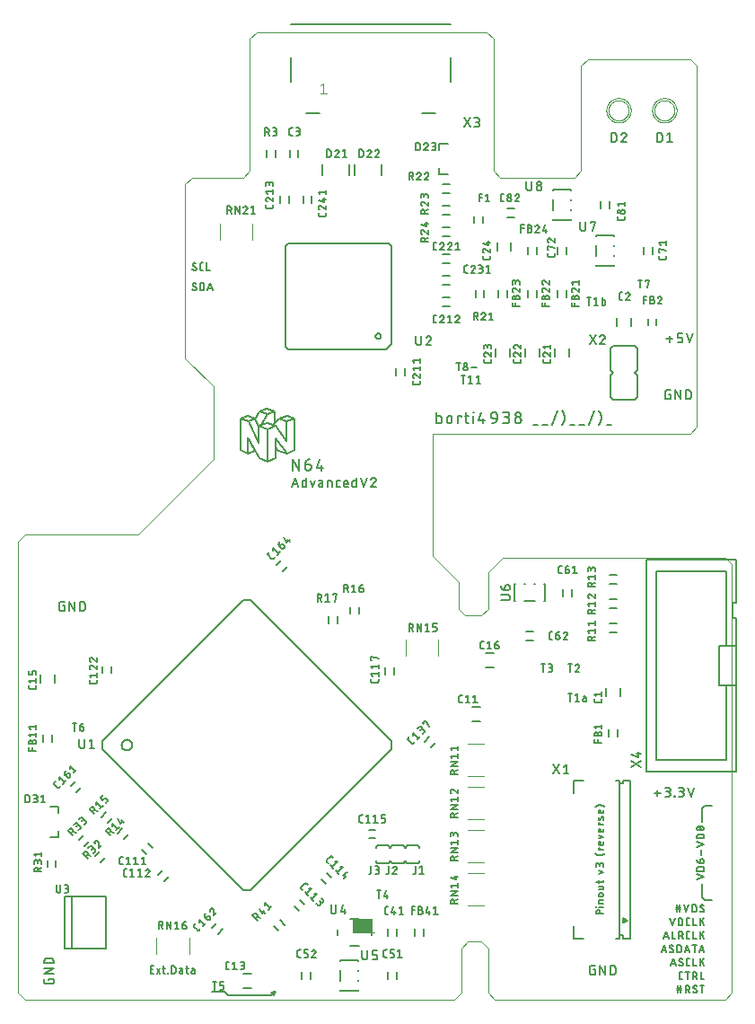
<source format=gto>
G75*
%MOIN*%
%OFA0B0*%
%FSLAX25Y25*%
%IPPOS*%
%LPD*%
%AMOC8*
5,1,8,0,0,1.08239X$1,22.5*
%
%ADD10C,0.00000*%
%ADD11R,0.07250X0.05250*%
%ADD12C,0.00600*%
%ADD13C,0.00500*%
%ADD14C,0.00800*%
%ADD15C,0.00787*%
%ADD16C,0.00394*%
%ADD17C,0.00400*%
%ADD18C,0.00300*%
D10*
X0005833Y0030833D02*
X0003333Y0033333D01*
X0003333Y0200833D01*
X0005833Y0203333D01*
X0047833Y0203333D01*
X0075833Y0231333D01*
X0075833Y0258333D01*
X0065333Y0268833D01*
X0065333Y0333333D01*
X0067833Y0335833D01*
X0086833Y0335833D01*
X0089333Y0338333D01*
X0089333Y0387333D01*
X0091833Y0389833D01*
X0177333Y0389833D01*
X0179833Y0387333D01*
X0179833Y0338333D01*
X0182333Y0335833D01*
X0209833Y0335833D01*
X0212333Y0338333D01*
X0212333Y0377333D01*
X0214833Y0379833D01*
X0252833Y0379833D01*
X0255333Y0377333D01*
X0255333Y0243333D01*
X0252833Y0240833D01*
X0157333Y0240833D01*
X0157333Y0195333D01*
X0166833Y0185833D01*
X0166833Y0175833D01*
X0169333Y0173333D01*
X0175333Y0173333D01*
X0177833Y0175833D01*
X0177833Y0189333D01*
X0183333Y0194833D01*
X0265833Y0194833D01*
X0268333Y0192333D01*
X0268333Y0033333D01*
X0265833Y0030833D01*
X0180333Y0030833D01*
X0177833Y0033333D01*
X0177833Y0049833D01*
X0175333Y0052333D01*
X0170333Y0052333D01*
X0167833Y0049833D01*
X0167833Y0033333D01*
X0165333Y0030833D01*
X0005833Y0030833D01*
X0134633Y0055833D02*
X0135617Y0055833D01*
X0221805Y0360833D02*
X0221807Y0360967D01*
X0221813Y0361101D01*
X0221823Y0361235D01*
X0221837Y0361369D01*
X0221855Y0361502D01*
X0221876Y0361634D01*
X0221902Y0361766D01*
X0221932Y0361897D01*
X0221965Y0362027D01*
X0222002Y0362155D01*
X0222044Y0362283D01*
X0222088Y0362410D01*
X0222137Y0362535D01*
X0222189Y0362658D01*
X0222245Y0362780D01*
X0222305Y0362901D01*
X0222368Y0363019D01*
X0222434Y0363136D01*
X0222504Y0363250D01*
X0222577Y0363363D01*
X0222654Y0363473D01*
X0222734Y0363581D01*
X0222817Y0363686D01*
X0222903Y0363789D01*
X0222992Y0363889D01*
X0223084Y0363987D01*
X0223179Y0364082D01*
X0223277Y0364174D01*
X0223377Y0364263D01*
X0223480Y0364349D01*
X0223585Y0364432D01*
X0223693Y0364512D01*
X0223803Y0364589D01*
X0223916Y0364662D01*
X0224030Y0364732D01*
X0224147Y0364798D01*
X0224265Y0364861D01*
X0224386Y0364921D01*
X0224508Y0364977D01*
X0224631Y0365029D01*
X0224756Y0365078D01*
X0224883Y0365122D01*
X0225011Y0365164D01*
X0225139Y0365201D01*
X0225269Y0365234D01*
X0225400Y0365264D01*
X0225532Y0365290D01*
X0225664Y0365311D01*
X0225797Y0365329D01*
X0225931Y0365343D01*
X0226065Y0365353D01*
X0226199Y0365359D01*
X0226333Y0365361D01*
X0226467Y0365359D01*
X0226601Y0365353D01*
X0226735Y0365343D01*
X0226869Y0365329D01*
X0227002Y0365311D01*
X0227134Y0365290D01*
X0227266Y0365264D01*
X0227397Y0365234D01*
X0227527Y0365201D01*
X0227655Y0365164D01*
X0227783Y0365122D01*
X0227910Y0365078D01*
X0228035Y0365029D01*
X0228158Y0364977D01*
X0228280Y0364921D01*
X0228401Y0364861D01*
X0228519Y0364798D01*
X0228636Y0364732D01*
X0228750Y0364662D01*
X0228863Y0364589D01*
X0228973Y0364512D01*
X0229081Y0364432D01*
X0229186Y0364349D01*
X0229289Y0364263D01*
X0229389Y0364174D01*
X0229487Y0364082D01*
X0229582Y0363987D01*
X0229674Y0363889D01*
X0229763Y0363789D01*
X0229849Y0363686D01*
X0229932Y0363581D01*
X0230012Y0363473D01*
X0230089Y0363363D01*
X0230162Y0363250D01*
X0230232Y0363136D01*
X0230298Y0363019D01*
X0230361Y0362901D01*
X0230421Y0362780D01*
X0230477Y0362658D01*
X0230529Y0362535D01*
X0230578Y0362410D01*
X0230622Y0362283D01*
X0230664Y0362155D01*
X0230701Y0362027D01*
X0230734Y0361897D01*
X0230764Y0361766D01*
X0230790Y0361634D01*
X0230811Y0361502D01*
X0230829Y0361369D01*
X0230843Y0361235D01*
X0230853Y0361101D01*
X0230859Y0360967D01*
X0230861Y0360833D01*
X0230859Y0360699D01*
X0230853Y0360565D01*
X0230843Y0360431D01*
X0230829Y0360297D01*
X0230811Y0360164D01*
X0230790Y0360032D01*
X0230764Y0359900D01*
X0230734Y0359769D01*
X0230701Y0359639D01*
X0230664Y0359511D01*
X0230622Y0359383D01*
X0230578Y0359256D01*
X0230529Y0359131D01*
X0230477Y0359008D01*
X0230421Y0358886D01*
X0230361Y0358765D01*
X0230298Y0358647D01*
X0230232Y0358530D01*
X0230162Y0358416D01*
X0230089Y0358303D01*
X0230012Y0358193D01*
X0229932Y0358085D01*
X0229849Y0357980D01*
X0229763Y0357877D01*
X0229674Y0357777D01*
X0229582Y0357679D01*
X0229487Y0357584D01*
X0229389Y0357492D01*
X0229289Y0357403D01*
X0229186Y0357317D01*
X0229081Y0357234D01*
X0228973Y0357154D01*
X0228863Y0357077D01*
X0228750Y0357004D01*
X0228636Y0356934D01*
X0228519Y0356868D01*
X0228401Y0356805D01*
X0228280Y0356745D01*
X0228158Y0356689D01*
X0228035Y0356637D01*
X0227910Y0356588D01*
X0227783Y0356544D01*
X0227655Y0356502D01*
X0227527Y0356465D01*
X0227397Y0356432D01*
X0227266Y0356402D01*
X0227134Y0356376D01*
X0227002Y0356355D01*
X0226869Y0356337D01*
X0226735Y0356323D01*
X0226601Y0356313D01*
X0226467Y0356307D01*
X0226333Y0356305D01*
X0226199Y0356307D01*
X0226065Y0356313D01*
X0225931Y0356323D01*
X0225797Y0356337D01*
X0225664Y0356355D01*
X0225532Y0356376D01*
X0225400Y0356402D01*
X0225269Y0356432D01*
X0225139Y0356465D01*
X0225011Y0356502D01*
X0224883Y0356544D01*
X0224756Y0356588D01*
X0224631Y0356637D01*
X0224508Y0356689D01*
X0224386Y0356745D01*
X0224265Y0356805D01*
X0224147Y0356868D01*
X0224030Y0356934D01*
X0223916Y0357004D01*
X0223803Y0357077D01*
X0223693Y0357154D01*
X0223585Y0357234D01*
X0223480Y0357317D01*
X0223377Y0357403D01*
X0223277Y0357492D01*
X0223179Y0357584D01*
X0223084Y0357679D01*
X0222992Y0357777D01*
X0222903Y0357877D01*
X0222817Y0357980D01*
X0222734Y0358085D01*
X0222654Y0358193D01*
X0222577Y0358303D01*
X0222504Y0358416D01*
X0222434Y0358530D01*
X0222368Y0358647D01*
X0222305Y0358765D01*
X0222245Y0358886D01*
X0222189Y0359008D01*
X0222137Y0359131D01*
X0222088Y0359256D01*
X0222044Y0359383D01*
X0222002Y0359511D01*
X0221965Y0359639D01*
X0221932Y0359769D01*
X0221902Y0359900D01*
X0221876Y0360032D01*
X0221855Y0360164D01*
X0221837Y0360297D01*
X0221823Y0360431D01*
X0221813Y0360565D01*
X0221807Y0360699D01*
X0221805Y0360833D01*
X0238805Y0360833D02*
X0238807Y0360967D01*
X0238813Y0361101D01*
X0238823Y0361235D01*
X0238837Y0361369D01*
X0238855Y0361502D01*
X0238876Y0361634D01*
X0238902Y0361766D01*
X0238932Y0361897D01*
X0238965Y0362027D01*
X0239002Y0362155D01*
X0239044Y0362283D01*
X0239088Y0362410D01*
X0239137Y0362535D01*
X0239189Y0362658D01*
X0239245Y0362780D01*
X0239305Y0362901D01*
X0239368Y0363019D01*
X0239434Y0363136D01*
X0239504Y0363250D01*
X0239577Y0363363D01*
X0239654Y0363473D01*
X0239734Y0363581D01*
X0239817Y0363686D01*
X0239903Y0363789D01*
X0239992Y0363889D01*
X0240084Y0363987D01*
X0240179Y0364082D01*
X0240277Y0364174D01*
X0240377Y0364263D01*
X0240480Y0364349D01*
X0240585Y0364432D01*
X0240693Y0364512D01*
X0240803Y0364589D01*
X0240916Y0364662D01*
X0241030Y0364732D01*
X0241147Y0364798D01*
X0241265Y0364861D01*
X0241386Y0364921D01*
X0241508Y0364977D01*
X0241631Y0365029D01*
X0241756Y0365078D01*
X0241883Y0365122D01*
X0242011Y0365164D01*
X0242139Y0365201D01*
X0242269Y0365234D01*
X0242400Y0365264D01*
X0242532Y0365290D01*
X0242664Y0365311D01*
X0242797Y0365329D01*
X0242931Y0365343D01*
X0243065Y0365353D01*
X0243199Y0365359D01*
X0243333Y0365361D01*
X0243467Y0365359D01*
X0243601Y0365353D01*
X0243735Y0365343D01*
X0243869Y0365329D01*
X0244002Y0365311D01*
X0244134Y0365290D01*
X0244266Y0365264D01*
X0244397Y0365234D01*
X0244527Y0365201D01*
X0244655Y0365164D01*
X0244783Y0365122D01*
X0244910Y0365078D01*
X0245035Y0365029D01*
X0245158Y0364977D01*
X0245280Y0364921D01*
X0245401Y0364861D01*
X0245519Y0364798D01*
X0245636Y0364732D01*
X0245750Y0364662D01*
X0245863Y0364589D01*
X0245973Y0364512D01*
X0246081Y0364432D01*
X0246186Y0364349D01*
X0246289Y0364263D01*
X0246389Y0364174D01*
X0246487Y0364082D01*
X0246582Y0363987D01*
X0246674Y0363889D01*
X0246763Y0363789D01*
X0246849Y0363686D01*
X0246932Y0363581D01*
X0247012Y0363473D01*
X0247089Y0363363D01*
X0247162Y0363250D01*
X0247232Y0363136D01*
X0247298Y0363019D01*
X0247361Y0362901D01*
X0247421Y0362780D01*
X0247477Y0362658D01*
X0247529Y0362535D01*
X0247578Y0362410D01*
X0247622Y0362283D01*
X0247664Y0362155D01*
X0247701Y0362027D01*
X0247734Y0361897D01*
X0247764Y0361766D01*
X0247790Y0361634D01*
X0247811Y0361502D01*
X0247829Y0361369D01*
X0247843Y0361235D01*
X0247853Y0361101D01*
X0247859Y0360967D01*
X0247861Y0360833D01*
X0247859Y0360699D01*
X0247853Y0360565D01*
X0247843Y0360431D01*
X0247829Y0360297D01*
X0247811Y0360164D01*
X0247790Y0360032D01*
X0247764Y0359900D01*
X0247734Y0359769D01*
X0247701Y0359639D01*
X0247664Y0359511D01*
X0247622Y0359383D01*
X0247578Y0359256D01*
X0247529Y0359131D01*
X0247477Y0359008D01*
X0247421Y0358886D01*
X0247361Y0358765D01*
X0247298Y0358647D01*
X0247232Y0358530D01*
X0247162Y0358416D01*
X0247089Y0358303D01*
X0247012Y0358193D01*
X0246932Y0358085D01*
X0246849Y0357980D01*
X0246763Y0357877D01*
X0246674Y0357777D01*
X0246582Y0357679D01*
X0246487Y0357584D01*
X0246389Y0357492D01*
X0246289Y0357403D01*
X0246186Y0357317D01*
X0246081Y0357234D01*
X0245973Y0357154D01*
X0245863Y0357077D01*
X0245750Y0357004D01*
X0245636Y0356934D01*
X0245519Y0356868D01*
X0245401Y0356805D01*
X0245280Y0356745D01*
X0245158Y0356689D01*
X0245035Y0356637D01*
X0244910Y0356588D01*
X0244783Y0356544D01*
X0244655Y0356502D01*
X0244527Y0356465D01*
X0244397Y0356432D01*
X0244266Y0356402D01*
X0244134Y0356376D01*
X0244002Y0356355D01*
X0243869Y0356337D01*
X0243735Y0356323D01*
X0243601Y0356313D01*
X0243467Y0356307D01*
X0243333Y0356305D01*
X0243199Y0356307D01*
X0243065Y0356313D01*
X0242931Y0356323D01*
X0242797Y0356337D01*
X0242664Y0356355D01*
X0242532Y0356376D01*
X0242400Y0356402D01*
X0242269Y0356432D01*
X0242139Y0356465D01*
X0242011Y0356502D01*
X0241883Y0356544D01*
X0241756Y0356588D01*
X0241631Y0356637D01*
X0241508Y0356689D01*
X0241386Y0356745D01*
X0241265Y0356805D01*
X0241147Y0356868D01*
X0241030Y0356934D01*
X0240916Y0357004D01*
X0240803Y0357077D01*
X0240693Y0357154D01*
X0240585Y0357234D01*
X0240480Y0357317D01*
X0240377Y0357403D01*
X0240277Y0357492D01*
X0240179Y0357584D01*
X0240084Y0357679D01*
X0239992Y0357777D01*
X0239903Y0357877D01*
X0239817Y0357980D01*
X0239734Y0358085D01*
X0239654Y0358193D01*
X0239577Y0358303D01*
X0239504Y0358416D01*
X0239434Y0358530D01*
X0239368Y0358647D01*
X0239305Y0358765D01*
X0239245Y0358886D01*
X0239189Y0359008D01*
X0239137Y0359131D01*
X0239088Y0359256D01*
X0239044Y0359383D01*
X0239002Y0359511D01*
X0238965Y0359639D01*
X0238932Y0359769D01*
X0238902Y0359900D01*
X0238876Y0360032D01*
X0238855Y0360164D01*
X0238837Y0360297D01*
X0238823Y0360431D01*
X0238813Y0360565D01*
X0238807Y0360699D01*
X0238805Y0360833D01*
D11*
X0131208Y0058208D03*
D12*
X0124589Y0062826D02*
X0124589Y0064337D01*
X0125156Y0063582D02*
X0123267Y0063582D01*
X0124022Y0066226D01*
X0121436Y0066226D02*
X0121436Y0063771D01*
X0121435Y0063771D02*
X0121433Y0063711D01*
X0121427Y0063650D01*
X0121418Y0063591D01*
X0121404Y0063532D01*
X0121387Y0063474D01*
X0121366Y0063417D01*
X0121342Y0063361D01*
X0121314Y0063308D01*
X0121282Y0063256D01*
X0121248Y0063206D01*
X0121210Y0063159D01*
X0121169Y0063114D01*
X0121126Y0063072D01*
X0121080Y0063033D01*
X0121031Y0062997D01*
X0120980Y0062964D01*
X0120928Y0062934D01*
X0120873Y0062908D01*
X0120817Y0062885D01*
X0120760Y0062866D01*
X0120701Y0062851D01*
X0120642Y0062839D01*
X0120582Y0062831D01*
X0120521Y0062827D01*
X0120461Y0062827D01*
X0120400Y0062831D01*
X0120340Y0062839D01*
X0120281Y0062851D01*
X0120222Y0062866D01*
X0120165Y0062885D01*
X0120109Y0062908D01*
X0120054Y0062934D01*
X0120002Y0062964D01*
X0119951Y0062997D01*
X0119902Y0063033D01*
X0119856Y0063072D01*
X0119813Y0063114D01*
X0119772Y0063159D01*
X0119734Y0063206D01*
X0119700Y0063256D01*
X0119668Y0063308D01*
X0119640Y0063361D01*
X0119616Y0063417D01*
X0119595Y0063474D01*
X0119578Y0063532D01*
X0119564Y0063591D01*
X0119555Y0063650D01*
X0119549Y0063711D01*
X0119547Y0063771D01*
X0119547Y0066226D01*
X0117612Y0073845D02*
X0115845Y0075612D01*
X0118054Y0077822D02*
X0119822Y0076054D01*
X0109822Y0066054D02*
X0108054Y0067822D01*
X0105845Y0065612D02*
X0107612Y0063845D01*
X0102322Y0058554D02*
X0100554Y0060322D01*
X0098345Y0058112D02*
X0100112Y0056345D01*
X0108771Y0041083D02*
X0108771Y0038583D01*
X0111896Y0038583D02*
X0111896Y0041083D01*
X0123143Y0041890D02*
X0123143Y0037777D01*
X0123143Y0034607D02*
X0123143Y0034233D01*
X0129524Y0034233D01*
X0129524Y0034607D01*
X0129524Y0037777D02*
X0129524Y0038150D01*
X0129524Y0041517D02*
X0129524Y0041890D01*
X0129524Y0045060D02*
X0129524Y0045433D01*
X0123143Y0045433D01*
X0123143Y0045060D01*
X0131133Y0046578D02*
X0131133Y0049033D01*
X0133022Y0049033D02*
X0133022Y0046578D01*
X0133020Y0046518D01*
X0133014Y0046457D01*
X0133005Y0046398D01*
X0132991Y0046339D01*
X0132974Y0046281D01*
X0132953Y0046224D01*
X0132929Y0046168D01*
X0132901Y0046115D01*
X0132869Y0046063D01*
X0132835Y0046013D01*
X0132797Y0045966D01*
X0132756Y0045921D01*
X0132713Y0045879D01*
X0132667Y0045840D01*
X0132618Y0045804D01*
X0132567Y0045771D01*
X0132515Y0045741D01*
X0132460Y0045715D01*
X0132404Y0045692D01*
X0132347Y0045673D01*
X0132288Y0045658D01*
X0132229Y0045646D01*
X0132169Y0045638D01*
X0132108Y0045634D01*
X0132048Y0045634D01*
X0131987Y0045638D01*
X0131927Y0045646D01*
X0131868Y0045658D01*
X0131809Y0045673D01*
X0131752Y0045692D01*
X0131696Y0045715D01*
X0131641Y0045741D01*
X0131589Y0045771D01*
X0131538Y0045804D01*
X0131489Y0045840D01*
X0131443Y0045879D01*
X0131400Y0045921D01*
X0131359Y0045966D01*
X0131321Y0046013D01*
X0131287Y0046063D01*
X0131255Y0046115D01*
X0131227Y0046168D01*
X0131203Y0046224D01*
X0131182Y0046281D01*
X0131165Y0046339D01*
X0131151Y0046398D01*
X0131142Y0046457D01*
X0131136Y0046518D01*
X0131134Y0046578D01*
X0134853Y0047522D02*
X0134853Y0049033D01*
X0136742Y0049033D01*
X0135987Y0047522D02*
X0134853Y0047522D01*
X0135987Y0047523D02*
X0136041Y0047521D01*
X0136095Y0047515D01*
X0136148Y0047506D01*
X0136200Y0047492D01*
X0136251Y0047475D01*
X0136301Y0047455D01*
X0136349Y0047431D01*
X0136396Y0047403D01*
X0136440Y0047372D01*
X0136482Y0047338D01*
X0136522Y0047302D01*
X0136558Y0047262D01*
X0136592Y0047220D01*
X0136623Y0047176D01*
X0136651Y0047129D01*
X0136675Y0047081D01*
X0136695Y0047031D01*
X0136712Y0046980D01*
X0136726Y0046928D01*
X0136735Y0046875D01*
X0136741Y0046821D01*
X0136743Y0046767D01*
X0136742Y0046767D02*
X0136742Y0046389D01*
X0136743Y0046389D02*
X0136741Y0046335D01*
X0136735Y0046281D01*
X0136726Y0046228D01*
X0136712Y0046176D01*
X0136695Y0046125D01*
X0136675Y0046075D01*
X0136651Y0046027D01*
X0136623Y0045980D01*
X0136592Y0045936D01*
X0136558Y0045894D01*
X0136522Y0045854D01*
X0136482Y0045818D01*
X0136440Y0045784D01*
X0136396Y0045753D01*
X0136349Y0045725D01*
X0136301Y0045701D01*
X0136251Y0045681D01*
X0136200Y0045664D01*
X0136148Y0045650D01*
X0136095Y0045641D01*
X0136041Y0045635D01*
X0135987Y0045633D01*
X0134853Y0045633D01*
X0140771Y0041083D02*
X0140771Y0038583D01*
X0143896Y0038583D02*
X0143896Y0041083D01*
X0143896Y0054583D02*
X0143896Y0057083D01*
X0140771Y0057083D02*
X0140771Y0054583D01*
X0150771Y0054583D02*
X0150771Y0057083D01*
X0153896Y0057083D02*
X0153896Y0054583D01*
X0151433Y0081433D02*
X0148233Y0081433D01*
X0148173Y0081435D01*
X0148112Y0081440D01*
X0148053Y0081449D01*
X0147994Y0081462D01*
X0147935Y0081478D01*
X0147878Y0081498D01*
X0147823Y0081521D01*
X0147768Y0081548D01*
X0147716Y0081577D01*
X0147665Y0081610D01*
X0147616Y0081646D01*
X0147570Y0081684D01*
X0147526Y0081726D01*
X0147484Y0081770D01*
X0147446Y0081816D01*
X0147410Y0081865D01*
X0147377Y0081916D01*
X0147348Y0081968D01*
X0147321Y0082023D01*
X0147298Y0082078D01*
X0147278Y0082135D01*
X0147262Y0082194D01*
X0147249Y0082253D01*
X0147240Y0082312D01*
X0147235Y0082373D01*
X0147233Y0082433D01*
X0146933Y0082433D02*
X0146931Y0082373D01*
X0146926Y0082312D01*
X0146917Y0082253D01*
X0146904Y0082194D01*
X0146888Y0082135D01*
X0146868Y0082078D01*
X0146845Y0082023D01*
X0146818Y0081968D01*
X0146789Y0081916D01*
X0146756Y0081865D01*
X0146720Y0081816D01*
X0146682Y0081770D01*
X0146640Y0081726D01*
X0146596Y0081684D01*
X0146550Y0081646D01*
X0146501Y0081610D01*
X0146450Y0081577D01*
X0146398Y0081548D01*
X0146343Y0081521D01*
X0146288Y0081498D01*
X0146231Y0081478D01*
X0146172Y0081462D01*
X0146113Y0081449D01*
X0146054Y0081440D01*
X0145993Y0081435D01*
X0145933Y0081433D01*
X0142733Y0081433D01*
X0142673Y0081435D01*
X0142612Y0081440D01*
X0142553Y0081449D01*
X0142494Y0081462D01*
X0142435Y0081478D01*
X0142378Y0081498D01*
X0142323Y0081521D01*
X0142268Y0081548D01*
X0142216Y0081577D01*
X0142165Y0081610D01*
X0142116Y0081646D01*
X0142070Y0081684D01*
X0142026Y0081726D01*
X0141984Y0081770D01*
X0141946Y0081816D01*
X0141910Y0081865D01*
X0141877Y0081916D01*
X0141848Y0081968D01*
X0141821Y0082023D01*
X0141798Y0082078D01*
X0141778Y0082135D01*
X0141762Y0082194D01*
X0141749Y0082253D01*
X0141740Y0082312D01*
X0141735Y0082373D01*
X0141733Y0082433D01*
X0141433Y0082433D02*
X0141431Y0082373D01*
X0141426Y0082312D01*
X0141417Y0082253D01*
X0141404Y0082194D01*
X0141388Y0082135D01*
X0141368Y0082078D01*
X0141345Y0082023D01*
X0141318Y0081968D01*
X0141289Y0081916D01*
X0141256Y0081865D01*
X0141220Y0081816D01*
X0141182Y0081770D01*
X0141140Y0081726D01*
X0141096Y0081684D01*
X0141050Y0081646D01*
X0141001Y0081610D01*
X0140950Y0081577D01*
X0140898Y0081548D01*
X0140843Y0081521D01*
X0140788Y0081498D01*
X0140731Y0081478D01*
X0140672Y0081462D01*
X0140613Y0081449D01*
X0140554Y0081440D01*
X0140493Y0081435D01*
X0140433Y0081433D01*
X0137233Y0081433D01*
X0137173Y0081435D01*
X0137112Y0081440D01*
X0137053Y0081449D01*
X0136994Y0081462D01*
X0136935Y0081478D01*
X0136878Y0081498D01*
X0136823Y0081521D01*
X0136768Y0081548D01*
X0136716Y0081577D01*
X0136665Y0081610D01*
X0136616Y0081646D01*
X0136570Y0081684D01*
X0136526Y0081726D01*
X0136484Y0081770D01*
X0136446Y0081816D01*
X0136410Y0081865D01*
X0136377Y0081916D01*
X0136348Y0081968D01*
X0136321Y0082023D01*
X0136298Y0082078D01*
X0136278Y0082135D01*
X0136262Y0082194D01*
X0136249Y0082253D01*
X0136240Y0082312D01*
X0136235Y0082373D01*
X0136233Y0082433D01*
X0136233Y0087233D02*
X0136235Y0087293D01*
X0136240Y0087354D01*
X0136249Y0087413D01*
X0136262Y0087472D01*
X0136278Y0087531D01*
X0136298Y0087588D01*
X0136321Y0087643D01*
X0136348Y0087698D01*
X0136377Y0087750D01*
X0136410Y0087801D01*
X0136446Y0087850D01*
X0136484Y0087896D01*
X0136526Y0087940D01*
X0136570Y0087982D01*
X0136616Y0088020D01*
X0136665Y0088056D01*
X0136716Y0088089D01*
X0136768Y0088118D01*
X0136823Y0088145D01*
X0136878Y0088168D01*
X0136935Y0088188D01*
X0136994Y0088204D01*
X0137053Y0088217D01*
X0137112Y0088226D01*
X0137173Y0088231D01*
X0137233Y0088233D01*
X0140433Y0088233D01*
X0140493Y0088231D01*
X0140554Y0088226D01*
X0140613Y0088217D01*
X0140672Y0088204D01*
X0140731Y0088188D01*
X0140788Y0088168D01*
X0140843Y0088145D01*
X0140898Y0088118D01*
X0140950Y0088089D01*
X0141001Y0088056D01*
X0141050Y0088020D01*
X0141096Y0087982D01*
X0141140Y0087940D01*
X0141182Y0087896D01*
X0141220Y0087850D01*
X0141256Y0087801D01*
X0141289Y0087750D01*
X0141318Y0087698D01*
X0141345Y0087643D01*
X0141368Y0087588D01*
X0141388Y0087531D01*
X0141404Y0087472D01*
X0141417Y0087413D01*
X0141426Y0087354D01*
X0141431Y0087293D01*
X0141433Y0087233D01*
X0141733Y0087233D02*
X0141735Y0087293D01*
X0141740Y0087354D01*
X0141749Y0087413D01*
X0141762Y0087472D01*
X0141778Y0087531D01*
X0141798Y0087588D01*
X0141821Y0087643D01*
X0141848Y0087698D01*
X0141877Y0087750D01*
X0141910Y0087801D01*
X0141946Y0087850D01*
X0141984Y0087896D01*
X0142026Y0087940D01*
X0142070Y0087982D01*
X0142116Y0088020D01*
X0142165Y0088056D01*
X0142216Y0088089D01*
X0142268Y0088118D01*
X0142323Y0088145D01*
X0142378Y0088168D01*
X0142435Y0088188D01*
X0142494Y0088204D01*
X0142553Y0088217D01*
X0142612Y0088226D01*
X0142673Y0088231D01*
X0142733Y0088233D01*
X0145933Y0088233D01*
X0145993Y0088231D01*
X0146054Y0088226D01*
X0146113Y0088217D01*
X0146172Y0088204D01*
X0146231Y0088188D01*
X0146288Y0088168D01*
X0146343Y0088145D01*
X0146398Y0088118D01*
X0146450Y0088089D01*
X0146501Y0088056D01*
X0146550Y0088020D01*
X0146596Y0087982D01*
X0146640Y0087940D01*
X0146682Y0087896D01*
X0146720Y0087850D01*
X0146756Y0087801D01*
X0146789Y0087750D01*
X0146818Y0087698D01*
X0146845Y0087643D01*
X0146868Y0087588D01*
X0146888Y0087531D01*
X0146904Y0087472D01*
X0146917Y0087413D01*
X0146926Y0087354D01*
X0146931Y0087293D01*
X0146933Y0087233D01*
X0147233Y0087233D02*
X0147235Y0087293D01*
X0147240Y0087354D01*
X0147249Y0087413D01*
X0147262Y0087472D01*
X0147278Y0087531D01*
X0147298Y0087588D01*
X0147321Y0087643D01*
X0147348Y0087698D01*
X0147377Y0087750D01*
X0147410Y0087801D01*
X0147446Y0087850D01*
X0147484Y0087896D01*
X0147526Y0087940D01*
X0147570Y0087982D01*
X0147616Y0088020D01*
X0147665Y0088056D01*
X0147716Y0088089D01*
X0147768Y0088118D01*
X0147823Y0088145D01*
X0147878Y0088168D01*
X0147935Y0088188D01*
X0147994Y0088204D01*
X0148053Y0088217D01*
X0148112Y0088226D01*
X0148173Y0088231D01*
X0148233Y0088233D01*
X0151433Y0088233D01*
X0151493Y0088231D01*
X0151554Y0088226D01*
X0151613Y0088217D01*
X0151672Y0088204D01*
X0151731Y0088188D01*
X0151788Y0088168D01*
X0151843Y0088145D01*
X0151898Y0088118D01*
X0151950Y0088089D01*
X0152001Y0088056D01*
X0152050Y0088020D01*
X0152096Y0087982D01*
X0152140Y0087940D01*
X0152182Y0087896D01*
X0152220Y0087850D01*
X0152256Y0087801D01*
X0152289Y0087750D01*
X0152318Y0087698D01*
X0152345Y0087643D01*
X0152368Y0087588D01*
X0152388Y0087531D01*
X0152404Y0087472D01*
X0152417Y0087413D01*
X0152426Y0087354D01*
X0152431Y0087293D01*
X0152433Y0087233D01*
X0152433Y0082433D02*
X0152431Y0082373D01*
X0152426Y0082312D01*
X0152417Y0082253D01*
X0152404Y0082194D01*
X0152388Y0082135D01*
X0152368Y0082078D01*
X0152345Y0082023D01*
X0152318Y0081968D01*
X0152289Y0081916D01*
X0152256Y0081865D01*
X0152220Y0081816D01*
X0152182Y0081770D01*
X0152140Y0081726D01*
X0152096Y0081684D01*
X0152050Y0081646D01*
X0152001Y0081610D01*
X0151950Y0081577D01*
X0151898Y0081548D01*
X0151843Y0081521D01*
X0151788Y0081498D01*
X0151731Y0081478D01*
X0151672Y0081462D01*
X0151613Y0081449D01*
X0151554Y0081440D01*
X0151493Y0081435D01*
X0151433Y0081433D01*
X0136083Y0090771D02*
X0133583Y0090771D01*
X0133583Y0093896D02*
X0136083Y0093896D01*
X0156554Y0124345D02*
X0158322Y0126112D01*
X0156112Y0128322D02*
X0154345Y0126554D01*
X0171833Y0134233D02*
X0174833Y0134233D01*
X0174833Y0139433D02*
X0171833Y0139433D01*
X0176833Y0154233D02*
X0179833Y0154233D01*
X0179833Y0159433D02*
X0176833Y0159433D01*
X0192083Y0164271D02*
X0194583Y0164271D01*
X0194583Y0167396D02*
X0192083Y0167396D01*
X0191277Y0178643D02*
X0195390Y0178643D01*
X0198560Y0178643D02*
X0198933Y0178643D01*
X0198933Y0185024D01*
X0198560Y0185024D01*
X0195390Y0185024D02*
X0195017Y0185024D01*
X0191650Y0185024D02*
X0191277Y0185024D01*
X0188107Y0185024D02*
X0187733Y0185024D01*
X0187733Y0178643D01*
X0188107Y0178643D01*
X0185089Y0179133D02*
X0182633Y0179133D01*
X0182633Y0181022D02*
X0185089Y0181022D01*
X0185149Y0181020D01*
X0185210Y0181014D01*
X0185269Y0181005D01*
X0185328Y0180991D01*
X0185386Y0180974D01*
X0185443Y0180953D01*
X0185499Y0180929D01*
X0185552Y0180901D01*
X0185604Y0180869D01*
X0185654Y0180835D01*
X0185701Y0180797D01*
X0185746Y0180756D01*
X0185788Y0180713D01*
X0185827Y0180667D01*
X0185863Y0180618D01*
X0185896Y0180567D01*
X0185926Y0180515D01*
X0185952Y0180460D01*
X0185975Y0180404D01*
X0185994Y0180347D01*
X0186009Y0180288D01*
X0186021Y0180229D01*
X0186029Y0180169D01*
X0186033Y0180108D01*
X0186033Y0180048D01*
X0186029Y0179987D01*
X0186021Y0179927D01*
X0186009Y0179868D01*
X0185994Y0179809D01*
X0185975Y0179752D01*
X0185952Y0179696D01*
X0185926Y0179641D01*
X0185896Y0179589D01*
X0185863Y0179538D01*
X0185827Y0179489D01*
X0185788Y0179443D01*
X0185746Y0179400D01*
X0185701Y0179359D01*
X0185654Y0179321D01*
X0185604Y0179287D01*
X0185552Y0179255D01*
X0185499Y0179227D01*
X0185443Y0179203D01*
X0185386Y0179182D01*
X0185328Y0179165D01*
X0185269Y0179151D01*
X0185210Y0179142D01*
X0185149Y0179136D01*
X0185089Y0179134D01*
X0185089Y0182853D02*
X0184144Y0182853D01*
X0184144Y0183987D01*
X0184144Y0182853D02*
X0184067Y0182855D01*
X0183991Y0182861D01*
X0183915Y0182870D01*
X0183840Y0182884D01*
X0183765Y0182901D01*
X0183692Y0182922D01*
X0183619Y0182947D01*
X0183548Y0182975D01*
X0183479Y0183007D01*
X0183411Y0183043D01*
X0183345Y0183082D01*
X0183281Y0183124D01*
X0183219Y0183169D01*
X0183160Y0183218D01*
X0183103Y0183269D01*
X0183049Y0183323D01*
X0182998Y0183380D01*
X0182949Y0183439D01*
X0182904Y0183501D01*
X0182862Y0183565D01*
X0182823Y0183631D01*
X0182787Y0183699D01*
X0182755Y0183768D01*
X0182727Y0183839D01*
X0182702Y0183912D01*
X0182681Y0183985D01*
X0182664Y0184060D01*
X0182650Y0184135D01*
X0182641Y0184211D01*
X0182635Y0184287D01*
X0182633Y0184364D01*
X0184144Y0183987D02*
X0184146Y0184041D01*
X0184152Y0184095D01*
X0184161Y0184148D01*
X0184175Y0184200D01*
X0184192Y0184251D01*
X0184212Y0184301D01*
X0184236Y0184349D01*
X0184264Y0184396D01*
X0184295Y0184440D01*
X0184329Y0184482D01*
X0184365Y0184522D01*
X0184405Y0184558D01*
X0184447Y0184592D01*
X0184491Y0184623D01*
X0184538Y0184651D01*
X0184586Y0184675D01*
X0184636Y0184695D01*
X0184687Y0184712D01*
X0184739Y0184726D01*
X0184792Y0184735D01*
X0184846Y0184741D01*
X0184900Y0184743D01*
X0184900Y0184742D02*
X0185089Y0184742D01*
X0185149Y0184740D01*
X0185210Y0184734D01*
X0185269Y0184725D01*
X0185328Y0184711D01*
X0185386Y0184694D01*
X0185443Y0184673D01*
X0185499Y0184649D01*
X0185552Y0184621D01*
X0185604Y0184589D01*
X0185654Y0184555D01*
X0185701Y0184517D01*
X0185746Y0184476D01*
X0185788Y0184433D01*
X0185827Y0184387D01*
X0185863Y0184338D01*
X0185896Y0184287D01*
X0185926Y0184235D01*
X0185952Y0184180D01*
X0185975Y0184124D01*
X0185994Y0184067D01*
X0186009Y0184008D01*
X0186021Y0183949D01*
X0186029Y0183889D01*
X0186033Y0183828D01*
X0186033Y0183768D01*
X0186029Y0183707D01*
X0186021Y0183647D01*
X0186009Y0183588D01*
X0185994Y0183529D01*
X0185975Y0183472D01*
X0185952Y0183416D01*
X0185926Y0183361D01*
X0185896Y0183309D01*
X0185863Y0183258D01*
X0185827Y0183209D01*
X0185788Y0183163D01*
X0185746Y0183120D01*
X0185701Y0183079D01*
X0185654Y0183041D01*
X0185604Y0183007D01*
X0185552Y0182975D01*
X0185499Y0182947D01*
X0185443Y0182923D01*
X0185386Y0182902D01*
X0185328Y0182885D01*
X0185269Y0182871D01*
X0185210Y0182862D01*
X0185149Y0182856D01*
X0185089Y0182854D01*
X0205771Y0183083D02*
X0205771Y0180583D01*
X0208896Y0180583D02*
X0208896Y0183083D01*
X0223083Y0185271D02*
X0225583Y0185271D01*
X0225583Y0188396D02*
X0223083Y0188396D01*
X0223083Y0179396D02*
X0225583Y0179396D01*
X0225583Y0176271D02*
X0223083Y0176271D01*
X0223083Y0170396D02*
X0225583Y0170396D01*
X0225583Y0167271D02*
X0223083Y0167271D01*
X0221733Y0146333D02*
X0221733Y0143333D01*
X0226933Y0143333D02*
X0226933Y0146333D01*
X0225896Y0131083D02*
X0225896Y0128583D01*
X0222771Y0128583D02*
X0222771Y0131083D01*
X0231133Y0121678D02*
X0233778Y0120922D01*
X0233778Y0122811D01*
X0234533Y0122244D02*
X0233022Y0122244D01*
X0234533Y0119400D02*
X0231133Y0117133D01*
X0231133Y0119400D02*
X0234533Y0117133D01*
X0240767Y0108589D02*
X0240767Y0106322D01*
X0239633Y0107456D02*
X0241900Y0107456D01*
X0243662Y0106133D02*
X0244607Y0106133D01*
X0244607Y0106134D02*
X0244667Y0106136D01*
X0244728Y0106142D01*
X0244787Y0106151D01*
X0244846Y0106165D01*
X0244904Y0106182D01*
X0244961Y0106203D01*
X0245017Y0106227D01*
X0245070Y0106255D01*
X0245122Y0106287D01*
X0245172Y0106321D01*
X0245219Y0106359D01*
X0245264Y0106400D01*
X0245306Y0106443D01*
X0245345Y0106489D01*
X0245381Y0106538D01*
X0245414Y0106589D01*
X0245444Y0106641D01*
X0245470Y0106696D01*
X0245493Y0106752D01*
X0245512Y0106809D01*
X0245527Y0106868D01*
X0245539Y0106927D01*
X0245547Y0106987D01*
X0245551Y0107048D01*
X0245551Y0107108D01*
X0245547Y0107169D01*
X0245539Y0107229D01*
X0245527Y0107288D01*
X0245512Y0107347D01*
X0245493Y0107404D01*
X0245470Y0107460D01*
X0245444Y0107515D01*
X0245414Y0107567D01*
X0245381Y0107618D01*
X0245345Y0107667D01*
X0245306Y0107713D01*
X0245264Y0107756D01*
X0245219Y0107797D01*
X0245172Y0107835D01*
X0245122Y0107869D01*
X0245070Y0107901D01*
X0245017Y0107929D01*
X0244961Y0107953D01*
X0244904Y0107974D01*
X0244846Y0107991D01*
X0244787Y0108005D01*
X0244728Y0108014D01*
X0244667Y0108020D01*
X0244607Y0108022D01*
X0244796Y0108022D02*
X0244040Y0108022D01*
X0244796Y0108022D02*
X0244850Y0108024D01*
X0244904Y0108030D01*
X0244957Y0108039D01*
X0245009Y0108053D01*
X0245060Y0108070D01*
X0245110Y0108090D01*
X0245158Y0108114D01*
X0245205Y0108142D01*
X0245249Y0108173D01*
X0245291Y0108207D01*
X0245331Y0108243D01*
X0245367Y0108283D01*
X0245401Y0108325D01*
X0245432Y0108369D01*
X0245460Y0108416D01*
X0245484Y0108464D01*
X0245504Y0108514D01*
X0245521Y0108565D01*
X0245535Y0108617D01*
X0245544Y0108670D01*
X0245550Y0108724D01*
X0245552Y0108778D01*
X0245550Y0108832D01*
X0245544Y0108886D01*
X0245535Y0108939D01*
X0245521Y0108991D01*
X0245504Y0109042D01*
X0245484Y0109092D01*
X0245460Y0109140D01*
X0245432Y0109187D01*
X0245401Y0109231D01*
X0245367Y0109273D01*
X0245331Y0109313D01*
X0245291Y0109349D01*
X0245249Y0109383D01*
X0245205Y0109414D01*
X0245158Y0109442D01*
X0245110Y0109466D01*
X0245060Y0109486D01*
X0245009Y0109503D01*
X0244957Y0109517D01*
X0244904Y0109526D01*
X0244850Y0109532D01*
X0244796Y0109534D01*
X0244796Y0109533D02*
X0243662Y0109533D01*
X0247032Y0106322D02*
X0247221Y0106322D01*
X0247221Y0106133D01*
X0247032Y0106133D01*
X0247032Y0106322D01*
X0248702Y0106133D02*
X0249647Y0106133D01*
X0249647Y0106134D02*
X0249707Y0106136D01*
X0249768Y0106142D01*
X0249827Y0106151D01*
X0249886Y0106165D01*
X0249944Y0106182D01*
X0250001Y0106203D01*
X0250057Y0106227D01*
X0250110Y0106255D01*
X0250162Y0106287D01*
X0250212Y0106321D01*
X0250259Y0106359D01*
X0250304Y0106400D01*
X0250346Y0106443D01*
X0250385Y0106489D01*
X0250421Y0106538D01*
X0250454Y0106589D01*
X0250484Y0106641D01*
X0250510Y0106696D01*
X0250533Y0106752D01*
X0250552Y0106809D01*
X0250567Y0106868D01*
X0250579Y0106927D01*
X0250587Y0106987D01*
X0250591Y0107048D01*
X0250591Y0107108D01*
X0250587Y0107169D01*
X0250579Y0107229D01*
X0250567Y0107288D01*
X0250552Y0107347D01*
X0250533Y0107404D01*
X0250510Y0107460D01*
X0250484Y0107515D01*
X0250454Y0107567D01*
X0250421Y0107618D01*
X0250385Y0107667D01*
X0250346Y0107713D01*
X0250304Y0107756D01*
X0250259Y0107797D01*
X0250212Y0107835D01*
X0250162Y0107869D01*
X0250110Y0107901D01*
X0250057Y0107929D01*
X0250001Y0107953D01*
X0249944Y0107974D01*
X0249886Y0107991D01*
X0249827Y0108005D01*
X0249768Y0108014D01*
X0249707Y0108020D01*
X0249647Y0108022D01*
X0249836Y0108022D02*
X0249080Y0108022D01*
X0249836Y0108022D02*
X0249890Y0108024D01*
X0249944Y0108030D01*
X0249997Y0108039D01*
X0250049Y0108053D01*
X0250100Y0108070D01*
X0250150Y0108090D01*
X0250198Y0108114D01*
X0250245Y0108142D01*
X0250289Y0108173D01*
X0250331Y0108207D01*
X0250371Y0108243D01*
X0250407Y0108283D01*
X0250441Y0108325D01*
X0250472Y0108369D01*
X0250500Y0108416D01*
X0250524Y0108464D01*
X0250544Y0108514D01*
X0250561Y0108565D01*
X0250575Y0108617D01*
X0250584Y0108670D01*
X0250590Y0108724D01*
X0250592Y0108778D01*
X0250590Y0108832D01*
X0250584Y0108886D01*
X0250575Y0108939D01*
X0250561Y0108991D01*
X0250544Y0109042D01*
X0250524Y0109092D01*
X0250500Y0109140D01*
X0250472Y0109187D01*
X0250441Y0109231D01*
X0250407Y0109273D01*
X0250371Y0109313D01*
X0250331Y0109349D01*
X0250289Y0109383D01*
X0250245Y0109414D01*
X0250198Y0109442D01*
X0250150Y0109466D01*
X0250100Y0109486D01*
X0250049Y0109503D01*
X0249997Y0109517D01*
X0249944Y0109526D01*
X0249890Y0109532D01*
X0249836Y0109534D01*
X0249836Y0109533D02*
X0248702Y0109533D01*
X0252113Y0109533D02*
X0253247Y0106133D01*
X0254380Y0109533D01*
X0258333Y0102833D02*
X0257333Y0101833D01*
X0257333Y0096833D01*
X0258333Y0102833D02*
X0260833Y0102833D01*
X0257333Y0073833D02*
X0257333Y0068833D01*
X0258333Y0067833D01*
X0260833Y0067833D01*
X0225202Y0042589D02*
X0225202Y0041078D01*
X0225200Y0041019D01*
X0225195Y0040960D01*
X0225185Y0040901D01*
X0225172Y0040843D01*
X0225156Y0040786D01*
X0225136Y0040730D01*
X0225112Y0040676D01*
X0225085Y0040623D01*
X0225055Y0040572D01*
X0225022Y0040523D01*
X0224985Y0040476D01*
X0224946Y0040432D01*
X0224904Y0040390D01*
X0224860Y0040351D01*
X0224813Y0040314D01*
X0224764Y0040281D01*
X0224713Y0040251D01*
X0224660Y0040224D01*
X0224606Y0040200D01*
X0224550Y0040180D01*
X0224493Y0040164D01*
X0224435Y0040151D01*
X0224376Y0040141D01*
X0224317Y0040136D01*
X0224258Y0040134D01*
X0224258Y0040133D02*
X0223313Y0040133D01*
X0223313Y0043533D01*
X0224258Y0043533D01*
X0224317Y0043531D01*
X0224376Y0043526D01*
X0224435Y0043516D01*
X0224493Y0043503D01*
X0224550Y0043487D01*
X0224606Y0043467D01*
X0224660Y0043443D01*
X0224713Y0043416D01*
X0224764Y0043386D01*
X0224813Y0043353D01*
X0224860Y0043316D01*
X0224904Y0043277D01*
X0224946Y0043235D01*
X0224985Y0043191D01*
X0225022Y0043144D01*
X0225055Y0043095D01*
X0225085Y0043044D01*
X0225112Y0042991D01*
X0225136Y0042937D01*
X0225156Y0042881D01*
X0225172Y0042824D01*
X0225185Y0042766D01*
X0225195Y0042707D01*
X0225200Y0042648D01*
X0225202Y0042589D01*
X0221362Y0043533D02*
X0221362Y0040133D01*
X0219473Y0043533D01*
X0219473Y0040133D01*
X0217522Y0040133D02*
X0216389Y0040133D01*
X0216335Y0040135D01*
X0216281Y0040141D01*
X0216228Y0040150D01*
X0216176Y0040164D01*
X0216125Y0040181D01*
X0216075Y0040201D01*
X0216027Y0040225D01*
X0215980Y0040253D01*
X0215936Y0040284D01*
X0215894Y0040318D01*
X0215854Y0040354D01*
X0215818Y0040394D01*
X0215784Y0040436D01*
X0215753Y0040480D01*
X0215725Y0040527D01*
X0215701Y0040575D01*
X0215681Y0040625D01*
X0215664Y0040676D01*
X0215650Y0040728D01*
X0215641Y0040781D01*
X0215635Y0040835D01*
X0215633Y0040889D01*
X0215633Y0042778D01*
X0215635Y0042832D01*
X0215641Y0042886D01*
X0215650Y0042939D01*
X0215664Y0042991D01*
X0215681Y0043042D01*
X0215701Y0043092D01*
X0215725Y0043140D01*
X0215753Y0043187D01*
X0215784Y0043231D01*
X0215818Y0043273D01*
X0215854Y0043313D01*
X0215894Y0043349D01*
X0215936Y0043383D01*
X0215980Y0043414D01*
X0216027Y0043442D01*
X0216075Y0043466D01*
X0216125Y0043486D01*
X0216176Y0043503D01*
X0216228Y0043517D01*
X0216281Y0043526D01*
X0216335Y0043532D01*
X0216389Y0043534D01*
X0216389Y0043533D02*
X0217522Y0043533D01*
X0217522Y0042022D02*
X0217522Y0040133D01*
X0217522Y0042022D02*
X0216956Y0042022D01*
X0207811Y0114633D02*
X0205922Y0114633D01*
X0206867Y0114633D02*
X0206867Y0118033D01*
X0205922Y0117278D01*
X0204400Y0118033D02*
X0202133Y0114633D01*
X0204400Y0114633D02*
X0202133Y0118033D01*
X0142896Y0151583D02*
X0142896Y0154083D01*
X0139771Y0154083D02*
X0139771Y0151583D01*
X0121896Y0170583D02*
X0121896Y0173083D01*
X0118771Y0173083D02*
X0118771Y0170583D01*
X0126771Y0174083D02*
X0126771Y0176583D01*
X0129896Y0176583D02*
X0129896Y0174083D01*
X0103322Y0191612D02*
X0101554Y0189845D01*
X0099345Y0192054D02*
X0101112Y0193822D01*
X0105133Y0221133D02*
X0106267Y0224533D01*
X0107400Y0221133D01*
X0107117Y0221983D02*
X0105417Y0221983D01*
X0108844Y0221700D02*
X0108844Y0222833D01*
X0108846Y0222880D01*
X0108852Y0222926D01*
X0108861Y0222972D01*
X0108875Y0223017D01*
X0108892Y0223061D01*
X0108912Y0223103D01*
X0108936Y0223143D01*
X0108964Y0223181D01*
X0108994Y0223217D01*
X0109027Y0223250D01*
X0109063Y0223280D01*
X0109101Y0223308D01*
X0109141Y0223332D01*
X0109183Y0223352D01*
X0109227Y0223369D01*
X0109272Y0223383D01*
X0109318Y0223392D01*
X0109364Y0223398D01*
X0109411Y0223400D01*
X0110356Y0223400D01*
X0110356Y0224533D02*
X0110356Y0221133D01*
X0109411Y0221133D01*
X0109364Y0221135D01*
X0109318Y0221141D01*
X0109272Y0221150D01*
X0109227Y0221164D01*
X0109183Y0221181D01*
X0109141Y0221201D01*
X0109101Y0221225D01*
X0109063Y0221253D01*
X0109027Y0221283D01*
X0108994Y0221316D01*
X0108964Y0221352D01*
X0108936Y0221390D01*
X0108912Y0221430D01*
X0108892Y0221472D01*
X0108875Y0221516D01*
X0108861Y0221561D01*
X0108852Y0221607D01*
X0108846Y0221653D01*
X0108844Y0221700D01*
X0111991Y0223400D02*
X0112747Y0221133D01*
X0113502Y0223400D01*
X0115153Y0223400D02*
X0115909Y0223400D01*
X0115956Y0223398D01*
X0116002Y0223392D01*
X0116048Y0223383D01*
X0116093Y0223369D01*
X0116137Y0223352D01*
X0116179Y0223332D01*
X0116219Y0223308D01*
X0116257Y0223280D01*
X0116293Y0223250D01*
X0116326Y0223217D01*
X0116356Y0223181D01*
X0116384Y0223143D01*
X0116408Y0223103D01*
X0116428Y0223061D01*
X0116445Y0223017D01*
X0116459Y0222972D01*
X0116468Y0222926D01*
X0116474Y0222880D01*
X0116476Y0222833D01*
X0116475Y0222833D02*
X0116475Y0221133D01*
X0115625Y0221133D01*
X0115574Y0221135D01*
X0115524Y0221141D01*
X0115474Y0221150D01*
X0115426Y0221164D01*
X0115378Y0221181D01*
X0115332Y0221202D01*
X0115287Y0221226D01*
X0115245Y0221253D01*
X0115204Y0221284D01*
X0115167Y0221318D01*
X0115132Y0221354D01*
X0115099Y0221393D01*
X0115070Y0221435D01*
X0115044Y0221478D01*
X0115022Y0221524D01*
X0115003Y0221571D01*
X0114988Y0221619D01*
X0114976Y0221668D01*
X0114968Y0221718D01*
X0114964Y0221769D01*
X0114964Y0221819D01*
X0114968Y0221870D01*
X0114976Y0221920D01*
X0114988Y0221969D01*
X0115003Y0222017D01*
X0115022Y0222064D01*
X0115044Y0222110D01*
X0115070Y0222153D01*
X0115099Y0222195D01*
X0115132Y0222234D01*
X0115167Y0222270D01*
X0115204Y0222304D01*
X0115245Y0222335D01*
X0115287Y0222362D01*
X0115332Y0222386D01*
X0115378Y0222407D01*
X0115426Y0222424D01*
X0115474Y0222438D01*
X0115524Y0222447D01*
X0115574Y0222453D01*
X0115625Y0222455D01*
X0115625Y0222456D02*
X0116475Y0222456D01*
X0118351Y0223400D02*
X0119295Y0223400D01*
X0119342Y0223398D01*
X0119388Y0223392D01*
X0119434Y0223383D01*
X0119479Y0223369D01*
X0119523Y0223352D01*
X0119565Y0223332D01*
X0119605Y0223308D01*
X0119643Y0223280D01*
X0119679Y0223250D01*
X0119712Y0223217D01*
X0119742Y0223181D01*
X0119770Y0223143D01*
X0119794Y0223103D01*
X0119814Y0223061D01*
X0119831Y0223017D01*
X0119845Y0222972D01*
X0119854Y0222926D01*
X0119860Y0222880D01*
X0119862Y0222833D01*
X0119862Y0221133D01*
X0118351Y0221133D02*
X0118351Y0223400D01*
X0121597Y0222833D02*
X0121597Y0221700D01*
X0121599Y0221653D01*
X0121605Y0221607D01*
X0121614Y0221561D01*
X0121628Y0221516D01*
X0121645Y0221472D01*
X0121665Y0221430D01*
X0121689Y0221390D01*
X0121717Y0221352D01*
X0121747Y0221316D01*
X0121780Y0221283D01*
X0121816Y0221253D01*
X0121854Y0221225D01*
X0121894Y0221201D01*
X0121936Y0221181D01*
X0121980Y0221164D01*
X0122025Y0221150D01*
X0122071Y0221141D01*
X0122117Y0221135D01*
X0122164Y0221133D01*
X0122919Y0221133D01*
X0124351Y0221700D02*
X0124351Y0222644D01*
X0124351Y0222267D02*
X0125862Y0222267D01*
X0125862Y0222644D01*
X0125863Y0222644D02*
X0125861Y0222698D01*
X0125855Y0222752D01*
X0125846Y0222805D01*
X0125832Y0222857D01*
X0125815Y0222908D01*
X0125795Y0222958D01*
X0125771Y0223006D01*
X0125743Y0223053D01*
X0125712Y0223097D01*
X0125678Y0223139D01*
X0125642Y0223179D01*
X0125602Y0223215D01*
X0125560Y0223249D01*
X0125516Y0223280D01*
X0125469Y0223308D01*
X0125421Y0223332D01*
X0125371Y0223352D01*
X0125320Y0223369D01*
X0125268Y0223383D01*
X0125215Y0223392D01*
X0125161Y0223398D01*
X0125107Y0223400D01*
X0125053Y0223398D01*
X0124999Y0223392D01*
X0124946Y0223383D01*
X0124894Y0223369D01*
X0124843Y0223352D01*
X0124793Y0223332D01*
X0124745Y0223308D01*
X0124698Y0223280D01*
X0124654Y0223249D01*
X0124612Y0223215D01*
X0124572Y0223179D01*
X0124536Y0223139D01*
X0124502Y0223097D01*
X0124471Y0223053D01*
X0124443Y0223006D01*
X0124419Y0222958D01*
X0124399Y0222908D01*
X0124382Y0222857D01*
X0124368Y0222805D01*
X0124359Y0222752D01*
X0124353Y0222698D01*
X0124351Y0222644D01*
X0124351Y0221700D02*
X0124353Y0221653D01*
X0124359Y0221607D01*
X0124368Y0221561D01*
X0124382Y0221516D01*
X0124399Y0221472D01*
X0124419Y0221430D01*
X0124443Y0221390D01*
X0124471Y0221352D01*
X0124501Y0221316D01*
X0124534Y0221283D01*
X0124570Y0221253D01*
X0124608Y0221225D01*
X0124648Y0221201D01*
X0124690Y0221181D01*
X0124734Y0221164D01*
X0124779Y0221150D01*
X0124825Y0221141D01*
X0124871Y0221135D01*
X0124918Y0221133D01*
X0125862Y0221133D01*
X0127444Y0221700D02*
X0127444Y0222833D01*
X0127446Y0222880D01*
X0127452Y0222926D01*
X0127461Y0222972D01*
X0127475Y0223017D01*
X0127492Y0223061D01*
X0127512Y0223103D01*
X0127536Y0223143D01*
X0127564Y0223181D01*
X0127594Y0223217D01*
X0127627Y0223250D01*
X0127663Y0223280D01*
X0127701Y0223308D01*
X0127741Y0223332D01*
X0127783Y0223352D01*
X0127827Y0223369D01*
X0127872Y0223383D01*
X0127918Y0223392D01*
X0127964Y0223398D01*
X0128011Y0223400D01*
X0128955Y0223400D01*
X0128955Y0224533D02*
X0128955Y0221133D01*
X0128011Y0221133D01*
X0127964Y0221135D01*
X0127918Y0221141D01*
X0127872Y0221150D01*
X0127827Y0221164D01*
X0127783Y0221181D01*
X0127741Y0221201D01*
X0127701Y0221225D01*
X0127663Y0221253D01*
X0127627Y0221283D01*
X0127594Y0221316D01*
X0127564Y0221352D01*
X0127536Y0221390D01*
X0127512Y0221430D01*
X0127492Y0221472D01*
X0127475Y0221516D01*
X0127461Y0221561D01*
X0127452Y0221607D01*
X0127446Y0221653D01*
X0127444Y0221700D01*
X0130573Y0224533D02*
X0131706Y0221133D01*
X0132840Y0224533D01*
X0135968Y0223022D02*
X0136008Y0223062D01*
X0136045Y0223105D01*
X0136080Y0223150D01*
X0136111Y0223198D01*
X0136140Y0223247D01*
X0136166Y0223297D01*
X0136188Y0223350D01*
X0136207Y0223403D01*
X0136223Y0223458D01*
X0136235Y0223513D01*
X0136244Y0223570D01*
X0136249Y0223626D01*
X0136251Y0223683D01*
X0135968Y0223022D02*
X0134362Y0221133D01*
X0136251Y0221133D01*
X0134362Y0223777D02*
X0134384Y0223839D01*
X0134410Y0223899D01*
X0134439Y0223958D01*
X0134472Y0224014D01*
X0134508Y0224069D01*
X0134547Y0224121D01*
X0134589Y0224171D01*
X0134634Y0224218D01*
X0134682Y0224263D01*
X0134733Y0224305D01*
X0134785Y0224343D01*
X0134841Y0224378D01*
X0134898Y0224410D01*
X0134957Y0224438D01*
X0135017Y0224463D01*
X0135079Y0224484D01*
X0135142Y0224502D01*
X0135206Y0224515D01*
X0135271Y0224525D01*
X0135336Y0224531D01*
X0135401Y0224533D01*
X0135457Y0224531D01*
X0135512Y0224526D01*
X0135567Y0224517D01*
X0135621Y0224504D01*
X0135674Y0224488D01*
X0135726Y0224468D01*
X0135777Y0224445D01*
X0135826Y0224419D01*
X0135873Y0224390D01*
X0135918Y0224357D01*
X0135961Y0224322D01*
X0136002Y0224284D01*
X0136040Y0224243D01*
X0136075Y0224200D01*
X0136108Y0224155D01*
X0136137Y0224108D01*
X0136163Y0224059D01*
X0136186Y0224008D01*
X0136206Y0223956D01*
X0136222Y0223903D01*
X0136235Y0223849D01*
X0136244Y0223794D01*
X0136249Y0223739D01*
X0136251Y0223683D01*
X0122919Y0223400D02*
X0122164Y0223400D01*
X0122117Y0223398D01*
X0122071Y0223392D01*
X0122025Y0223383D01*
X0121980Y0223369D01*
X0121936Y0223352D01*
X0121894Y0223332D01*
X0121854Y0223308D01*
X0121816Y0223280D01*
X0121780Y0223250D01*
X0121747Y0223217D01*
X0121717Y0223181D01*
X0121689Y0223143D01*
X0121665Y0223103D01*
X0121645Y0223061D01*
X0121628Y0223017D01*
X0121614Y0222972D01*
X0121605Y0222926D01*
X0121599Y0222880D01*
X0121597Y0222833D01*
X0143771Y0262583D02*
X0143771Y0265083D01*
X0146896Y0265083D02*
X0146896Y0262583D01*
X0140050Y0272148D02*
X0142018Y0274117D01*
X0142018Y0310534D01*
X0141034Y0311518D01*
X0103633Y0311518D01*
X0102648Y0310534D01*
X0102648Y0273133D01*
X0103633Y0272148D01*
X0140050Y0272148D01*
X0136113Y0277070D02*
X0136115Y0277132D01*
X0136121Y0277195D01*
X0136131Y0277256D01*
X0136145Y0277317D01*
X0136162Y0277377D01*
X0136183Y0277436D01*
X0136209Y0277493D01*
X0136237Y0277548D01*
X0136269Y0277602D01*
X0136305Y0277653D01*
X0136343Y0277703D01*
X0136385Y0277749D01*
X0136429Y0277793D01*
X0136477Y0277834D01*
X0136526Y0277872D01*
X0136578Y0277906D01*
X0136632Y0277937D01*
X0136688Y0277965D01*
X0136746Y0277989D01*
X0136805Y0278010D01*
X0136865Y0278026D01*
X0136926Y0278039D01*
X0136988Y0278048D01*
X0137050Y0278053D01*
X0137113Y0278054D01*
X0137175Y0278051D01*
X0137237Y0278044D01*
X0137299Y0278033D01*
X0137359Y0278018D01*
X0137419Y0278000D01*
X0137477Y0277978D01*
X0137534Y0277952D01*
X0137589Y0277922D01*
X0137642Y0277889D01*
X0137693Y0277853D01*
X0137741Y0277814D01*
X0137787Y0277771D01*
X0137830Y0277726D01*
X0137870Y0277678D01*
X0137907Y0277628D01*
X0137941Y0277575D01*
X0137972Y0277521D01*
X0137998Y0277465D01*
X0138022Y0277407D01*
X0138041Y0277347D01*
X0138057Y0277287D01*
X0138069Y0277225D01*
X0138077Y0277164D01*
X0138081Y0277101D01*
X0138081Y0277039D01*
X0138077Y0276976D01*
X0138069Y0276915D01*
X0138057Y0276853D01*
X0138041Y0276793D01*
X0138022Y0276733D01*
X0137998Y0276675D01*
X0137972Y0276619D01*
X0137941Y0276565D01*
X0137907Y0276512D01*
X0137870Y0276462D01*
X0137830Y0276414D01*
X0137787Y0276369D01*
X0137741Y0276326D01*
X0137693Y0276287D01*
X0137642Y0276251D01*
X0137589Y0276218D01*
X0137534Y0276188D01*
X0137477Y0276162D01*
X0137419Y0276140D01*
X0137359Y0276122D01*
X0137299Y0276107D01*
X0137237Y0276096D01*
X0137175Y0276089D01*
X0137113Y0276086D01*
X0137050Y0276087D01*
X0136988Y0276092D01*
X0136926Y0276101D01*
X0136865Y0276114D01*
X0136805Y0276130D01*
X0136746Y0276151D01*
X0136688Y0276175D01*
X0136632Y0276203D01*
X0136578Y0276234D01*
X0136526Y0276268D01*
X0136477Y0276306D01*
X0136429Y0276347D01*
X0136385Y0276391D01*
X0136343Y0276437D01*
X0136305Y0276487D01*
X0136269Y0276538D01*
X0136237Y0276592D01*
X0136209Y0276647D01*
X0136183Y0276704D01*
X0136162Y0276763D01*
X0136145Y0276823D01*
X0136131Y0276884D01*
X0136121Y0276945D01*
X0136115Y0277008D01*
X0136113Y0277070D01*
X0151137Y0277108D02*
X0151137Y0274653D01*
X0151138Y0274653D02*
X0151140Y0274593D01*
X0151146Y0274532D01*
X0151155Y0274473D01*
X0151169Y0274414D01*
X0151186Y0274356D01*
X0151207Y0274299D01*
X0151231Y0274243D01*
X0151259Y0274190D01*
X0151291Y0274138D01*
X0151325Y0274088D01*
X0151363Y0274041D01*
X0151404Y0273996D01*
X0151447Y0273954D01*
X0151493Y0273915D01*
X0151542Y0273879D01*
X0151593Y0273846D01*
X0151645Y0273816D01*
X0151700Y0273790D01*
X0151756Y0273767D01*
X0151813Y0273748D01*
X0151872Y0273733D01*
X0151931Y0273721D01*
X0151991Y0273713D01*
X0152052Y0273709D01*
X0152112Y0273709D01*
X0152173Y0273713D01*
X0152233Y0273721D01*
X0152292Y0273733D01*
X0152351Y0273748D01*
X0152408Y0273767D01*
X0152464Y0273790D01*
X0152519Y0273816D01*
X0152571Y0273846D01*
X0152622Y0273879D01*
X0152671Y0273915D01*
X0152717Y0273954D01*
X0152760Y0273996D01*
X0152801Y0274041D01*
X0152839Y0274088D01*
X0152873Y0274138D01*
X0152905Y0274190D01*
X0152933Y0274243D01*
X0152957Y0274299D01*
X0152978Y0274356D01*
X0152995Y0274414D01*
X0153009Y0274473D01*
X0153018Y0274532D01*
X0153024Y0274593D01*
X0153026Y0274653D01*
X0153026Y0277108D01*
X0156463Y0275597D02*
X0156503Y0275637D01*
X0156540Y0275680D01*
X0156575Y0275725D01*
X0156606Y0275773D01*
X0156635Y0275822D01*
X0156661Y0275872D01*
X0156683Y0275925D01*
X0156702Y0275978D01*
X0156718Y0276033D01*
X0156730Y0276088D01*
X0156739Y0276145D01*
X0156744Y0276201D01*
X0156746Y0276258D01*
X0156463Y0275597D02*
X0154857Y0273708D01*
X0156746Y0273708D01*
X0154857Y0276352D02*
X0154879Y0276414D01*
X0154905Y0276474D01*
X0154934Y0276533D01*
X0154967Y0276589D01*
X0155003Y0276644D01*
X0155042Y0276696D01*
X0155084Y0276746D01*
X0155129Y0276793D01*
X0155177Y0276838D01*
X0155228Y0276880D01*
X0155280Y0276918D01*
X0155336Y0276953D01*
X0155393Y0276985D01*
X0155452Y0277013D01*
X0155512Y0277038D01*
X0155574Y0277059D01*
X0155637Y0277077D01*
X0155701Y0277090D01*
X0155766Y0277100D01*
X0155831Y0277106D01*
X0155896Y0277108D01*
X0155952Y0277106D01*
X0156007Y0277101D01*
X0156062Y0277092D01*
X0156116Y0277079D01*
X0156169Y0277063D01*
X0156221Y0277043D01*
X0156272Y0277020D01*
X0156321Y0276994D01*
X0156368Y0276965D01*
X0156413Y0276932D01*
X0156456Y0276897D01*
X0156497Y0276859D01*
X0156535Y0276818D01*
X0156570Y0276775D01*
X0156603Y0276730D01*
X0156632Y0276683D01*
X0156658Y0276634D01*
X0156681Y0276583D01*
X0156701Y0276531D01*
X0156717Y0276478D01*
X0156730Y0276424D01*
X0156739Y0276369D01*
X0156744Y0276314D01*
X0156746Y0276258D01*
X0161083Y0288271D02*
X0163583Y0288271D01*
X0163583Y0291396D02*
X0161083Y0291396D01*
X0161083Y0296271D02*
X0163583Y0296271D01*
X0163583Y0299396D02*
X0161083Y0299396D01*
X0161083Y0304271D02*
X0163583Y0304271D01*
X0163583Y0307396D02*
X0161083Y0307396D01*
X0161083Y0314271D02*
X0163583Y0314271D01*
X0163583Y0317396D02*
X0161083Y0317396D01*
X0161083Y0322271D02*
X0163583Y0322271D01*
X0163583Y0325396D02*
X0161083Y0325396D01*
X0161083Y0330271D02*
X0163583Y0330271D01*
X0163583Y0333396D02*
X0161083Y0333396D01*
X0159733Y0337233D02*
X0159733Y0339433D01*
X0159733Y0337233D02*
X0162933Y0337233D01*
X0159733Y0346233D02*
X0159733Y0348433D01*
X0162933Y0348433D01*
X0169027Y0354672D02*
X0171294Y0358072D01*
X0172816Y0358072D02*
X0173949Y0358072D01*
X0173949Y0358073D02*
X0174003Y0358071D01*
X0174057Y0358065D01*
X0174110Y0358056D01*
X0174162Y0358042D01*
X0174213Y0358025D01*
X0174263Y0358005D01*
X0174311Y0357981D01*
X0174358Y0357953D01*
X0174402Y0357922D01*
X0174444Y0357888D01*
X0174484Y0357852D01*
X0174520Y0357812D01*
X0174554Y0357770D01*
X0174585Y0357726D01*
X0174613Y0357679D01*
X0174637Y0357631D01*
X0174657Y0357581D01*
X0174674Y0357530D01*
X0174688Y0357478D01*
X0174697Y0357425D01*
X0174703Y0357371D01*
X0174705Y0357317D01*
X0174703Y0357263D01*
X0174697Y0357209D01*
X0174688Y0357156D01*
X0174674Y0357104D01*
X0174657Y0357053D01*
X0174637Y0357003D01*
X0174613Y0356955D01*
X0174585Y0356908D01*
X0174554Y0356864D01*
X0174520Y0356822D01*
X0174484Y0356782D01*
X0174444Y0356746D01*
X0174402Y0356712D01*
X0174358Y0356681D01*
X0174311Y0356653D01*
X0174263Y0356629D01*
X0174213Y0356609D01*
X0174162Y0356592D01*
X0174110Y0356578D01*
X0174057Y0356569D01*
X0174003Y0356563D01*
X0173949Y0356561D01*
X0173194Y0356561D01*
X0173760Y0356561D02*
X0173820Y0356559D01*
X0173881Y0356553D01*
X0173940Y0356544D01*
X0173999Y0356530D01*
X0174057Y0356513D01*
X0174114Y0356492D01*
X0174170Y0356468D01*
X0174223Y0356440D01*
X0174275Y0356408D01*
X0174325Y0356374D01*
X0174372Y0356336D01*
X0174417Y0356295D01*
X0174459Y0356252D01*
X0174498Y0356206D01*
X0174534Y0356157D01*
X0174567Y0356106D01*
X0174597Y0356054D01*
X0174623Y0355999D01*
X0174646Y0355943D01*
X0174665Y0355886D01*
X0174680Y0355827D01*
X0174692Y0355768D01*
X0174700Y0355708D01*
X0174704Y0355647D01*
X0174704Y0355587D01*
X0174700Y0355526D01*
X0174692Y0355466D01*
X0174680Y0355407D01*
X0174665Y0355348D01*
X0174646Y0355291D01*
X0174623Y0355235D01*
X0174597Y0355180D01*
X0174567Y0355128D01*
X0174534Y0355077D01*
X0174498Y0355028D01*
X0174459Y0354982D01*
X0174417Y0354939D01*
X0174372Y0354898D01*
X0174325Y0354860D01*
X0174275Y0354826D01*
X0174223Y0354794D01*
X0174170Y0354766D01*
X0174114Y0354742D01*
X0174057Y0354721D01*
X0173999Y0354704D01*
X0173940Y0354690D01*
X0173881Y0354681D01*
X0173820Y0354675D01*
X0173760Y0354673D01*
X0173760Y0354672D02*
X0172816Y0354672D01*
X0171294Y0354672D02*
X0169027Y0358072D01*
X0192133Y0334533D02*
X0192133Y0332078D01*
X0192134Y0332078D02*
X0192136Y0332018D01*
X0192142Y0331957D01*
X0192151Y0331898D01*
X0192165Y0331839D01*
X0192182Y0331781D01*
X0192203Y0331724D01*
X0192227Y0331668D01*
X0192255Y0331615D01*
X0192287Y0331563D01*
X0192321Y0331513D01*
X0192359Y0331466D01*
X0192400Y0331421D01*
X0192443Y0331379D01*
X0192489Y0331340D01*
X0192538Y0331304D01*
X0192589Y0331271D01*
X0192641Y0331241D01*
X0192696Y0331215D01*
X0192752Y0331192D01*
X0192809Y0331173D01*
X0192868Y0331158D01*
X0192927Y0331146D01*
X0192987Y0331138D01*
X0193048Y0331134D01*
X0193108Y0331134D01*
X0193169Y0331138D01*
X0193229Y0331146D01*
X0193288Y0331158D01*
X0193347Y0331173D01*
X0193404Y0331192D01*
X0193460Y0331215D01*
X0193515Y0331241D01*
X0193567Y0331271D01*
X0193618Y0331304D01*
X0193667Y0331340D01*
X0193713Y0331379D01*
X0193756Y0331421D01*
X0193797Y0331466D01*
X0193835Y0331513D01*
X0193869Y0331563D01*
X0193901Y0331615D01*
X0193929Y0331668D01*
X0193953Y0331724D01*
X0193974Y0331781D01*
X0193991Y0331839D01*
X0194005Y0331898D01*
X0194014Y0331957D01*
X0194020Y0332018D01*
X0194022Y0332078D01*
X0194022Y0334533D01*
X0196042Y0333778D02*
X0196044Y0333724D01*
X0196050Y0333670D01*
X0196059Y0333617D01*
X0196073Y0333565D01*
X0196090Y0333514D01*
X0196110Y0333464D01*
X0196134Y0333416D01*
X0196162Y0333369D01*
X0196193Y0333325D01*
X0196227Y0333283D01*
X0196263Y0333243D01*
X0196303Y0333207D01*
X0196345Y0333173D01*
X0196389Y0333142D01*
X0196436Y0333114D01*
X0196484Y0333090D01*
X0196534Y0333070D01*
X0196585Y0333053D01*
X0196637Y0333039D01*
X0196690Y0333030D01*
X0196744Y0333024D01*
X0196798Y0333022D01*
X0196852Y0333024D01*
X0196906Y0333030D01*
X0196959Y0333039D01*
X0197011Y0333053D01*
X0197062Y0333070D01*
X0197112Y0333090D01*
X0197160Y0333114D01*
X0197207Y0333142D01*
X0197251Y0333173D01*
X0197293Y0333207D01*
X0197333Y0333243D01*
X0197369Y0333283D01*
X0197403Y0333325D01*
X0197434Y0333369D01*
X0197462Y0333416D01*
X0197486Y0333464D01*
X0197506Y0333514D01*
X0197523Y0333565D01*
X0197537Y0333617D01*
X0197546Y0333670D01*
X0197552Y0333724D01*
X0197554Y0333778D01*
X0197552Y0333832D01*
X0197546Y0333886D01*
X0197537Y0333939D01*
X0197523Y0333991D01*
X0197506Y0334042D01*
X0197486Y0334092D01*
X0197462Y0334140D01*
X0197434Y0334187D01*
X0197403Y0334231D01*
X0197369Y0334273D01*
X0197333Y0334313D01*
X0197293Y0334349D01*
X0197251Y0334383D01*
X0197207Y0334414D01*
X0197160Y0334442D01*
X0197112Y0334466D01*
X0197062Y0334486D01*
X0197011Y0334503D01*
X0196959Y0334517D01*
X0196906Y0334526D01*
X0196852Y0334532D01*
X0196798Y0334534D01*
X0196744Y0334532D01*
X0196690Y0334526D01*
X0196637Y0334517D01*
X0196585Y0334503D01*
X0196534Y0334486D01*
X0196484Y0334466D01*
X0196436Y0334442D01*
X0196389Y0334414D01*
X0196345Y0334383D01*
X0196303Y0334349D01*
X0196263Y0334313D01*
X0196227Y0334273D01*
X0196193Y0334231D01*
X0196162Y0334187D01*
X0196134Y0334140D01*
X0196110Y0334092D01*
X0196090Y0334042D01*
X0196073Y0333991D01*
X0196059Y0333939D01*
X0196050Y0333886D01*
X0196044Y0333832D01*
X0196042Y0333778D01*
X0195854Y0332078D02*
X0195856Y0332018D01*
X0195862Y0331957D01*
X0195871Y0331898D01*
X0195885Y0331839D01*
X0195902Y0331781D01*
X0195923Y0331724D01*
X0195947Y0331668D01*
X0195975Y0331615D01*
X0196007Y0331563D01*
X0196041Y0331513D01*
X0196079Y0331466D01*
X0196120Y0331421D01*
X0196163Y0331379D01*
X0196209Y0331340D01*
X0196258Y0331304D01*
X0196309Y0331271D01*
X0196361Y0331241D01*
X0196416Y0331215D01*
X0196472Y0331192D01*
X0196529Y0331173D01*
X0196588Y0331158D01*
X0196647Y0331146D01*
X0196707Y0331138D01*
X0196768Y0331134D01*
X0196828Y0331134D01*
X0196889Y0331138D01*
X0196949Y0331146D01*
X0197008Y0331158D01*
X0197067Y0331173D01*
X0197124Y0331192D01*
X0197180Y0331215D01*
X0197235Y0331241D01*
X0197287Y0331271D01*
X0197338Y0331304D01*
X0197387Y0331340D01*
X0197433Y0331379D01*
X0197476Y0331421D01*
X0197517Y0331466D01*
X0197555Y0331513D01*
X0197589Y0331563D01*
X0197621Y0331615D01*
X0197649Y0331668D01*
X0197673Y0331724D01*
X0197694Y0331781D01*
X0197711Y0331839D01*
X0197725Y0331898D01*
X0197734Y0331957D01*
X0197740Y0332018D01*
X0197742Y0332078D01*
X0197740Y0332138D01*
X0197734Y0332199D01*
X0197725Y0332258D01*
X0197711Y0332317D01*
X0197694Y0332375D01*
X0197673Y0332432D01*
X0197649Y0332488D01*
X0197621Y0332541D01*
X0197589Y0332593D01*
X0197555Y0332643D01*
X0197517Y0332690D01*
X0197476Y0332735D01*
X0197433Y0332777D01*
X0197387Y0332816D01*
X0197338Y0332852D01*
X0197287Y0332885D01*
X0197235Y0332915D01*
X0197180Y0332941D01*
X0197124Y0332964D01*
X0197067Y0332983D01*
X0197008Y0332998D01*
X0196949Y0333010D01*
X0196889Y0333018D01*
X0196828Y0333022D01*
X0196768Y0333022D01*
X0196707Y0333018D01*
X0196647Y0333010D01*
X0196588Y0332998D01*
X0196529Y0332983D01*
X0196472Y0332964D01*
X0196416Y0332941D01*
X0196361Y0332915D01*
X0196309Y0332885D01*
X0196258Y0332852D01*
X0196209Y0332816D01*
X0196163Y0332777D01*
X0196120Y0332735D01*
X0196079Y0332690D01*
X0196041Y0332643D01*
X0196007Y0332593D01*
X0195975Y0332541D01*
X0195947Y0332488D01*
X0195923Y0332432D01*
X0195902Y0332375D01*
X0195885Y0332317D01*
X0195871Y0332258D01*
X0195862Y0332199D01*
X0195856Y0332138D01*
X0195854Y0332078D01*
X0202143Y0331433D02*
X0202143Y0331060D01*
X0202143Y0331433D02*
X0208524Y0331433D01*
X0208524Y0331060D01*
X0208524Y0327890D02*
X0208524Y0327517D01*
X0208524Y0324150D02*
X0208524Y0323777D01*
X0208524Y0320607D02*
X0208524Y0320233D01*
X0202143Y0320233D01*
X0202143Y0320607D01*
X0202143Y0323777D02*
X0202143Y0327890D01*
X0212133Y0319533D02*
X0212133Y0317078D01*
X0212134Y0317078D02*
X0212136Y0317018D01*
X0212142Y0316957D01*
X0212151Y0316898D01*
X0212165Y0316839D01*
X0212182Y0316781D01*
X0212203Y0316724D01*
X0212227Y0316668D01*
X0212255Y0316615D01*
X0212287Y0316563D01*
X0212321Y0316513D01*
X0212359Y0316466D01*
X0212400Y0316421D01*
X0212443Y0316379D01*
X0212489Y0316340D01*
X0212538Y0316304D01*
X0212589Y0316271D01*
X0212641Y0316241D01*
X0212696Y0316215D01*
X0212752Y0316192D01*
X0212809Y0316173D01*
X0212868Y0316158D01*
X0212927Y0316146D01*
X0212987Y0316138D01*
X0213048Y0316134D01*
X0213108Y0316134D01*
X0213169Y0316138D01*
X0213229Y0316146D01*
X0213288Y0316158D01*
X0213347Y0316173D01*
X0213404Y0316192D01*
X0213460Y0316215D01*
X0213515Y0316241D01*
X0213567Y0316271D01*
X0213618Y0316304D01*
X0213667Y0316340D01*
X0213713Y0316379D01*
X0213756Y0316421D01*
X0213797Y0316466D01*
X0213835Y0316513D01*
X0213869Y0316563D01*
X0213901Y0316615D01*
X0213929Y0316668D01*
X0213953Y0316724D01*
X0213974Y0316781D01*
X0213991Y0316839D01*
X0214005Y0316898D01*
X0214014Y0316957D01*
X0214020Y0317018D01*
X0214022Y0317078D01*
X0214022Y0319533D01*
X0215853Y0319533D02*
X0217742Y0319533D01*
X0216798Y0316133D01*
X0218143Y0314433D02*
X0218143Y0314060D01*
X0218143Y0314433D02*
X0224524Y0314433D01*
X0224524Y0314060D01*
X0224524Y0310890D02*
X0224524Y0310517D01*
X0224524Y0307150D02*
X0224524Y0306777D01*
X0224524Y0303607D02*
X0224524Y0303233D01*
X0218143Y0303233D01*
X0218143Y0303607D01*
X0218143Y0306777D02*
X0218143Y0310890D01*
X0215853Y0319156D02*
X0215853Y0319533D01*
X0219771Y0324583D02*
X0219771Y0327083D01*
X0222896Y0327083D02*
X0222896Y0324583D01*
X0235771Y0310083D02*
X0235771Y0307583D01*
X0238896Y0307583D02*
X0238896Y0310083D01*
X0230933Y0283833D02*
X0230933Y0280833D01*
X0225733Y0280833D02*
X0225733Y0283833D01*
X0220461Y0277533D02*
X0220517Y0277531D01*
X0220572Y0277526D01*
X0220627Y0277517D01*
X0220681Y0277504D01*
X0220734Y0277488D01*
X0220786Y0277468D01*
X0220837Y0277445D01*
X0220886Y0277419D01*
X0220933Y0277390D01*
X0220978Y0277357D01*
X0221021Y0277322D01*
X0221062Y0277284D01*
X0221100Y0277243D01*
X0221135Y0277200D01*
X0221168Y0277155D01*
X0221197Y0277108D01*
X0221223Y0277059D01*
X0221246Y0277008D01*
X0221266Y0276956D01*
X0221282Y0276903D01*
X0221295Y0276849D01*
X0221304Y0276794D01*
X0221309Y0276739D01*
X0221311Y0276683D01*
X0221028Y0276022D02*
X0219422Y0274133D01*
X0221311Y0274133D01*
X0219422Y0276777D02*
X0219444Y0276839D01*
X0219470Y0276899D01*
X0219499Y0276958D01*
X0219532Y0277014D01*
X0219568Y0277069D01*
X0219607Y0277121D01*
X0219649Y0277171D01*
X0219694Y0277218D01*
X0219742Y0277263D01*
X0219793Y0277305D01*
X0219845Y0277343D01*
X0219901Y0277378D01*
X0219958Y0277410D01*
X0220017Y0277438D01*
X0220077Y0277463D01*
X0220139Y0277484D01*
X0220202Y0277502D01*
X0220266Y0277515D01*
X0220331Y0277525D01*
X0220396Y0277531D01*
X0220461Y0277533D01*
X0221311Y0276683D02*
X0221309Y0276626D01*
X0221304Y0276570D01*
X0221295Y0276513D01*
X0221283Y0276458D01*
X0221267Y0276403D01*
X0221248Y0276350D01*
X0221226Y0276297D01*
X0221200Y0276247D01*
X0221171Y0276198D01*
X0221140Y0276150D01*
X0221105Y0276105D01*
X0221068Y0276062D01*
X0221028Y0276022D01*
X0217900Y0277533D02*
X0215633Y0274133D01*
X0217900Y0274133D02*
X0215633Y0277533D01*
X0207933Y0272333D02*
X0207933Y0269333D01*
X0202733Y0269333D02*
X0202733Y0272333D01*
X0196933Y0272333D02*
X0196933Y0269333D01*
X0191733Y0269333D02*
X0191733Y0272333D01*
X0185933Y0272333D02*
X0185933Y0269333D01*
X0180733Y0269333D02*
X0180733Y0272333D01*
X0181771Y0291583D02*
X0181771Y0294083D01*
X0184896Y0294083D02*
X0184896Y0291583D01*
X0192771Y0291583D02*
X0192771Y0294083D01*
X0195896Y0294083D02*
X0195896Y0291583D01*
X0203771Y0291583D02*
X0203771Y0294083D01*
X0206896Y0294083D02*
X0206896Y0291583D01*
X0206896Y0307583D02*
X0206896Y0310083D01*
X0203771Y0310083D02*
X0203771Y0307583D01*
X0195896Y0307583D02*
X0195896Y0310083D01*
X0192771Y0310083D02*
X0192771Y0307583D01*
X0186433Y0308833D02*
X0186433Y0311833D01*
X0181233Y0311833D02*
X0181233Y0308833D01*
X0175896Y0319083D02*
X0175896Y0321583D01*
X0172771Y0321583D02*
X0172771Y0319083D01*
X0185083Y0321271D02*
X0187583Y0321271D01*
X0187583Y0324396D02*
X0185083Y0324396D01*
X0176396Y0294083D02*
X0176396Y0291583D01*
X0173271Y0291583D02*
X0173271Y0294083D01*
X0138255Y0336865D02*
X0138255Y0340802D01*
X0128412Y0340802D02*
X0128412Y0336865D01*
X0126255Y0336865D02*
X0126255Y0340802D01*
X0116412Y0340802D02*
X0116412Y0336865D01*
X0112396Y0329083D02*
X0112396Y0326583D01*
X0109271Y0326583D02*
X0109271Y0329083D01*
X0103896Y0329083D02*
X0103896Y0326583D01*
X0100771Y0326583D02*
X0100771Y0329083D01*
X0098896Y0343583D02*
X0098896Y0346083D01*
X0095771Y0346083D02*
X0095771Y0343583D01*
X0104271Y0343583D02*
X0104271Y0346083D01*
X0107396Y0346083D02*
X0107396Y0343583D01*
X0223633Y0349133D02*
X0224578Y0349133D01*
X0223633Y0349133D02*
X0223633Y0352533D01*
X0224578Y0352533D01*
X0224637Y0352531D01*
X0224696Y0352526D01*
X0224755Y0352516D01*
X0224813Y0352503D01*
X0224870Y0352487D01*
X0224926Y0352467D01*
X0224980Y0352443D01*
X0225033Y0352416D01*
X0225084Y0352386D01*
X0225133Y0352353D01*
X0225180Y0352316D01*
X0225224Y0352277D01*
X0225266Y0352235D01*
X0225305Y0352191D01*
X0225342Y0352144D01*
X0225375Y0352095D01*
X0225405Y0352044D01*
X0225432Y0351991D01*
X0225456Y0351937D01*
X0225476Y0351881D01*
X0225492Y0351824D01*
X0225505Y0351766D01*
X0225515Y0351707D01*
X0225520Y0351648D01*
X0225522Y0351589D01*
X0225522Y0350078D01*
X0225520Y0350019D01*
X0225515Y0349960D01*
X0225505Y0349901D01*
X0225492Y0349843D01*
X0225476Y0349786D01*
X0225456Y0349730D01*
X0225432Y0349676D01*
X0225405Y0349623D01*
X0225375Y0349572D01*
X0225342Y0349523D01*
X0225305Y0349476D01*
X0225266Y0349432D01*
X0225224Y0349390D01*
X0225180Y0349351D01*
X0225133Y0349314D01*
X0225084Y0349281D01*
X0225033Y0349251D01*
X0224980Y0349224D01*
X0224926Y0349200D01*
X0224870Y0349180D01*
X0224813Y0349164D01*
X0224755Y0349151D01*
X0224696Y0349141D01*
X0224637Y0349136D01*
X0224578Y0349134D01*
X0227353Y0349133D02*
X0229242Y0349133D01*
X0227353Y0349133D02*
X0228959Y0351022D01*
X0228392Y0352533D02*
X0228327Y0352531D01*
X0228262Y0352525D01*
X0228197Y0352515D01*
X0228133Y0352502D01*
X0228070Y0352484D01*
X0228008Y0352463D01*
X0227948Y0352438D01*
X0227889Y0352410D01*
X0227832Y0352378D01*
X0227776Y0352343D01*
X0227724Y0352305D01*
X0227673Y0352263D01*
X0227625Y0352218D01*
X0227580Y0352171D01*
X0227538Y0352121D01*
X0227499Y0352069D01*
X0227463Y0352014D01*
X0227430Y0351958D01*
X0227401Y0351899D01*
X0227375Y0351839D01*
X0227353Y0351777D01*
X0228959Y0351022D02*
X0228999Y0351062D01*
X0229036Y0351105D01*
X0229071Y0351150D01*
X0229102Y0351198D01*
X0229131Y0351247D01*
X0229157Y0351297D01*
X0229179Y0351350D01*
X0229198Y0351403D01*
X0229214Y0351458D01*
X0229226Y0351513D01*
X0229235Y0351570D01*
X0229240Y0351626D01*
X0229242Y0351683D01*
X0229240Y0351739D01*
X0229235Y0351794D01*
X0229226Y0351849D01*
X0229213Y0351903D01*
X0229197Y0351956D01*
X0229177Y0352008D01*
X0229154Y0352059D01*
X0229128Y0352108D01*
X0229099Y0352155D01*
X0229066Y0352200D01*
X0229031Y0352243D01*
X0228993Y0352284D01*
X0228952Y0352322D01*
X0228909Y0352357D01*
X0228864Y0352390D01*
X0228817Y0352419D01*
X0228768Y0352445D01*
X0228717Y0352468D01*
X0228665Y0352488D01*
X0228612Y0352504D01*
X0228558Y0352517D01*
X0228503Y0352526D01*
X0228448Y0352531D01*
X0228392Y0352533D01*
X0240633Y0352533D02*
X0240633Y0349133D01*
X0241578Y0349133D01*
X0241578Y0349134D02*
X0241637Y0349136D01*
X0241696Y0349141D01*
X0241755Y0349151D01*
X0241813Y0349164D01*
X0241870Y0349180D01*
X0241926Y0349200D01*
X0241980Y0349224D01*
X0242033Y0349251D01*
X0242084Y0349281D01*
X0242133Y0349314D01*
X0242180Y0349351D01*
X0242224Y0349390D01*
X0242266Y0349432D01*
X0242305Y0349476D01*
X0242342Y0349523D01*
X0242375Y0349572D01*
X0242405Y0349623D01*
X0242432Y0349676D01*
X0242456Y0349730D01*
X0242476Y0349786D01*
X0242492Y0349843D01*
X0242505Y0349901D01*
X0242515Y0349960D01*
X0242520Y0350019D01*
X0242522Y0350078D01*
X0242522Y0351589D01*
X0242520Y0351648D01*
X0242515Y0351707D01*
X0242505Y0351766D01*
X0242492Y0351824D01*
X0242476Y0351881D01*
X0242456Y0351937D01*
X0242432Y0351991D01*
X0242405Y0352044D01*
X0242375Y0352095D01*
X0242342Y0352144D01*
X0242305Y0352191D01*
X0242266Y0352235D01*
X0242224Y0352277D01*
X0242180Y0352316D01*
X0242133Y0352353D01*
X0242084Y0352386D01*
X0242033Y0352416D01*
X0241980Y0352443D01*
X0241926Y0352467D01*
X0241870Y0352487D01*
X0241813Y0352503D01*
X0241755Y0352516D01*
X0241696Y0352526D01*
X0241637Y0352531D01*
X0241578Y0352533D01*
X0240633Y0352533D01*
X0244353Y0351778D02*
X0245298Y0352533D01*
X0245298Y0349133D01*
X0246242Y0349133D02*
X0244353Y0349133D01*
X0240396Y0283583D02*
X0240396Y0281083D01*
X0237271Y0281083D02*
X0237271Y0283583D01*
X0244133Y0275956D02*
X0246400Y0275956D01*
X0245267Y0277089D02*
X0245267Y0274822D01*
X0248162Y0274633D02*
X0249296Y0274633D01*
X0249350Y0274635D01*
X0249404Y0274641D01*
X0249457Y0274650D01*
X0249509Y0274664D01*
X0249560Y0274681D01*
X0249610Y0274701D01*
X0249658Y0274725D01*
X0249705Y0274753D01*
X0249749Y0274784D01*
X0249791Y0274818D01*
X0249831Y0274854D01*
X0249867Y0274894D01*
X0249901Y0274936D01*
X0249932Y0274980D01*
X0249960Y0275027D01*
X0249984Y0275075D01*
X0250004Y0275125D01*
X0250021Y0275176D01*
X0250035Y0275228D01*
X0250044Y0275281D01*
X0250050Y0275335D01*
X0250052Y0275389D01*
X0250051Y0275389D02*
X0250051Y0275767D01*
X0250052Y0275767D02*
X0250050Y0275821D01*
X0250044Y0275875D01*
X0250035Y0275928D01*
X0250021Y0275980D01*
X0250004Y0276031D01*
X0249984Y0276081D01*
X0249960Y0276129D01*
X0249932Y0276176D01*
X0249901Y0276220D01*
X0249867Y0276262D01*
X0249831Y0276302D01*
X0249791Y0276338D01*
X0249749Y0276372D01*
X0249705Y0276403D01*
X0249658Y0276431D01*
X0249610Y0276455D01*
X0249560Y0276475D01*
X0249509Y0276492D01*
X0249457Y0276506D01*
X0249404Y0276515D01*
X0249350Y0276521D01*
X0249296Y0276523D01*
X0249296Y0276522D02*
X0248162Y0276522D01*
X0248162Y0278033D01*
X0250051Y0278033D01*
X0251573Y0278033D02*
X0252707Y0274633D01*
X0253840Y0278033D01*
X0252258Y0257033D02*
X0251313Y0257033D01*
X0251313Y0253633D01*
X0252258Y0253633D01*
X0252258Y0253634D02*
X0252317Y0253636D01*
X0252376Y0253641D01*
X0252435Y0253651D01*
X0252493Y0253664D01*
X0252550Y0253680D01*
X0252606Y0253700D01*
X0252660Y0253724D01*
X0252713Y0253751D01*
X0252764Y0253781D01*
X0252813Y0253814D01*
X0252860Y0253851D01*
X0252904Y0253890D01*
X0252946Y0253932D01*
X0252985Y0253976D01*
X0253022Y0254023D01*
X0253055Y0254072D01*
X0253085Y0254123D01*
X0253112Y0254176D01*
X0253136Y0254230D01*
X0253156Y0254286D01*
X0253172Y0254343D01*
X0253185Y0254401D01*
X0253195Y0254460D01*
X0253200Y0254519D01*
X0253202Y0254578D01*
X0253202Y0256089D01*
X0253200Y0256148D01*
X0253195Y0256207D01*
X0253185Y0256266D01*
X0253172Y0256324D01*
X0253156Y0256381D01*
X0253136Y0256437D01*
X0253112Y0256491D01*
X0253085Y0256544D01*
X0253055Y0256595D01*
X0253022Y0256644D01*
X0252985Y0256691D01*
X0252946Y0256735D01*
X0252904Y0256777D01*
X0252860Y0256816D01*
X0252813Y0256853D01*
X0252764Y0256886D01*
X0252713Y0256916D01*
X0252660Y0256943D01*
X0252606Y0256967D01*
X0252550Y0256987D01*
X0252493Y0257003D01*
X0252435Y0257016D01*
X0252376Y0257026D01*
X0252317Y0257031D01*
X0252258Y0257033D01*
X0249362Y0257033D02*
X0249362Y0253633D01*
X0247473Y0257033D01*
X0247473Y0253633D01*
X0245522Y0253633D02*
X0244389Y0253633D01*
X0244335Y0253635D01*
X0244281Y0253641D01*
X0244228Y0253650D01*
X0244176Y0253664D01*
X0244125Y0253681D01*
X0244075Y0253701D01*
X0244027Y0253725D01*
X0243980Y0253753D01*
X0243936Y0253784D01*
X0243894Y0253818D01*
X0243854Y0253854D01*
X0243818Y0253894D01*
X0243784Y0253936D01*
X0243753Y0253980D01*
X0243725Y0254027D01*
X0243701Y0254075D01*
X0243681Y0254125D01*
X0243664Y0254176D01*
X0243650Y0254228D01*
X0243641Y0254281D01*
X0243635Y0254335D01*
X0243633Y0254389D01*
X0243633Y0256278D01*
X0243635Y0256332D01*
X0243641Y0256386D01*
X0243650Y0256439D01*
X0243664Y0256491D01*
X0243681Y0256542D01*
X0243701Y0256592D01*
X0243725Y0256640D01*
X0243753Y0256687D01*
X0243784Y0256731D01*
X0243818Y0256773D01*
X0243854Y0256813D01*
X0243894Y0256849D01*
X0243936Y0256883D01*
X0243980Y0256914D01*
X0244027Y0256942D01*
X0244075Y0256966D01*
X0244125Y0256986D01*
X0244176Y0257003D01*
X0244228Y0257017D01*
X0244281Y0257026D01*
X0244335Y0257032D01*
X0244389Y0257034D01*
X0244389Y0257033D02*
X0245522Y0257033D01*
X0245522Y0255522D02*
X0245522Y0253633D01*
X0245522Y0255522D02*
X0244956Y0255522D01*
X0233333Y0254333D02*
X0233333Y0262333D01*
X0232333Y0263333D01*
X0233333Y0264333D01*
X0233333Y0272333D01*
X0232333Y0273333D01*
X0224333Y0273333D01*
X0223333Y0272333D01*
X0223333Y0264333D01*
X0224333Y0263333D01*
X0223333Y0262333D01*
X0223333Y0254333D01*
X0224333Y0253333D01*
X0232333Y0253333D01*
X0233333Y0254333D01*
X0077112Y0059236D02*
X0075345Y0057469D01*
X0077554Y0055259D02*
X0079322Y0057027D01*
X0086833Y0040433D02*
X0089833Y0040433D01*
X0089833Y0035233D02*
X0086833Y0035233D01*
X0081333Y0032333D02*
X0097333Y0032333D01*
X0098833Y0033833D01*
X0098333Y0032333D01*
X0097333Y0033333D02*
X0098833Y0033833D01*
X0097333Y0033333D01*
X0081333Y0032333D02*
X0079833Y0033833D01*
X0075333Y0033833D01*
X0057554Y0074845D02*
X0059322Y0076612D01*
X0057112Y0078822D02*
X0055345Y0077054D01*
X0051112Y0084845D02*
X0049345Y0086612D01*
X0051554Y0088822D02*
X0053322Y0087054D01*
X0044322Y0092112D02*
X0042554Y0090345D01*
X0040345Y0092554D02*
X0042112Y0094322D01*
X0038322Y0098112D02*
X0036554Y0096345D01*
X0034345Y0098554D02*
X0036112Y0100322D01*
X0027612Y0091822D02*
X0025845Y0090054D01*
X0028054Y0087845D02*
X0029822Y0089612D01*
X0033612Y0085822D02*
X0031845Y0084054D01*
X0034054Y0081845D02*
X0035822Y0083612D01*
X0036010Y0068979D02*
X0023444Y0068979D01*
X0023444Y0049688D01*
X0036010Y0049688D01*
X0036010Y0068979D01*
X0023444Y0068979D02*
X0020656Y0068979D01*
X0020656Y0049688D01*
X0023444Y0049688D01*
X0016533Y0045258D02*
X0016533Y0044313D01*
X0013133Y0044313D01*
X0013133Y0045258D01*
X0013134Y0045258D02*
X0013136Y0045317D01*
X0013141Y0045376D01*
X0013151Y0045435D01*
X0013164Y0045493D01*
X0013180Y0045550D01*
X0013200Y0045606D01*
X0013224Y0045660D01*
X0013251Y0045713D01*
X0013281Y0045764D01*
X0013314Y0045813D01*
X0013351Y0045860D01*
X0013390Y0045904D01*
X0013432Y0045946D01*
X0013476Y0045985D01*
X0013523Y0046022D01*
X0013572Y0046055D01*
X0013623Y0046085D01*
X0013676Y0046112D01*
X0013730Y0046136D01*
X0013786Y0046156D01*
X0013843Y0046172D01*
X0013901Y0046185D01*
X0013960Y0046195D01*
X0014019Y0046200D01*
X0014078Y0046202D01*
X0015589Y0046202D01*
X0015648Y0046200D01*
X0015707Y0046195D01*
X0015766Y0046185D01*
X0015824Y0046172D01*
X0015881Y0046156D01*
X0015937Y0046136D01*
X0015991Y0046112D01*
X0016044Y0046085D01*
X0016095Y0046055D01*
X0016144Y0046022D01*
X0016191Y0045985D01*
X0016235Y0045946D01*
X0016277Y0045904D01*
X0016316Y0045860D01*
X0016353Y0045813D01*
X0016386Y0045764D01*
X0016416Y0045713D01*
X0016443Y0045660D01*
X0016467Y0045606D01*
X0016487Y0045550D01*
X0016503Y0045493D01*
X0016516Y0045435D01*
X0016526Y0045376D01*
X0016531Y0045317D01*
X0016533Y0045258D01*
X0016533Y0042362D02*
X0013133Y0042362D01*
X0013133Y0040473D02*
X0016533Y0042362D01*
X0016533Y0040473D02*
X0013133Y0040473D01*
X0013133Y0038522D02*
X0013133Y0037389D01*
X0013135Y0037335D01*
X0013141Y0037281D01*
X0013150Y0037228D01*
X0013164Y0037176D01*
X0013181Y0037125D01*
X0013201Y0037075D01*
X0013225Y0037027D01*
X0013253Y0036980D01*
X0013284Y0036936D01*
X0013318Y0036894D01*
X0013354Y0036854D01*
X0013394Y0036818D01*
X0013436Y0036784D01*
X0013480Y0036753D01*
X0013527Y0036725D01*
X0013575Y0036701D01*
X0013625Y0036681D01*
X0013676Y0036664D01*
X0013728Y0036650D01*
X0013781Y0036641D01*
X0013835Y0036635D01*
X0013889Y0036633D01*
X0015778Y0036633D01*
X0015832Y0036635D01*
X0015886Y0036641D01*
X0015939Y0036650D01*
X0015991Y0036664D01*
X0016042Y0036681D01*
X0016092Y0036701D01*
X0016140Y0036725D01*
X0016187Y0036753D01*
X0016231Y0036784D01*
X0016273Y0036818D01*
X0016313Y0036854D01*
X0016349Y0036894D01*
X0016383Y0036936D01*
X0016414Y0036980D01*
X0016442Y0037027D01*
X0016466Y0037075D01*
X0016486Y0037125D01*
X0016503Y0037176D01*
X0016517Y0037228D01*
X0016526Y0037281D01*
X0016532Y0037335D01*
X0016534Y0037389D01*
X0016533Y0037389D02*
X0016533Y0038522D01*
X0014644Y0038522D01*
X0014644Y0037956D01*
X0014271Y0080083D02*
X0014271Y0082583D01*
X0017396Y0082583D02*
X0017396Y0080083D01*
X0018433Y0091233D02*
X0015233Y0091233D01*
X0018433Y0091233D02*
X0018433Y0093433D01*
X0018433Y0100233D02*
X0018433Y0102433D01*
X0015233Y0102433D01*
X0022845Y0110054D02*
X0024612Y0111822D01*
X0026822Y0109612D02*
X0025054Y0107845D01*
X0029853Y0124133D02*
X0031742Y0124133D01*
X0030798Y0124133D02*
X0030798Y0127533D01*
X0029853Y0126778D01*
X0028022Y0127533D02*
X0028022Y0125078D01*
X0028020Y0125018D01*
X0028014Y0124957D01*
X0028005Y0124898D01*
X0027991Y0124839D01*
X0027974Y0124781D01*
X0027953Y0124724D01*
X0027929Y0124668D01*
X0027901Y0124615D01*
X0027869Y0124563D01*
X0027835Y0124513D01*
X0027797Y0124466D01*
X0027756Y0124421D01*
X0027713Y0124379D01*
X0027667Y0124340D01*
X0027618Y0124304D01*
X0027567Y0124271D01*
X0027515Y0124241D01*
X0027460Y0124215D01*
X0027404Y0124192D01*
X0027347Y0124173D01*
X0027288Y0124158D01*
X0027229Y0124146D01*
X0027169Y0124138D01*
X0027108Y0124134D01*
X0027048Y0124134D01*
X0026987Y0124138D01*
X0026927Y0124146D01*
X0026868Y0124158D01*
X0026809Y0124173D01*
X0026752Y0124192D01*
X0026696Y0124215D01*
X0026641Y0124241D01*
X0026589Y0124271D01*
X0026538Y0124304D01*
X0026489Y0124340D01*
X0026443Y0124379D01*
X0026400Y0124421D01*
X0026359Y0124466D01*
X0026321Y0124513D01*
X0026287Y0124563D01*
X0026255Y0124615D01*
X0026227Y0124668D01*
X0026203Y0124724D01*
X0026182Y0124781D01*
X0026165Y0124839D01*
X0026151Y0124898D01*
X0026142Y0124957D01*
X0026136Y0125018D01*
X0026134Y0125078D01*
X0026133Y0125078D02*
X0026133Y0127533D01*
X0015896Y0126583D02*
X0015896Y0129083D01*
X0012771Y0129083D02*
X0012771Y0126583D01*
X0011733Y0148333D02*
X0011733Y0151333D01*
X0016933Y0151333D02*
X0016933Y0148333D01*
X0034771Y0152083D02*
X0034771Y0154583D01*
X0037896Y0154583D02*
X0037896Y0152083D01*
X0027258Y0175133D02*
X0026313Y0175133D01*
X0026313Y0178533D01*
X0027258Y0178533D01*
X0027317Y0178531D01*
X0027376Y0178526D01*
X0027435Y0178516D01*
X0027493Y0178503D01*
X0027550Y0178487D01*
X0027606Y0178467D01*
X0027660Y0178443D01*
X0027713Y0178416D01*
X0027764Y0178386D01*
X0027813Y0178353D01*
X0027860Y0178316D01*
X0027904Y0178277D01*
X0027946Y0178235D01*
X0027985Y0178191D01*
X0028022Y0178144D01*
X0028055Y0178095D01*
X0028085Y0178044D01*
X0028112Y0177991D01*
X0028136Y0177937D01*
X0028156Y0177881D01*
X0028172Y0177824D01*
X0028185Y0177766D01*
X0028195Y0177707D01*
X0028200Y0177648D01*
X0028202Y0177589D01*
X0028202Y0176078D01*
X0028200Y0176019D01*
X0028195Y0175960D01*
X0028185Y0175901D01*
X0028172Y0175843D01*
X0028156Y0175786D01*
X0028136Y0175730D01*
X0028112Y0175676D01*
X0028085Y0175623D01*
X0028055Y0175572D01*
X0028022Y0175523D01*
X0027985Y0175476D01*
X0027946Y0175432D01*
X0027904Y0175390D01*
X0027860Y0175351D01*
X0027813Y0175314D01*
X0027764Y0175281D01*
X0027713Y0175251D01*
X0027660Y0175224D01*
X0027606Y0175200D01*
X0027550Y0175180D01*
X0027493Y0175164D01*
X0027435Y0175151D01*
X0027376Y0175141D01*
X0027317Y0175136D01*
X0027258Y0175134D01*
X0024362Y0175133D02*
X0024362Y0178533D01*
X0022473Y0178533D02*
X0022473Y0175133D01*
X0024362Y0175133D02*
X0022473Y0178533D01*
X0020522Y0178533D02*
X0019389Y0178533D01*
X0019389Y0178534D02*
X0019335Y0178532D01*
X0019281Y0178526D01*
X0019228Y0178517D01*
X0019176Y0178503D01*
X0019125Y0178486D01*
X0019075Y0178466D01*
X0019027Y0178442D01*
X0018980Y0178414D01*
X0018936Y0178383D01*
X0018894Y0178349D01*
X0018854Y0178313D01*
X0018818Y0178273D01*
X0018784Y0178231D01*
X0018753Y0178187D01*
X0018725Y0178140D01*
X0018701Y0178092D01*
X0018681Y0178042D01*
X0018664Y0177991D01*
X0018650Y0177939D01*
X0018641Y0177886D01*
X0018635Y0177832D01*
X0018633Y0177778D01*
X0018633Y0175889D01*
X0018635Y0175835D01*
X0018641Y0175781D01*
X0018650Y0175728D01*
X0018664Y0175676D01*
X0018681Y0175625D01*
X0018701Y0175575D01*
X0018725Y0175527D01*
X0018753Y0175480D01*
X0018784Y0175436D01*
X0018818Y0175394D01*
X0018854Y0175354D01*
X0018894Y0175318D01*
X0018936Y0175284D01*
X0018980Y0175253D01*
X0019027Y0175225D01*
X0019075Y0175201D01*
X0019125Y0175181D01*
X0019176Y0175164D01*
X0019228Y0175150D01*
X0019281Y0175141D01*
X0019335Y0175135D01*
X0019389Y0175133D01*
X0020522Y0175133D01*
X0020522Y0177022D01*
X0019956Y0177022D01*
D13*
X0031083Y0157531D02*
X0032583Y0156256D01*
X0032583Y0157756D01*
X0030484Y0156256D02*
X0030430Y0156276D01*
X0030377Y0156299D01*
X0030326Y0156325D01*
X0030277Y0156355D01*
X0030230Y0156388D01*
X0030186Y0156424D01*
X0030143Y0156463D01*
X0030104Y0156504D01*
X0030067Y0156548D01*
X0030033Y0156595D01*
X0030003Y0156643D01*
X0029975Y0156694D01*
X0029951Y0156746D01*
X0029931Y0156799D01*
X0029914Y0156854D01*
X0029901Y0156910D01*
X0029892Y0156967D01*
X0029886Y0157024D01*
X0029884Y0157081D01*
X0029883Y0157081D02*
X0029885Y0157131D01*
X0029891Y0157182D01*
X0029900Y0157231D01*
X0029913Y0157280D01*
X0029930Y0157328D01*
X0029950Y0157374D01*
X0029973Y0157419D01*
X0030000Y0157461D01*
X0030030Y0157502D01*
X0030063Y0157540D01*
X0030099Y0157576D01*
X0030137Y0157609D01*
X0030178Y0157639D01*
X0030221Y0157666D01*
X0030265Y0157689D01*
X0030311Y0157709D01*
X0030359Y0157726D01*
X0030408Y0157739D01*
X0030457Y0157748D01*
X0030508Y0157754D01*
X0030558Y0157756D01*
X0030611Y0157754D01*
X0030664Y0157748D01*
X0030717Y0157738D01*
X0030768Y0157725D01*
X0030819Y0157707D01*
X0030868Y0157686D01*
X0030915Y0157662D01*
X0030961Y0157634D01*
X0031004Y0157603D01*
X0031045Y0157568D01*
X0031083Y0157531D01*
X0031083Y0154651D02*
X0032583Y0153376D01*
X0032583Y0154876D01*
X0030484Y0153376D02*
X0030430Y0153396D01*
X0030377Y0153419D01*
X0030326Y0153445D01*
X0030277Y0153475D01*
X0030230Y0153508D01*
X0030186Y0153544D01*
X0030143Y0153583D01*
X0030104Y0153624D01*
X0030067Y0153668D01*
X0030033Y0153715D01*
X0030003Y0153763D01*
X0029975Y0153814D01*
X0029951Y0153866D01*
X0029931Y0153919D01*
X0029914Y0153974D01*
X0029901Y0154030D01*
X0029892Y0154087D01*
X0029886Y0154144D01*
X0029884Y0154201D01*
X0029883Y0154201D02*
X0029885Y0154251D01*
X0029891Y0154302D01*
X0029900Y0154351D01*
X0029913Y0154400D01*
X0029930Y0154448D01*
X0029950Y0154494D01*
X0029973Y0154539D01*
X0030000Y0154581D01*
X0030030Y0154622D01*
X0030063Y0154660D01*
X0030099Y0154696D01*
X0030137Y0154729D01*
X0030178Y0154759D01*
X0030221Y0154786D01*
X0030265Y0154809D01*
X0030311Y0154829D01*
X0030359Y0154846D01*
X0030408Y0154859D01*
X0030457Y0154868D01*
X0030508Y0154874D01*
X0030558Y0154876D01*
X0030611Y0154874D01*
X0030664Y0154868D01*
X0030717Y0154858D01*
X0030768Y0154845D01*
X0030819Y0154827D01*
X0030868Y0154806D01*
X0030915Y0154782D01*
X0030961Y0154754D01*
X0031004Y0154723D01*
X0031045Y0154688D01*
X0031083Y0154651D01*
X0032583Y0151996D02*
X0032583Y0150496D01*
X0032583Y0151246D02*
X0029883Y0151246D01*
X0030483Y0150496D01*
X0029883Y0149283D02*
X0029883Y0148683D01*
X0029885Y0148636D01*
X0029890Y0148589D01*
X0029900Y0148543D01*
X0029912Y0148498D01*
X0029929Y0148453D01*
X0029948Y0148411D01*
X0029971Y0148370D01*
X0029998Y0148330D01*
X0030027Y0148293D01*
X0030059Y0148259D01*
X0030093Y0148227D01*
X0030130Y0148198D01*
X0030170Y0148171D01*
X0030211Y0148148D01*
X0030253Y0148129D01*
X0030298Y0148112D01*
X0030343Y0148100D01*
X0030389Y0148090D01*
X0030436Y0148085D01*
X0030483Y0148083D01*
X0031983Y0148083D01*
X0032030Y0148085D01*
X0032077Y0148090D01*
X0032123Y0148100D01*
X0032168Y0148112D01*
X0032213Y0148129D01*
X0032255Y0148148D01*
X0032296Y0148171D01*
X0032336Y0148198D01*
X0032373Y0148227D01*
X0032407Y0148259D01*
X0032439Y0148293D01*
X0032468Y0148330D01*
X0032495Y0148370D01*
X0032518Y0148411D01*
X0032537Y0148453D01*
X0032554Y0148498D01*
X0032566Y0148543D01*
X0032576Y0148589D01*
X0032581Y0148636D01*
X0032583Y0148683D01*
X0032583Y0149283D01*
X0025083Y0133283D02*
X0023583Y0133283D01*
X0024333Y0133283D02*
X0024333Y0130583D01*
X0026271Y0131333D02*
X0026271Y0132083D01*
X0027171Y0132083D01*
X0026271Y0132083D02*
X0026273Y0132150D01*
X0026279Y0132217D01*
X0026288Y0132284D01*
X0026301Y0132350D01*
X0026318Y0132415D01*
X0026338Y0132479D01*
X0026362Y0132542D01*
X0026390Y0132604D01*
X0026421Y0132663D01*
X0026455Y0132721D01*
X0026492Y0132777D01*
X0026533Y0132831D01*
X0026576Y0132883D01*
X0026622Y0132932D01*
X0026671Y0132978D01*
X0026723Y0133021D01*
X0026777Y0133062D01*
X0026833Y0133099D01*
X0026891Y0133133D01*
X0026950Y0133164D01*
X0027012Y0133192D01*
X0027075Y0133216D01*
X0027139Y0133236D01*
X0027204Y0133253D01*
X0027270Y0133266D01*
X0027337Y0133275D01*
X0027404Y0133281D01*
X0027471Y0133283D01*
X0027171Y0132083D02*
X0027218Y0132081D01*
X0027265Y0132076D01*
X0027311Y0132066D01*
X0027356Y0132054D01*
X0027401Y0132037D01*
X0027443Y0132018D01*
X0027484Y0131995D01*
X0027524Y0131968D01*
X0027561Y0131939D01*
X0027595Y0131907D01*
X0027627Y0131873D01*
X0027656Y0131836D01*
X0027683Y0131796D01*
X0027706Y0131755D01*
X0027725Y0131713D01*
X0027742Y0131668D01*
X0027754Y0131623D01*
X0027764Y0131577D01*
X0027769Y0131530D01*
X0027771Y0131483D01*
X0027771Y0131333D01*
X0027769Y0131279D01*
X0027763Y0131226D01*
X0027754Y0131174D01*
X0027741Y0131122D01*
X0027724Y0131071D01*
X0027703Y0131021D01*
X0027679Y0130974D01*
X0027652Y0130928D01*
X0027621Y0130884D01*
X0027588Y0130842D01*
X0027551Y0130803D01*
X0027512Y0130766D01*
X0027470Y0130733D01*
X0027426Y0130702D01*
X0027380Y0130675D01*
X0027333Y0130651D01*
X0027283Y0130630D01*
X0027232Y0130613D01*
X0027180Y0130600D01*
X0027128Y0130591D01*
X0027075Y0130585D01*
X0027021Y0130583D01*
X0026967Y0130585D01*
X0026914Y0130591D01*
X0026862Y0130600D01*
X0026810Y0130613D01*
X0026759Y0130630D01*
X0026709Y0130651D01*
X0026662Y0130675D01*
X0026616Y0130702D01*
X0026572Y0130733D01*
X0026530Y0130766D01*
X0026491Y0130803D01*
X0026454Y0130842D01*
X0026421Y0130884D01*
X0026390Y0130928D01*
X0026363Y0130974D01*
X0026339Y0131021D01*
X0026318Y0131071D01*
X0026301Y0131122D01*
X0026288Y0131174D01*
X0026279Y0131226D01*
X0026273Y0131279D01*
X0026271Y0131333D01*
X0022698Y0117405D02*
X0024607Y0115496D01*
X0025137Y0116026D02*
X0024076Y0114966D01*
X0022570Y0114520D02*
X0022464Y0114626D01*
X0022430Y0114658D01*
X0022393Y0114687D01*
X0022354Y0114714D01*
X0022312Y0114737D01*
X0022270Y0114756D01*
X0022225Y0114773D01*
X0022180Y0114785D01*
X0022134Y0114795D01*
X0022087Y0114800D01*
X0022040Y0114802D01*
X0021993Y0114800D01*
X0021946Y0114795D01*
X0021900Y0114785D01*
X0021855Y0114773D01*
X0021810Y0114756D01*
X0021768Y0114737D01*
X0021727Y0114714D01*
X0021687Y0114687D01*
X0021650Y0114658D01*
X0021616Y0114626D01*
X0020979Y0113990D01*
X0021510Y0113459D01*
X0021510Y0113460D02*
X0021549Y0113423D01*
X0021591Y0113390D01*
X0021635Y0113359D01*
X0021681Y0113332D01*
X0021728Y0113308D01*
X0021778Y0113287D01*
X0021829Y0113270D01*
X0021881Y0113257D01*
X0021933Y0113248D01*
X0021986Y0113242D01*
X0022040Y0113240D01*
X0022093Y0113242D01*
X0022147Y0113248D01*
X0022199Y0113257D01*
X0022251Y0113270D01*
X0022302Y0113287D01*
X0022352Y0113308D01*
X0022399Y0113332D01*
X0022445Y0113359D01*
X0022489Y0113390D01*
X0022531Y0113423D01*
X0022570Y0113460D01*
X0022607Y0113499D01*
X0022640Y0113541D01*
X0022671Y0113585D01*
X0022698Y0113631D01*
X0022722Y0113678D01*
X0022743Y0113728D01*
X0022760Y0113779D01*
X0022773Y0113831D01*
X0022782Y0113883D01*
X0022788Y0113936D01*
X0022790Y0113990D01*
X0022788Y0114044D01*
X0022782Y0114097D01*
X0022773Y0114149D01*
X0022760Y0114201D01*
X0022743Y0114252D01*
X0022722Y0114302D01*
X0022698Y0114349D01*
X0022671Y0114395D01*
X0022640Y0114439D01*
X0022607Y0114481D01*
X0022570Y0114520D01*
X0020979Y0113989D02*
X0020933Y0114038D01*
X0020890Y0114090D01*
X0020849Y0114144D01*
X0020812Y0114200D01*
X0020778Y0114258D01*
X0020747Y0114317D01*
X0020719Y0114379D01*
X0020695Y0114442D01*
X0020675Y0114506D01*
X0020658Y0114571D01*
X0020645Y0114637D01*
X0020636Y0114704D01*
X0020630Y0114771D01*
X0020628Y0114838D01*
X0020630Y0114905D01*
X0020636Y0114972D01*
X0020645Y0115039D01*
X0020658Y0115105D01*
X0020675Y0115170D01*
X0020695Y0115234D01*
X0020719Y0115297D01*
X0020747Y0115359D01*
X0020778Y0115418D01*
X0020812Y0115476D01*
X0020849Y0115532D01*
X0020890Y0115586D01*
X0020933Y0115638D01*
X0020979Y0115687D01*
X0022592Y0116450D02*
X0022698Y0117405D01*
X0021064Y0111953D02*
X0020004Y0110893D01*
X0020534Y0111423D02*
X0018625Y0113332D01*
X0018519Y0112378D01*
X0017237Y0111945D02*
X0016813Y0111520D01*
X0016781Y0111486D01*
X0016752Y0111449D01*
X0016725Y0111410D01*
X0016702Y0111368D01*
X0016683Y0111326D01*
X0016666Y0111281D01*
X0016654Y0111236D01*
X0016644Y0111190D01*
X0016639Y0111143D01*
X0016637Y0111096D01*
X0016639Y0111049D01*
X0016644Y0111002D01*
X0016654Y0110956D01*
X0016666Y0110911D01*
X0016683Y0110866D01*
X0016702Y0110824D01*
X0016725Y0110783D01*
X0016752Y0110743D01*
X0016781Y0110706D01*
X0016813Y0110672D01*
X0017874Y0109611D01*
X0017908Y0109579D01*
X0017945Y0109550D01*
X0017985Y0109523D01*
X0018026Y0109500D01*
X0018068Y0109481D01*
X0018113Y0109464D01*
X0018158Y0109452D01*
X0018204Y0109442D01*
X0018251Y0109437D01*
X0018298Y0109435D01*
X0018345Y0109437D01*
X0018392Y0109442D01*
X0018438Y0109452D01*
X0018483Y0109464D01*
X0018528Y0109481D01*
X0018570Y0109500D01*
X0018612Y0109523D01*
X0018651Y0109550D01*
X0018688Y0109579D01*
X0018722Y0109611D01*
X0019146Y0110035D01*
X0012689Y0106783D02*
X0012689Y0104083D01*
X0011939Y0104083D02*
X0013439Y0104083D01*
X0011939Y0106183D02*
X0012689Y0106783D01*
X0009959Y0106783D02*
X0009059Y0106783D01*
X0009959Y0106783D02*
X0010007Y0106781D01*
X0010055Y0106775D01*
X0010103Y0106766D01*
X0010149Y0106752D01*
X0010194Y0106735D01*
X0010238Y0106714D01*
X0010280Y0106690D01*
X0010319Y0106663D01*
X0010357Y0106632D01*
X0010392Y0106599D01*
X0010424Y0106562D01*
X0010453Y0106524D01*
X0010479Y0106483D01*
X0010501Y0106440D01*
X0010520Y0106396D01*
X0010535Y0106350D01*
X0010547Y0106303D01*
X0010555Y0106255D01*
X0010559Y0106207D01*
X0010559Y0106159D01*
X0010555Y0106111D01*
X0010547Y0106063D01*
X0010535Y0106016D01*
X0010520Y0105970D01*
X0010501Y0105926D01*
X0010479Y0105883D01*
X0010453Y0105842D01*
X0010424Y0105804D01*
X0010392Y0105767D01*
X0010357Y0105734D01*
X0010319Y0105703D01*
X0010280Y0105676D01*
X0010238Y0105652D01*
X0010194Y0105631D01*
X0010149Y0105614D01*
X0010103Y0105600D01*
X0010055Y0105591D01*
X0010007Y0105585D01*
X0009959Y0105583D01*
X0009359Y0105583D01*
X0009809Y0105583D02*
X0009863Y0105581D01*
X0009916Y0105575D01*
X0009968Y0105566D01*
X0010020Y0105553D01*
X0010071Y0105536D01*
X0010121Y0105515D01*
X0010168Y0105491D01*
X0010214Y0105464D01*
X0010258Y0105433D01*
X0010300Y0105400D01*
X0010339Y0105363D01*
X0010376Y0105324D01*
X0010409Y0105282D01*
X0010440Y0105238D01*
X0010467Y0105192D01*
X0010491Y0105145D01*
X0010512Y0105095D01*
X0010529Y0105044D01*
X0010542Y0104992D01*
X0010551Y0104940D01*
X0010557Y0104887D01*
X0010559Y0104833D01*
X0010557Y0104779D01*
X0010551Y0104726D01*
X0010542Y0104674D01*
X0010529Y0104622D01*
X0010512Y0104571D01*
X0010491Y0104521D01*
X0010467Y0104474D01*
X0010440Y0104428D01*
X0010409Y0104384D01*
X0010376Y0104342D01*
X0010339Y0104303D01*
X0010300Y0104266D01*
X0010258Y0104233D01*
X0010214Y0104202D01*
X0010168Y0104175D01*
X0010121Y0104151D01*
X0010071Y0104130D01*
X0010020Y0104113D01*
X0009968Y0104100D01*
X0009916Y0104091D01*
X0009863Y0104085D01*
X0009809Y0104083D01*
X0009059Y0104083D01*
X0007583Y0104833D02*
X0007583Y0106033D01*
X0007581Y0106087D01*
X0007575Y0106140D01*
X0007566Y0106192D01*
X0007553Y0106244D01*
X0007536Y0106295D01*
X0007515Y0106345D01*
X0007491Y0106392D01*
X0007464Y0106438D01*
X0007433Y0106482D01*
X0007400Y0106524D01*
X0007363Y0106563D01*
X0007324Y0106600D01*
X0007282Y0106633D01*
X0007238Y0106664D01*
X0007192Y0106691D01*
X0007145Y0106715D01*
X0007095Y0106736D01*
X0007044Y0106753D01*
X0006992Y0106766D01*
X0006940Y0106775D01*
X0006887Y0106781D01*
X0006833Y0106783D01*
X0006083Y0106783D01*
X0006083Y0104083D01*
X0006833Y0104083D01*
X0006887Y0104085D01*
X0006940Y0104091D01*
X0006992Y0104100D01*
X0007044Y0104113D01*
X0007095Y0104130D01*
X0007145Y0104151D01*
X0007192Y0104175D01*
X0007238Y0104202D01*
X0007282Y0104233D01*
X0007324Y0104266D01*
X0007363Y0104303D01*
X0007400Y0104342D01*
X0007433Y0104384D01*
X0007464Y0104428D01*
X0007491Y0104474D01*
X0007515Y0104521D01*
X0007536Y0104571D01*
X0007553Y0104622D01*
X0007566Y0104674D01*
X0007575Y0104726D01*
X0007581Y0104779D01*
X0007583Y0104833D01*
X0021889Y0093596D02*
X0022419Y0094126D01*
X0022458Y0094163D01*
X0022500Y0094196D01*
X0022544Y0094227D01*
X0022590Y0094254D01*
X0022637Y0094278D01*
X0022687Y0094299D01*
X0022738Y0094316D01*
X0022790Y0094329D01*
X0022842Y0094338D01*
X0022895Y0094344D01*
X0022949Y0094346D01*
X0023003Y0094344D01*
X0023056Y0094338D01*
X0023108Y0094329D01*
X0023160Y0094316D01*
X0023211Y0094299D01*
X0023261Y0094278D01*
X0023308Y0094254D01*
X0023354Y0094227D01*
X0023398Y0094196D01*
X0023440Y0094163D01*
X0023479Y0094126D01*
X0023516Y0094087D01*
X0023549Y0094045D01*
X0023580Y0094001D01*
X0023607Y0093955D01*
X0023631Y0093908D01*
X0023652Y0093858D01*
X0023669Y0093807D01*
X0023682Y0093755D01*
X0023691Y0093703D01*
X0023697Y0093649D01*
X0023699Y0093596D01*
X0023697Y0093542D01*
X0023691Y0093489D01*
X0023682Y0093437D01*
X0023669Y0093385D01*
X0023652Y0093334D01*
X0023631Y0093284D01*
X0023607Y0093237D01*
X0023580Y0093191D01*
X0023549Y0093147D01*
X0023516Y0093105D01*
X0023479Y0093066D01*
X0023480Y0093066D02*
X0022949Y0092535D01*
X0023586Y0093172D02*
X0024858Y0092748D01*
X0025815Y0093704D02*
X0026345Y0094234D01*
X0026345Y0094235D02*
X0026382Y0094274D01*
X0026415Y0094316D01*
X0026446Y0094360D01*
X0026473Y0094406D01*
X0026497Y0094453D01*
X0026518Y0094503D01*
X0026535Y0094554D01*
X0026548Y0094606D01*
X0026557Y0094658D01*
X0026563Y0094711D01*
X0026565Y0094765D01*
X0026563Y0094819D01*
X0026557Y0094872D01*
X0026548Y0094924D01*
X0026535Y0094976D01*
X0026518Y0095027D01*
X0026497Y0095077D01*
X0026473Y0095124D01*
X0026446Y0095170D01*
X0026415Y0095214D01*
X0026382Y0095256D01*
X0026345Y0095295D01*
X0026306Y0095332D01*
X0026264Y0095365D01*
X0026220Y0095396D01*
X0026174Y0095423D01*
X0026127Y0095447D01*
X0026077Y0095468D01*
X0026026Y0095485D01*
X0025974Y0095498D01*
X0025922Y0095507D01*
X0025868Y0095513D01*
X0025815Y0095515D01*
X0025761Y0095513D01*
X0025708Y0095507D01*
X0025656Y0095498D01*
X0025604Y0095485D01*
X0025553Y0095468D01*
X0025503Y0095447D01*
X0025456Y0095423D01*
X0025410Y0095396D01*
X0025366Y0095365D01*
X0025324Y0095332D01*
X0025285Y0095295D01*
X0025391Y0095401D02*
X0024966Y0094977D01*
X0025390Y0095401D02*
X0025423Y0095436D01*
X0025453Y0095474D01*
X0025479Y0095515D01*
X0025503Y0095557D01*
X0025523Y0095601D01*
X0025539Y0095646D01*
X0025551Y0095693D01*
X0025560Y0095741D01*
X0025565Y0095789D01*
X0025566Y0095837D01*
X0025563Y0095885D01*
X0025556Y0095933D01*
X0025546Y0095980D01*
X0025531Y0096026D01*
X0025513Y0096071D01*
X0025492Y0096114D01*
X0025467Y0096156D01*
X0025438Y0096195D01*
X0025407Y0096232D01*
X0025373Y0096266D01*
X0025336Y0096297D01*
X0025297Y0096326D01*
X0025255Y0096351D01*
X0025212Y0096372D01*
X0025167Y0096390D01*
X0025121Y0096405D01*
X0025074Y0096415D01*
X0025026Y0096422D01*
X0024978Y0096425D01*
X0024930Y0096424D01*
X0024882Y0096419D01*
X0024834Y0096410D01*
X0024787Y0096398D01*
X0024742Y0096382D01*
X0024698Y0096362D01*
X0024656Y0096338D01*
X0024615Y0096312D01*
X0024577Y0096282D01*
X0024542Y0096249D01*
X0024542Y0096250D02*
X0023906Y0095613D01*
X0021889Y0093596D02*
X0023798Y0091687D01*
X0027851Y0095740D02*
X0028382Y0096271D01*
X0028381Y0096271D02*
X0028418Y0096310D01*
X0028451Y0096352D01*
X0028482Y0096396D01*
X0028509Y0096442D01*
X0028533Y0096489D01*
X0028554Y0096539D01*
X0028571Y0096590D01*
X0028584Y0096642D01*
X0028593Y0096694D01*
X0028599Y0096747D01*
X0028601Y0096801D01*
X0028599Y0096855D01*
X0028593Y0096908D01*
X0028584Y0096960D01*
X0028571Y0097012D01*
X0028554Y0097063D01*
X0028533Y0097113D01*
X0028509Y0097160D01*
X0028482Y0097206D01*
X0028451Y0097250D01*
X0028418Y0097292D01*
X0028381Y0097331D01*
X0028342Y0097368D01*
X0028300Y0097401D01*
X0028256Y0097432D01*
X0028210Y0097459D01*
X0028163Y0097483D01*
X0028113Y0097504D01*
X0028062Y0097521D01*
X0028010Y0097534D01*
X0027958Y0097543D01*
X0027904Y0097549D01*
X0027851Y0097551D01*
X0027797Y0097549D01*
X0027744Y0097543D01*
X0027692Y0097534D01*
X0027640Y0097521D01*
X0027589Y0097504D01*
X0027539Y0097483D01*
X0027492Y0097459D01*
X0027446Y0097432D01*
X0027402Y0097401D01*
X0027360Y0097368D01*
X0027321Y0097331D01*
X0027427Y0097437D02*
X0027003Y0097013D01*
X0027427Y0097438D02*
X0027460Y0097473D01*
X0027490Y0097511D01*
X0027516Y0097552D01*
X0027540Y0097594D01*
X0027560Y0097638D01*
X0027576Y0097683D01*
X0027588Y0097730D01*
X0027597Y0097778D01*
X0027602Y0097826D01*
X0027603Y0097874D01*
X0027600Y0097922D01*
X0027593Y0097970D01*
X0027583Y0098017D01*
X0027568Y0098063D01*
X0027550Y0098108D01*
X0027529Y0098151D01*
X0027504Y0098193D01*
X0027475Y0098232D01*
X0027444Y0098269D01*
X0027410Y0098303D01*
X0027373Y0098334D01*
X0027334Y0098363D01*
X0027292Y0098388D01*
X0027249Y0098409D01*
X0027204Y0098427D01*
X0027158Y0098442D01*
X0027111Y0098452D01*
X0027063Y0098459D01*
X0027015Y0098462D01*
X0026967Y0098461D01*
X0026919Y0098456D01*
X0026871Y0098447D01*
X0026824Y0098435D01*
X0026779Y0098419D01*
X0026735Y0098399D01*
X0026693Y0098375D01*
X0026652Y0098349D01*
X0026614Y0098319D01*
X0026579Y0098286D01*
X0025942Y0097650D01*
X0029889Y0101596D02*
X0030419Y0102126D01*
X0030458Y0102163D01*
X0030500Y0102196D01*
X0030544Y0102227D01*
X0030590Y0102254D01*
X0030637Y0102278D01*
X0030687Y0102299D01*
X0030738Y0102316D01*
X0030790Y0102329D01*
X0030842Y0102338D01*
X0030895Y0102344D01*
X0030949Y0102346D01*
X0031003Y0102344D01*
X0031056Y0102338D01*
X0031108Y0102329D01*
X0031160Y0102316D01*
X0031211Y0102299D01*
X0031261Y0102278D01*
X0031308Y0102254D01*
X0031354Y0102227D01*
X0031398Y0102196D01*
X0031440Y0102163D01*
X0031479Y0102126D01*
X0031516Y0102087D01*
X0031549Y0102045D01*
X0031580Y0102001D01*
X0031607Y0101955D01*
X0031631Y0101908D01*
X0031652Y0101858D01*
X0031669Y0101807D01*
X0031682Y0101755D01*
X0031691Y0101703D01*
X0031697Y0101649D01*
X0031699Y0101596D01*
X0031697Y0101542D01*
X0031691Y0101489D01*
X0031682Y0101437D01*
X0031669Y0101385D01*
X0031652Y0101334D01*
X0031631Y0101284D01*
X0031607Y0101237D01*
X0031580Y0101191D01*
X0031549Y0101147D01*
X0031516Y0101105D01*
X0031479Y0101066D01*
X0031480Y0101066D02*
X0030949Y0100535D01*
X0031586Y0101172D02*
X0032858Y0100748D01*
X0033815Y0101704D02*
X0034876Y0102765D01*
X0034345Y0102234D02*
X0032436Y0104143D01*
X0032330Y0103189D01*
X0029889Y0101596D02*
X0031798Y0099687D01*
X0035851Y0103740D02*
X0036488Y0104377D01*
X0036487Y0104377D02*
X0036519Y0104411D01*
X0036548Y0104448D01*
X0036575Y0104488D01*
X0036598Y0104529D01*
X0036617Y0104571D01*
X0036634Y0104616D01*
X0036646Y0104661D01*
X0036656Y0104707D01*
X0036661Y0104754D01*
X0036663Y0104801D01*
X0036661Y0104848D01*
X0036656Y0104895D01*
X0036646Y0104941D01*
X0036634Y0104986D01*
X0036617Y0105031D01*
X0036598Y0105073D01*
X0036575Y0105114D01*
X0036548Y0105154D01*
X0036519Y0105191D01*
X0036487Y0105225D01*
X0036488Y0105225D02*
X0036276Y0105437D01*
X0036275Y0105437D02*
X0036241Y0105469D01*
X0036204Y0105498D01*
X0036165Y0105525D01*
X0036123Y0105548D01*
X0036081Y0105567D01*
X0036036Y0105584D01*
X0035991Y0105596D01*
X0035945Y0105606D01*
X0035898Y0105611D01*
X0035851Y0105613D01*
X0035804Y0105611D01*
X0035757Y0105606D01*
X0035711Y0105596D01*
X0035666Y0105584D01*
X0035621Y0105567D01*
X0035579Y0105548D01*
X0035538Y0105525D01*
X0035498Y0105498D01*
X0035461Y0105469D01*
X0035427Y0105437D01*
X0034791Y0104801D01*
X0033942Y0105650D01*
X0035003Y0106710D01*
X0040366Y0098074D02*
X0041427Y0096165D01*
X0042488Y0097225D01*
X0042594Y0096483D02*
X0041745Y0097331D01*
X0040876Y0094765D02*
X0039815Y0093704D01*
X0040345Y0094234D02*
X0038436Y0096143D01*
X0038330Y0095189D01*
X0036419Y0094126D02*
X0036458Y0094163D01*
X0036500Y0094196D01*
X0036544Y0094227D01*
X0036590Y0094254D01*
X0036637Y0094278D01*
X0036687Y0094299D01*
X0036738Y0094316D01*
X0036790Y0094329D01*
X0036842Y0094338D01*
X0036895Y0094344D01*
X0036949Y0094346D01*
X0037003Y0094344D01*
X0037056Y0094338D01*
X0037108Y0094329D01*
X0037160Y0094316D01*
X0037211Y0094299D01*
X0037261Y0094278D01*
X0037308Y0094254D01*
X0037354Y0094227D01*
X0037398Y0094196D01*
X0037440Y0094163D01*
X0037479Y0094126D01*
X0037516Y0094087D01*
X0037549Y0094045D01*
X0037580Y0094001D01*
X0037607Y0093955D01*
X0037631Y0093908D01*
X0037652Y0093858D01*
X0037669Y0093807D01*
X0037682Y0093755D01*
X0037691Y0093703D01*
X0037697Y0093649D01*
X0037699Y0093596D01*
X0037697Y0093542D01*
X0037691Y0093489D01*
X0037682Y0093437D01*
X0037669Y0093385D01*
X0037652Y0093334D01*
X0037631Y0093284D01*
X0037607Y0093237D01*
X0037580Y0093191D01*
X0037549Y0093147D01*
X0037516Y0093105D01*
X0037479Y0093066D01*
X0037480Y0093066D02*
X0036949Y0092535D01*
X0037586Y0093172D02*
X0038858Y0092748D01*
X0037798Y0091687D02*
X0035889Y0093596D01*
X0036419Y0094126D01*
X0033228Y0089167D02*
X0033387Y0087205D01*
X0034448Y0088266D01*
X0031902Y0088690D02*
X0031877Y0088742D01*
X0031857Y0088795D01*
X0031839Y0088850D01*
X0031826Y0088905D01*
X0031816Y0088962D01*
X0031809Y0089019D01*
X0031807Y0089076D01*
X0031808Y0089134D01*
X0031814Y0089191D01*
X0031823Y0089247D01*
X0031835Y0089303D01*
X0031852Y0089358D01*
X0031872Y0089412D01*
X0031895Y0089465D01*
X0031922Y0089515D01*
X0031952Y0089564D01*
X0031985Y0089611D01*
X0032022Y0089655D01*
X0032061Y0089697D01*
X0032098Y0089732D01*
X0032137Y0089763D01*
X0032179Y0089792D01*
X0032223Y0089817D01*
X0032268Y0089839D01*
X0032315Y0089857D01*
X0032363Y0089872D01*
X0032413Y0089883D01*
X0032462Y0089891D01*
X0032513Y0089895D01*
X0032563Y0089895D01*
X0032614Y0089891D01*
X0032663Y0089883D01*
X0032713Y0089872D01*
X0032761Y0089857D01*
X0032808Y0089839D01*
X0032853Y0089817D01*
X0032897Y0089792D01*
X0032939Y0089763D01*
X0032978Y0089732D01*
X0033015Y0089697D01*
X0033016Y0089698D02*
X0033052Y0089659D01*
X0033085Y0089617D01*
X0033116Y0089573D01*
X0033142Y0089527D01*
X0033166Y0089479D01*
X0033186Y0089429D01*
X0033202Y0089378D01*
X0033214Y0089327D01*
X0033223Y0089274D01*
X0033227Y0089221D01*
X0033228Y0089167D01*
X0030926Y0086865D02*
X0030502Y0086441D01*
X0030926Y0086866D02*
X0030959Y0086901D01*
X0030989Y0086939D01*
X0031015Y0086980D01*
X0031039Y0087022D01*
X0031059Y0087066D01*
X0031075Y0087111D01*
X0031087Y0087158D01*
X0031096Y0087206D01*
X0031101Y0087254D01*
X0031102Y0087302D01*
X0031099Y0087350D01*
X0031092Y0087398D01*
X0031082Y0087445D01*
X0031067Y0087491D01*
X0031049Y0087536D01*
X0031028Y0087579D01*
X0031003Y0087621D01*
X0030974Y0087660D01*
X0030943Y0087697D01*
X0030909Y0087731D01*
X0030872Y0087762D01*
X0030833Y0087791D01*
X0030791Y0087816D01*
X0030748Y0087837D01*
X0030703Y0087855D01*
X0030657Y0087870D01*
X0030610Y0087880D01*
X0030562Y0087887D01*
X0030514Y0087890D01*
X0030466Y0087889D01*
X0030418Y0087884D01*
X0030370Y0087875D01*
X0030323Y0087863D01*
X0030278Y0087847D01*
X0030234Y0087827D01*
X0030192Y0087803D01*
X0030151Y0087777D01*
X0030113Y0087747D01*
X0030078Y0087714D01*
X0029441Y0087078D01*
X0030820Y0086759D02*
X0030859Y0086796D01*
X0030901Y0086829D01*
X0030945Y0086860D01*
X0030991Y0086887D01*
X0031038Y0086911D01*
X0031088Y0086932D01*
X0031139Y0086949D01*
X0031191Y0086962D01*
X0031243Y0086971D01*
X0031296Y0086977D01*
X0031350Y0086979D01*
X0031403Y0086977D01*
X0031457Y0086971D01*
X0031509Y0086962D01*
X0031561Y0086949D01*
X0031612Y0086932D01*
X0031662Y0086911D01*
X0031709Y0086887D01*
X0031755Y0086860D01*
X0031799Y0086829D01*
X0031841Y0086796D01*
X0031880Y0086759D01*
X0031917Y0086720D01*
X0031950Y0086678D01*
X0031981Y0086634D01*
X0032008Y0086588D01*
X0032032Y0086541D01*
X0032053Y0086491D01*
X0032070Y0086440D01*
X0032083Y0086388D01*
X0032092Y0086336D01*
X0032098Y0086283D01*
X0032100Y0086229D01*
X0032098Y0086175D01*
X0032092Y0086122D01*
X0032083Y0086070D01*
X0032070Y0086018D01*
X0032053Y0085967D01*
X0032032Y0085917D01*
X0032008Y0085870D01*
X0031981Y0085824D01*
X0031950Y0085780D01*
X0031917Y0085738D01*
X0031880Y0085699D01*
X0031881Y0085699D02*
X0031350Y0085168D01*
X0030394Y0084212D02*
X0029121Y0084636D01*
X0029015Y0084530D02*
X0028485Y0084000D01*
X0029015Y0084531D02*
X0029052Y0084570D01*
X0029085Y0084612D01*
X0029116Y0084656D01*
X0029143Y0084702D01*
X0029167Y0084749D01*
X0029188Y0084799D01*
X0029205Y0084850D01*
X0029218Y0084902D01*
X0029227Y0084954D01*
X0029233Y0085007D01*
X0029235Y0085061D01*
X0029233Y0085114D01*
X0029227Y0085168D01*
X0029218Y0085220D01*
X0029205Y0085272D01*
X0029188Y0085323D01*
X0029167Y0085373D01*
X0029143Y0085420D01*
X0029116Y0085466D01*
X0029085Y0085510D01*
X0029052Y0085552D01*
X0029015Y0085591D01*
X0028976Y0085628D01*
X0028934Y0085661D01*
X0028890Y0085692D01*
X0028844Y0085719D01*
X0028797Y0085743D01*
X0028747Y0085764D01*
X0028696Y0085781D01*
X0028644Y0085794D01*
X0028592Y0085803D01*
X0028539Y0085809D01*
X0028485Y0085811D01*
X0028431Y0085809D01*
X0028378Y0085803D01*
X0028326Y0085794D01*
X0028274Y0085781D01*
X0028223Y0085764D01*
X0028173Y0085743D01*
X0028126Y0085719D01*
X0028080Y0085692D01*
X0028036Y0085661D01*
X0027994Y0085628D01*
X0027955Y0085591D01*
X0027954Y0085591D02*
X0027424Y0085061D01*
X0029333Y0083151D01*
X0021459Y0073283D02*
X0020559Y0073283D01*
X0021459Y0073283D02*
X0021507Y0073281D01*
X0021555Y0073275D01*
X0021603Y0073266D01*
X0021649Y0073252D01*
X0021694Y0073235D01*
X0021738Y0073214D01*
X0021780Y0073190D01*
X0021819Y0073163D01*
X0021857Y0073132D01*
X0021892Y0073099D01*
X0021924Y0073062D01*
X0021953Y0073024D01*
X0021979Y0072983D01*
X0022001Y0072940D01*
X0022020Y0072896D01*
X0022035Y0072850D01*
X0022047Y0072803D01*
X0022055Y0072755D01*
X0022059Y0072707D01*
X0022059Y0072659D01*
X0022055Y0072611D01*
X0022047Y0072563D01*
X0022035Y0072516D01*
X0022020Y0072470D01*
X0022001Y0072426D01*
X0021979Y0072383D01*
X0021953Y0072342D01*
X0021924Y0072304D01*
X0021892Y0072267D01*
X0021857Y0072234D01*
X0021819Y0072203D01*
X0021780Y0072176D01*
X0021738Y0072152D01*
X0021694Y0072131D01*
X0021649Y0072114D01*
X0021603Y0072100D01*
X0021555Y0072091D01*
X0021507Y0072085D01*
X0021459Y0072083D01*
X0020859Y0072083D01*
X0021309Y0072083D02*
X0021363Y0072081D01*
X0021416Y0072075D01*
X0021468Y0072066D01*
X0021520Y0072053D01*
X0021571Y0072036D01*
X0021621Y0072015D01*
X0021668Y0071991D01*
X0021714Y0071964D01*
X0021758Y0071933D01*
X0021800Y0071900D01*
X0021839Y0071863D01*
X0021876Y0071824D01*
X0021909Y0071782D01*
X0021940Y0071738D01*
X0021967Y0071692D01*
X0021991Y0071645D01*
X0022012Y0071595D01*
X0022029Y0071544D01*
X0022042Y0071492D01*
X0022051Y0071440D01*
X0022057Y0071387D01*
X0022059Y0071333D01*
X0022057Y0071279D01*
X0022051Y0071226D01*
X0022042Y0071174D01*
X0022029Y0071122D01*
X0022012Y0071071D01*
X0021991Y0071021D01*
X0021967Y0070974D01*
X0021940Y0070928D01*
X0021909Y0070884D01*
X0021876Y0070842D01*
X0021839Y0070803D01*
X0021800Y0070766D01*
X0021758Y0070733D01*
X0021714Y0070702D01*
X0021668Y0070675D01*
X0021621Y0070651D01*
X0021571Y0070630D01*
X0021520Y0070613D01*
X0021468Y0070600D01*
X0021416Y0070591D01*
X0021363Y0070585D01*
X0021309Y0070583D01*
X0020559Y0070583D01*
X0019083Y0071333D02*
X0019083Y0073283D01*
X0017583Y0073283D02*
X0017583Y0071333D01*
X0017585Y0071279D01*
X0017591Y0071226D01*
X0017600Y0071174D01*
X0017613Y0071122D01*
X0017630Y0071071D01*
X0017651Y0071021D01*
X0017675Y0070974D01*
X0017702Y0070928D01*
X0017733Y0070884D01*
X0017766Y0070842D01*
X0017803Y0070803D01*
X0017842Y0070766D01*
X0017884Y0070733D01*
X0017928Y0070702D01*
X0017974Y0070675D01*
X0018021Y0070651D01*
X0018071Y0070630D01*
X0018122Y0070613D01*
X0018174Y0070600D01*
X0018226Y0070591D01*
X0018279Y0070585D01*
X0018333Y0070583D01*
X0018387Y0070585D01*
X0018440Y0070591D01*
X0018492Y0070600D01*
X0018544Y0070613D01*
X0018595Y0070630D01*
X0018645Y0070651D01*
X0018692Y0070675D01*
X0018738Y0070702D01*
X0018782Y0070733D01*
X0018824Y0070766D01*
X0018863Y0070803D01*
X0018900Y0070842D01*
X0018933Y0070884D01*
X0018964Y0070928D01*
X0018991Y0070974D01*
X0019015Y0071021D01*
X0019036Y0071071D01*
X0019053Y0071122D01*
X0019066Y0071174D01*
X0019075Y0071226D01*
X0019081Y0071279D01*
X0019083Y0071333D01*
X0012043Y0078316D02*
X0009343Y0078316D01*
X0009343Y0079066D01*
X0009345Y0079120D01*
X0009351Y0079173D01*
X0009360Y0079225D01*
X0009373Y0079277D01*
X0009390Y0079328D01*
X0009411Y0079378D01*
X0009435Y0079425D01*
X0009462Y0079471D01*
X0009493Y0079515D01*
X0009526Y0079557D01*
X0009563Y0079596D01*
X0009602Y0079633D01*
X0009644Y0079666D01*
X0009688Y0079697D01*
X0009734Y0079724D01*
X0009781Y0079748D01*
X0009831Y0079769D01*
X0009882Y0079786D01*
X0009934Y0079799D01*
X0009986Y0079808D01*
X0010039Y0079814D01*
X0010093Y0079816D01*
X0010147Y0079814D01*
X0010200Y0079808D01*
X0010252Y0079799D01*
X0010304Y0079786D01*
X0010355Y0079769D01*
X0010405Y0079748D01*
X0010452Y0079724D01*
X0010498Y0079697D01*
X0010542Y0079666D01*
X0010584Y0079633D01*
X0010623Y0079596D01*
X0010660Y0079557D01*
X0010693Y0079515D01*
X0010724Y0079471D01*
X0010751Y0079425D01*
X0010775Y0079378D01*
X0010796Y0079328D01*
X0010813Y0079277D01*
X0010826Y0079225D01*
X0010835Y0079173D01*
X0010841Y0079120D01*
X0010843Y0079066D01*
X0010843Y0078316D01*
X0010843Y0079216D02*
X0012043Y0079816D01*
X0012043Y0081168D02*
X0012043Y0081918D01*
X0012041Y0081972D01*
X0012035Y0082025D01*
X0012026Y0082077D01*
X0012013Y0082129D01*
X0011996Y0082180D01*
X0011975Y0082230D01*
X0011951Y0082277D01*
X0011924Y0082323D01*
X0011893Y0082367D01*
X0011860Y0082409D01*
X0011823Y0082448D01*
X0011784Y0082485D01*
X0011742Y0082518D01*
X0011698Y0082549D01*
X0011652Y0082576D01*
X0011605Y0082600D01*
X0011555Y0082621D01*
X0011504Y0082638D01*
X0011452Y0082651D01*
X0011400Y0082660D01*
X0011347Y0082666D01*
X0011293Y0082668D01*
X0011239Y0082666D01*
X0011186Y0082660D01*
X0011134Y0082651D01*
X0011082Y0082638D01*
X0011031Y0082621D01*
X0010981Y0082600D01*
X0010934Y0082576D01*
X0010888Y0082549D01*
X0010844Y0082518D01*
X0010802Y0082485D01*
X0010763Y0082448D01*
X0010726Y0082409D01*
X0010693Y0082367D01*
X0010662Y0082323D01*
X0010635Y0082277D01*
X0010611Y0082230D01*
X0010590Y0082180D01*
X0010573Y0082129D01*
X0010560Y0082077D01*
X0010551Y0082025D01*
X0010545Y0081972D01*
X0010543Y0081918D01*
X0010543Y0082068D02*
X0010543Y0081468D01*
X0010543Y0082068D02*
X0010541Y0082116D01*
X0010535Y0082164D01*
X0010526Y0082212D01*
X0010512Y0082258D01*
X0010495Y0082303D01*
X0010474Y0082347D01*
X0010450Y0082389D01*
X0010423Y0082428D01*
X0010392Y0082466D01*
X0010359Y0082501D01*
X0010322Y0082533D01*
X0010284Y0082562D01*
X0010243Y0082588D01*
X0010200Y0082610D01*
X0010156Y0082629D01*
X0010110Y0082644D01*
X0010063Y0082656D01*
X0010015Y0082664D01*
X0009967Y0082668D01*
X0009919Y0082668D01*
X0009871Y0082664D01*
X0009823Y0082656D01*
X0009776Y0082644D01*
X0009730Y0082629D01*
X0009686Y0082610D01*
X0009643Y0082588D01*
X0009602Y0082562D01*
X0009564Y0082533D01*
X0009527Y0082501D01*
X0009494Y0082466D01*
X0009463Y0082428D01*
X0009436Y0082389D01*
X0009412Y0082347D01*
X0009391Y0082303D01*
X0009374Y0082258D01*
X0009360Y0082212D01*
X0009351Y0082164D01*
X0009345Y0082116D01*
X0009343Y0082068D01*
X0009343Y0081168D01*
X0009943Y0084048D02*
X0009343Y0084798D01*
X0012043Y0084798D01*
X0012043Y0084048D02*
X0012043Y0085548D01*
X0041083Y0083219D02*
X0041083Y0081719D01*
X0041085Y0081672D01*
X0041090Y0081625D01*
X0041100Y0081579D01*
X0041112Y0081534D01*
X0041129Y0081489D01*
X0041148Y0081447D01*
X0041171Y0081406D01*
X0041198Y0081366D01*
X0041227Y0081329D01*
X0041259Y0081295D01*
X0041293Y0081263D01*
X0041330Y0081234D01*
X0041370Y0081207D01*
X0041411Y0081184D01*
X0041453Y0081165D01*
X0041498Y0081148D01*
X0041543Y0081136D01*
X0041589Y0081126D01*
X0041636Y0081121D01*
X0041683Y0081119D01*
X0042283Y0081119D01*
X0043496Y0081119D02*
X0044996Y0081119D01*
X0044246Y0081119D02*
X0044246Y0083819D01*
X0043496Y0083219D01*
X0042283Y0083819D02*
X0041683Y0083819D01*
X0041636Y0083817D01*
X0041589Y0083812D01*
X0041543Y0083802D01*
X0041498Y0083790D01*
X0041453Y0083773D01*
X0041411Y0083754D01*
X0041370Y0083731D01*
X0041330Y0083704D01*
X0041293Y0083675D01*
X0041259Y0083643D01*
X0041227Y0083609D01*
X0041198Y0083572D01*
X0041171Y0083532D01*
X0041148Y0083491D01*
X0041129Y0083449D01*
X0041112Y0083404D01*
X0041100Y0083359D01*
X0041090Y0083313D01*
X0041085Y0083266D01*
X0041083Y0083219D01*
X0043148Y0079283D02*
X0043748Y0079283D01*
X0043148Y0079283D02*
X0043101Y0079281D01*
X0043054Y0079276D01*
X0043008Y0079266D01*
X0042963Y0079254D01*
X0042918Y0079237D01*
X0042876Y0079218D01*
X0042835Y0079195D01*
X0042795Y0079168D01*
X0042758Y0079139D01*
X0042724Y0079107D01*
X0042692Y0079073D01*
X0042663Y0079036D01*
X0042636Y0078996D01*
X0042613Y0078955D01*
X0042594Y0078913D01*
X0042577Y0078868D01*
X0042565Y0078823D01*
X0042555Y0078777D01*
X0042550Y0078730D01*
X0042548Y0078683D01*
X0042548Y0077183D01*
X0042550Y0077136D01*
X0042555Y0077089D01*
X0042565Y0077043D01*
X0042577Y0076998D01*
X0042594Y0076953D01*
X0042613Y0076911D01*
X0042636Y0076870D01*
X0042663Y0076830D01*
X0042692Y0076793D01*
X0042724Y0076759D01*
X0042758Y0076727D01*
X0042795Y0076698D01*
X0042835Y0076671D01*
X0042876Y0076648D01*
X0042918Y0076629D01*
X0042963Y0076612D01*
X0043008Y0076600D01*
X0043054Y0076590D01*
X0043101Y0076585D01*
X0043148Y0076583D01*
X0043748Y0076583D01*
X0044960Y0076583D02*
X0046460Y0076583D01*
X0045710Y0076583D02*
X0045710Y0079283D01*
X0044960Y0078683D01*
X0046376Y0081119D02*
X0047876Y0081119D01*
X0047126Y0081119D02*
X0047126Y0083819D01*
X0046376Y0083219D01*
X0049256Y0083219D02*
X0050006Y0083819D01*
X0050006Y0081119D01*
X0049256Y0081119D02*
X0050756Y0081119D01*
X0052220Y0078608D02*
X0052218Y0078555D01*
X0052212Y0078502D01*
X0052202Y0078449D01*
X0052189Y0078398D01*
X0052171Y0078347D01*
X0052150Y0078298D01*
X0052126Y0078251D01*
X0052098Y0078205D01*
X0052067Y0078162D01*
X0052032Y0078121D01*
X0051995Y0078083D01*
X0050720Y0076583D01*
X0052220Y0076583D01*
X0050720Y0078683D02*
X0050740Y0078737D01*
X0050763Y0078790D01*
X0050789Y0078841D01*
X0050819Y0078890D01*
X0050852Y0078937D01*
X0050888Y0078981D01*
X0050927Y0079024D01*
X0050968Y0079063D01*
X0051012Y0079100D01*
X0051059Y0079134D01*
X0051107Y0079164D01*
X0051158Y0079192D01*
X0051210Y0079216D01*
X0051263Y0079236D01*
X0051318Y0079253D01*
X0051374Y0079266D01*
X0051431Y0079275D01*
X0051488Y0079281D01*
X0051545Y0079283D01*
X0051595Y0079281D01*
X0051646Y0079275D01*
X0051695Y0079266D01*
X0051744Y0079253D01*
X0051792Y0079236D01*
X0051838Y0079216D01*
X0051883Y0079193D01*
X0051925Y0079166D01*
X0051966Y0079136D01*
X0052004Y0079103D01*
X0052040Y0079067D01*
X0052073Y0079029D01*
X0052103Y0078988D01*
X0052130Y0078946D01*
X0052153Y0078901D01*
X0052173Y0078855D01*
X0052190Y0078807D01*
X0052203Y0078758D01*
X0052212Y0078709D01*
X0052218Y0078658D01*
X0052220Y0078608D01*
X0049340Y0076583D02*
X0047840Y0076583D01*
X0048590Y0076583D02*
X0048590Y0079283D01*
X0047840Y0078683D01*
X0055583Y0059783D02*
X0056333Y0059783D01*
X0056387Y0059781D01*
X0056440Y0059775D01*
X0056492Y0059766D01*
X0056544Y0059753D01*
X0056595Y0059736D01*
X0056645Y0059715D01*
X0056692Y0059691D01*
X0056738Y0059664D01*
X0056782Y0059633D01*
X0056824Y0059600D01*
X0056863Y0059563D01*
X0056900Y0059524D01*
X0056933Y0059482D01*
X0056964Y0059438D01*
X0056991Y0059392D01*
X0057015Y0059345D01*
X0057036Y0059295D01*
X0057053Y0059244D01*
X0057066Y0059192D01*
X0057075Y0059140D01*
X0057081Y0059087D01*
X0057083Y0059033D01*
X0057081Y0058979D01*
X0057075Y0058926D01*
X0057066Y0058874D01*
X0057053Y0058822D01*
X0057036Y0058771D01*
X0057015Y0058721D01*
X0056991Y0058674D01*
X0056964Y0058628D01*
X0056933Y0058584D01*
X0056900Y0058542D01*
X0056863Y0058503D01*
X0056824Y0058466D01*
X0056782Y0058433D01*
X0056738Y0058402D01*
X0056692Y0058375D01*
X0056645Y0058351D01*
X0056595Y0058330D01*
X0056544Y0058313D01*
X0056492Y0058300D01*
X0056440Y0058291D01*
X0056387Y0058285D01*
X0056333Y0058283D01*
X0055583Y0058283D01*
X0056483Y0058283D02*
X0057083Y0057083D01*
X0058532Y0057083D02*
X0058532Y0059783D01*
X0060032Y0057083D01*
X0060032Y0059783D01*
X0061508Y0059183D02*
X0062258Y0059783D01*
X0062258Y0057083D01*
X0061508Y0057083D02*
X0063008Y0057083D01*
X0064388Y0057833D02*
X0064388Y0058583D01*
X0065288Y0058583D01*
X0064388Y0058583D02*
X0064390Y0058650D01*
X0064396Y0058717D01*
X0064405Y0058784D01*
X0064418Y0058850D01*
X0064435Y0058915D01*
X0064455Y0058979D01*
X0064479Y0059042D01*
X0064507Y0059104D01*
X0064538Y0059163D01*
X0064572Y0059221D01*
X0064609Y0059277D01*
X0064650Y0059331D01*
X0064693Y0059383D01*
X0064739Y0059432D01*
X0064788Y0059478D01*
X0064840Y0059521D01*
X0064894Y0059562D01*
X0064950Y0059599D01*
X0065008Y0059633D01*
X0065067Y0059664D01*
X0065129Y0059692D01*
X0065192Y0059716D01*
X0065256Y0059736D01*
X0065321Y0059753D01*
X0065387Y0059766D01*
X0065454Y0059775D01*
X0065521Y0059781D01*
X0065588Y0059783D01*
X0065888Y0057983D02*
X0065888Y0057833D01*
X0065888Y0057983D02*
X0065886Y0058030D01*
X0065881Y0058077D01*
X0065871Y0058123D01*
X0065859Y0058168D01*
X0065842Y0058213D01*
X0065823Y0058255D01*
X0065800Y0058296D01*
X0065773Y0058336D01*
X0065744Y0058373D01*
X0065712Y0058407D01*
X0065678Y0058439D01*
X0065641Y0058468D01*
X0065601Y0058495D01*
X0065560Y0058518D01*
X0065518Y0058537D01*
X0065473Y0058554D01*
X0065428Y0058566D01*
X0065382Y0058576D01*
X0065335Y0058581D01*
X0065288Y0058583D01*
X0065888Y0057833D02*
X0065886Y0057779D01*
X0065880Y0057726D01*
X0065871Y0057674D01*
X0065858Y0057622D01*
X0065841Y0057571D01*
X0065820Y0057521D01*
X0065796Y0057474D01*
X0065769Y0057428D01*
X0065738Y0057384D01*
X0065705Y0057342D01*
X0065668Y0057303D01*
X0065629Y0057266D01*
X0065587Y0057233D01*
X0065543Y0057202D01*
X0065497Y0057175D01*
X0065450Y0057151D01*
X0065400Y0057130D01*
X0065349Y0057113D01*
X0065297Y0057100D01*
X0065245Y0057091D01*
X0065192Y0057085D01*
X0065138Y0057083D01*
X0065084Y0057085D01*
X0065031Y0057091D01*
X0064979Y0057100D01*
X0064927Y0057113D01*
X0064876Y0057130D01*
X0064826Y0057151D01*
X0064779Y0057175D01*
X0064733Y0057202D01*
X0064689Y0057233D01*
X0064647Y0057266D01*
X0064608Y0057303D01*
X0064571Y0057342D01*
X0064538Y0057384D01*
X0064507Y0057428D01*
X0064480Y0057474D01*
X0064456Y0057521D01*
X0064435Y0057571D01*
X0064418Y0057622D01*
X0064405Y0057674D01*
X0064396Y0057726D01*
X0064390Y0057779D01*
X0064388Y0057833D01*
X0068813Y0057758D02*
X0069873Y0056697D01*
X0069874Y0056697D02*
X0069908Y0056665D01*
X0069945Y0056636D01*
X0069985Y0056609D01*
X0070026Y0056586D01*
X0070068Y0056567D01*
X0070113Y0056550D01*
X0070158Y0056538D01*
X0070204Y0056528D01*
X0070251Y0056523D01*
X0070298Y0056521D01*
X0070345Y0056523D01*
X0070392Y0056528D01*
X0070438Y0056538D01*
X0070483Y0056550D01*
X0070528Y0056567D01*
X0070570Y0056586D01*
X0070612Y0056609D01*
X0070651Y0056636D01*
X0070688Y0056665D01*
X0070722Y0056697D01*
X0071146Y0057121D01*
X0072004Y0057978D02*
X0073064Y0059039D01*
X0072534Y0058509D02*
X0070625Y0060418D01*
X0070519Y0059463D01*
X0069237Y0059030D02*
X0068813Y0058606D01*
X0068781Y0058572D01*
X0068752Y0058535D01*
X0068725Y0058496D01*
X0068702Y0058454D01*
X0068683Y0058412D01*
X0068666Y0058367D01*
X0068654Y0058322D01*
X0068644Y0058276D01*
X0068639Y0058229D01*
X0068637Y0058182D01*
X0068639Y0058135D01*
X0068644Y0058088D01*
X0068654Y0058042D01*
X0068666Y0057997D01*
X0068683Y0057952D01*
X0068702Y0057910D01*
X0068725Y0057869D01*
X0068752Y0057829D01*
X0068781Y0057792D01*
X0068813Y0057758D01*
X0072979Y0061076D02*
X0073510Y0060545D01*
X0073510Y0060546D02*
X0073549Y0060509D01*
X0073591Y0060476D01*
X0073635Y0060445D01*
X0073681Y0060418D01*
X0073728Y0060394D01*
X0073778Y0060373D01*
X0073829Y0060356D01*
X0073881Y0060343D01*
X0073933Y0060334D01*
X0073986Y0060328D01*
X0074040Y0060326D01*
X0074093Y0060328D01*
X0074147Y0060334D01*
X0074199Y0060343D01*
X0074251Y0060356D01*
X0074302Y0060373D01*
X0074352Y0060394D01*
X0074399Y0060418D01*
X0074445Y0060445D01*
X0074489Y0060476D01*
X0074531Y0060509D01*
X0074570Y0060546D01*
X0074607Y0060585D01*
X0074640Y0060627D01*
X0074671Y0060671D01*
X0074698Y0060717D01*
X0074722Y0060764D01*
X0074743Y0060814D01*
X0074760Y0060865D01*
X0074773Y0060917D01*
X0074782Y0060969D01*
X0074788Y0061022D01*
X0074790Y0061076D01*
X0074788Y0061130D01*
X0074782Y0061183D01*
X0074773Y0061235D01*
X0074760Y0061287D01*
X0074743Y0061338D01*
X0074722Y0061388D01*
X0074698Y0061435D01*
X0074671Y0061481D01*
X0074640Y0061525D01*
X0074607Y0061567D01*
X0074570Y0061606D01*
X0074464Y0061712D01*
X0074430Y0061744D01*
X0074393Y0061773D01*
X0074354Y0061800D01*
X0074312Y0061823D01*
X0074270Y0061842D01*
X0074225Y0061859D01*
X0074180Y0061871D01*
X0074134Y0061881D01*
X0074087Y0061886D01*
X0074040Y0061888D01*
X0073993Y0061886D01*
X0073946Y0061881D01*
X0073900Y0061871D01*
X0073855Y0061859D01*
X0073810Y0061842D01*
X0073768Y0061823D01*
X0073727Y0061800D01*
X0073687Y0061773D01*
X0073650Y0061744D01*
X0073616Y0061712D01*
X0072979Y0061076D01*
X0072979Y0061075D02*
X0072933Y0061124D01*
X0072890Y0061176D01*
X0072849Y0061230D01*
X0072812Y0061286D01*
X0072778Y0061344D01*
X0072747Y0061403D01*
X0072719Y0061465D01*
X0072695Y0061528D01*
X0072675Y0061592D01*
X0072658Y0061657D01*
X0072645Y0061723D01*
X0072636Y0061790D01*
X0072630Y0061857D01*
X0072628Y0061924D01*
X0072630Y0061991D01*
X0072636Y0062058D01*
X0072645Y0062125D01*
X0072658Y0062191D01*
X0072675Y0062256D01*
X0072695Y0062320D01*
X0072719Y0062383D01*
X0072747Y0062445D01*
X0072778Y0062504D01*
X0072812Y0062562D01*
X0072849Y0062618D01*
X0072890Y0062672D01*
X0072933Y0062724D01*
X0072979Y0062773D01*
X0075918Y0064013D02*
X0075917Y0064067D01*
X0075913Y0064120D01*
X0075904Y0064173D01*
X0075892Y0064224D01*
X0075876Y0064275D01*
X0075856Y0064325D01*
X0075832Y0064373D01*
X0075806Y0064419D01*
X0075775Y0064463D01*
X0075742Y0064505D01*
X0075706Y0064544D01*
X0075917Y0064014D02*
X0076076Y0062051D01*
X0077137Y0063112D01*
X0074592Y0063537D02*
X0074567Y0063589D01*
X0074547Y0063642D01*
X0074529Y0063697D01*
X0074516Y0063752D01*
X0074506Y0063809D01*
X0074499Y0063866D01*
X0074497Y0063923D01*
X0074498Y0063981D01*
X0074504Y0064038D01*
X0074513Y0064094D01*
X0074525Y0064150D01*
X0074542Y0064205D01*
X0074562Y0064259D01*
X0074585Y0064312D01*
X0074612Y0064362D01*
X0074642Y0064411D01*
X0074675Y0064458D01*
X0074712Y0064502D01*
X0074751Y0064544D01*
X0074788Y0064579D01*
X0074827Y0064610D01*
X0074869Y0064639D01*
X0074913Y0064664D01*
X0074958Y0064686D01*
X0075005Y0064704D01*
X0075053Y0064719D01*
X0075103Y0064730D01*
X0075152Y0064738D01*
X0075203Y0064742D01*
X0075253Y0064742D01*
X0075304Y0064738D01*
X0075353Y0064730D01*
X0075403Y0064719D01*
X0075451Y0064704D01*
X0075498Y0064686D01*
X0075543Y0064664D01*
X0075587Y0064639D01*
X0075629Y0064610D01*
X0075668Y0064579D01*
X0075705Y0064544D01*
X0090389Y0062096D02*
X0090919Y0062626D01*
X0090958Y0062663D01*
X0091000Y0062696D01*
X0091044Y0062727D01*
X0091090Y0062754D01*
X0091137Y0062778D01*
X0091187Y0062799D01*
X0091238Y0062816D01*
X0091290Y0062829D01*
X0091342Y0062838D01*
X0091395Y0062844D01*
X0091449Y0062846D01*
X0091503Y0062844D01*
X0091556Y0062838D01*
X0091608Y0062829D01*
X0091660Y0062816D01*
X0091711Y0062799D01*
X0091761Y0062778D01*
X0091808Y0062754D01*
X0091854Y0062727D01*
X0091898Y0062696D01*
X0091940Y0062663D01*
X0091979Y0062626D01*
X0092016Y0062587D01*
X0092049Y0062545D01*
X0092080Y0062501D01*
X0092107Y0062455D01*
X0092131Y0062408D01*
X0092152Y0062358D01*
X0092169Y0062307D01*
X0092182Y0062255D01*
X0092191Y0062203D01*
X0092197Y0062149D01*
X0092199Y0062096D01*
X0092197Y0062042D01*
X0092191Y0061989D01*
X0092182Y0061937D01*
X0092169Y0061885D01*
X0092152Y0061834D01*
X0092131Y0061784D01*
X0092107Y0061737D01*
X0092080Y0061691D01*
X0092049Y0061647D01*
X0092016Y0061605D01*
X0091979Y0061566D01*
X0091980Y0061566D02*
X0091449Y0061035D01*
X0092086Y0061672D02*
X0093358Y0061248D01*
X0093891Y0062628D02*
X0094951Y0063689D01*
X0094209Y0063795D02*
X0095057Y0062946D01*
X0093891Y0062628D02*
X0092830Y0064537D01*
X0094866Y0065725D02*
X0094972Y0066680D01*
X0096882Y0064771D01*
X0097412Y0065301D02*
X0096351Y0064240D01*
X0092298Y0060187D02*
X0090389Y0062096D01*
X0086776Y0044783D02*
X0085876Y0044783D01*
X0086776Y0044783D02*
X0086824Y0044781D01*
X0086872Y0044775D01*
X0086920Y0044766D01*
X0086966Y0044752D01*
X0087011Y0044735D01*
X0087055Y0044714D01*
X0087097Y0044690D01*
X0087136Y0044663D01*
X0087174Y0044632D01*
X0087209Y0044599D01*
X0087241Y0044562D01*
X0087270Y0044524D01*
X0087296Y0044483D01*
X0087318Y0044440D01*
X0087337Y0044396D01*
X0087352Y0044350D01*
X0087364Y0044303D01*
X0087372Y0044255D01*
X0087376Y0044207D01*
X0087376Y0044159D01*
X0087372Y0044111D01*
X0087364Y0044063D01*
X0087352Y0044016D01*
X0087337Y0043970D01*
X0087318Y0043926D01*
X0087296Y0043883D01*
X0087270Y0043842D01*
X0087241Y0043804D01*
X0087209Y0043767D01*
X0087174Y0043734D01*
X0087136Y0043703D01*
X0087097Y0043676D01*
X0087055Y0043652D01*
X0087011Y0043631D01*
X0086966Y0043614D01*
X0086920Y0043600D01*
X0086872Y0043591D01*
X0086824Y0043585D01*
X0086776Y0043583D01*
X0086176Y0043583D01*
X0086626Y0043583D02*
X0086680Y0043581D01*
X0086733Y0043575D01*
X0086785Y0043566D01*
X0086837Y0043553D01*
X0086888Y0043536D01*
X0086938Y0043515D01*
X0086985Y0043491D01*
X0087031Y0043464D01*
X0087075Y0043433D01*
X0087117Y0043400D01*
X0087156Y0043363D01*
X0087193Y0043324D01*
X0087226Y0043282D01*
X0087257Y0043238D01*
X0087284Y0043192D01*
X0087308Y0043145D01*
X0087329Y0043095D01*
X0087346Y0043044D01*
X0087359Y0042992D01*
X0087368Y0042940D01*
X0087374Y0042887D01*
X0087376Y0042833D01*
X0087374Y0042779D01*
X0087368Y0042726D01*
X0087359Y0042674D01*
X0087346Y0042622D01*
X0087329Y0042571D01*
X0087308Y0042521D01*
X0087284Y0042474D01*
X0087257Y0042428D01*
X0087226Y0042384D01*
X0087193Y0042342D01*
X0087156Y0042303D01*
X0087117Y0042266D01*
X0087075Y0042233D01*
X0087031Y0042202D01*
X0086985Y0042175D01*
X0086938Y0042151D01*
X0086888Y0042130D01*
X0086837Y0042113D01*
X0086785Y0042100D01*
X0086733Y0042091D01*
X0086680Y0042085D01*
X0086626Y0042083D01*
X0085876Y0042083D01*
X0084496Y0042083D02*
X0082996Y0042083D01*
X0083746Y0042083D02*
X0083746Y0044783D01*
X0082996Y0044183D01*
X0081783Y0044783D02*
X0081183Y0044783D01*
X0081136Y0044781D01*
X0081089Y0044776D01*
X0081043Y0044766D01*
X0080998Y0044754D01*
X0080953Y0044737D01*
X0080911Y0044718D01*
X0080870Y0044695D01*
X0080830Y0044668D01*
X0080793Y0044639D01*
X0080759Y0044607D01*
X0080727Y0044573D01*
X0080698Y0044536D01*
X0080671Y0044496D01*
X0080648Y0044455D01*
X0080629Y0044413D01*
X0080612Y0044368D01*
X0080600Y0044323D01*
X0080590Y0044277D01*
X0080585Y0044230D01*
X0080583Y0044183D01*
X0080583Y0042683D01*
X0080585Y0042636D01*
X0080590Y0042589D01*
X0080600Y0042543D01*
X0080612Y0042498D01*
X0080629Y0042453D01*
X0080648Y0042411D01*
X0080671Y0042370D01*
X0080698Y0042330D01*
X0080727Y0042293D01*
X0080759Y0042259D01*
X0080793Y0042227D01*
X0080830Y0042198D01*
X0080870Y0042171D01*
X0080911Y0042148D01*
X0080953Y0042129D01*
X0080998Y0042112D01*
X0081043Y0042100D01*
X0081089Y0042090D01*
X0081136Y0042085D01*
X0081183Y0042083D01*
X0081783Y0042083D01*
X0079771Y0037283D02*
X0078271Y0037283D01*
X0078271Y0036083D01*
X0079171Y0036083D01*
X0079218Y0036081D01*
X0079265Y0036076D01*
X0079311Y0036066D01*
X0079356Y0036054D01*
X0079401Y0036037D01*
X0079443Y0036018D01*
X0079484Y0035995D01*
X0079524Y0035968D01*
X0079561Y0035939D01*
X0079595Y0035907D01*
X0079627Y0035873D01*
X0079656Y0035836D01*
X0079683Y0035796D01*
X0079706Y0035755D01*
X0079725Y0035713D01*
X0079742Y0035668D01*
X0079754Y0035623D01*
X0079764Y0035577D01*
X0079769Y0035530D01*
X0079771Y0035483D01*
X0079771Y0035183D01*
X0079769Y0035136D01*
X0079764Y0035089D01*
X0079754Y0035043D01*
X0079742Y0034998D01*
X0079725Y0034953D01*
X0079706Y0034911D01*
X0079683Y0034870D01*
X0079656Y0034830D01*
X0079627Y0034793D01*
X0079595Y0034759D01*
X0079561Y0034727D01*
X0079524Y0034698D01*
X0079484Y0034671D01*
X0079443Y0034648D01*
X0079401Y0034629D01*
X0079356Y0034612D01*
X0079311Y0034600D01*
X0079265Y0034590D01*
X0079218Y0034585D01*
X0079171Y0034583D01*
X0078271Y0034583D01*
X0076333Y0034583D02*
X0076333Y0037283D01*
X0075583Y0037283D02*
X0077083Y0037283D01*
X0068879Y0040583D02*
X0068879Y0041933D01*
X0068879Y0041633D02*
X0068204Y0041633D01*
X0068879Y0041933D02*
X0068877Y0041975D01*
X0068871Y0042016D01*
X0068862Y0042056D01*
X0068849Y0042096D01*
X0068832Y0042134D01*
X0068812Y0042170D01*
X0068788Y0042204D01*
X0068762Y0042236D01*
X0068732Y0042266D01*
X0068700Y0042292D01*
X0068666Y0042316D01*
X0068630Y0042336D01*
X0068592Y0042353D01*
X0068552Y0042366D01*
X0068512Y0042375D01*
X0068471Y0042381D01*
X0068429Y0042383D01*
X0067829Y0042383D01*
X0066509Y0042383D02*
X0065609Y0042383D01*
X0065909Y0043283D02*
X0065909Y0041033D01*
X0065911Y0040991D01*
X0065917Y0040950D01*
X0065926Y0040910D01*
X0065939Y0040870D01*
X0065956Y0040832D01*
X0065976Y0040796D01*
X0066000Y0040762D01*
X0066026Y0040730D01*
X0066056Y0040700D01*
X0066088Y0040674D01*
X0066122Y0040650D01*
X0066158Y0040630D01*
X0066196Y0040613D01*
X0066236Y0040600D01*
X0066276Y0040591D01*
X0066317Y0040585D01*
X0066359Y0040583D01*
X0066509Y0040583D01*
X0068204Y0040583D02*
X0068879Y0040583D01*
X0068204Y0040583D02*
X0068159Y0040585D01*
X0068115Y0040591D01*
X0068072Y0040600D01*
X0068029Y0040613D01*
X0067988Y0040630D01*
X0067948Y0040650D01*
X0067910Y0040673D01*
X0067874Y0040700D01*
X0067841Y0040729D01*
X0067810Y0040761D01*
X0067782Y0040796D01*
X0067757Y0040833D01*
X0067735Y0040872D01*
X0067717Y0040912D01*
X0067702Y0040954D01*
X0067691Y0040997D01*
X0067683Y0041041D01*
X0067679Y0041086D01*
X0067679Y0041130D01*
X0067683Y0041175D01*
X0067691Y0041219D01*
X0067702Y0041262D01*
X0067717Y0041304D01*
X0067735Y0041344D01*
X0067757Y0041383D01*
X0067782Y0041420D01*
X0067810Y0041455D01*
X0067841Y0041487D01*
X0067874Y0041516D01*
X0067910Y0041543D01*
X0067948Y0041566D01*
X0067988Y0041586D01*
X0068029Y0041603D01*
X0068072Y0041616D01*
X0068115Y0041625D01*
X0068159Y0041631D01*
X0068204Y0041633D01*
X0064463Y0041633D02*
X0063788Y0041633D01*
X0064463Y0041933D02*
X0064461Y0041975D01*
X0064455Y0042016D01*
X0064446Y0042056D01*
X0064433Y0042096D01*
X0064416Y0042134D01*
X0064396Y0042170D01*
X0064372Y0042204D01*
X0064346Y0042236D01*
X0064316Y0042266D01*
X0064284Y0042292D01*
X0064250Y0042316D01*
X0064214Y0042336D01*
X0064176Y0042353D01*
X0064136Y0042366D01*
X0064096Y0042375D01*
X0064055Y0042381D01*
X0064013Y0042383D01*
X0063413Y0042383D01*
X0064463Y0041933D02*
X0064463Y0040583D01*
X0063788Y0040583D01*
X0063743Y0040585D01*
X0063699Y0040591D01*
X0063656Y0040600D01*
X0063613Y0040613D01*
X0063572Y0040630D01*
X0063532Y0040650D01*
X0063494Y0040673D01*
X0063458Y0040700D01*
X0063425Y0040729D01*
X0063394Y0040761D01*
X0063366Y0040796D01*
X0063341Y0040833D01*
X0063319Y0040872D01*
X0063301Y0040912D01*
X0063286Y0040954D01*
X0063275Y0040997D01*
X0063267Y0041041D01*
X0063263Y0041086D01*
X0063263Y0041130D01*
X0063267Y0041175D01*
X0063275Y0041219D01*
X0063286Y0041262D01*
X0063301Y0041304D01*
X0063319Y0041344D01*
X0063341Y0041383D01*
X0063366Y0041420D01*
X0063394Y0041455D01*
X0063425Y0041487D01*
X0063458Y0041516D01*
X0063494Y0041543D01*
X0063532Y0041566D01*
X0063572Y0041586D01*
X0063613Y0041603D01*
X0063656Y0041616D01*
X0063699Y0041625D01*
X0063743Y0041631D01*
X0063788Y0041633D01*
X0061851Y0041333D02*
X0061851Y0042533D01*
X0061849Y0042587D01*
X0061843Y0042640D01*
X0061834Y0042692D01*
X0061821Y0042744D01*
X0061804Y0042795D01*
X0061783Y0042845D01*
X0061759Y0042892D01*
X0061732Y0042938D01*
X0061701Y0042982D01*
X0061668Y0043024D01*
X0061631Y0043063D01*
X0061592Y0043100D01*
X0061550Y0043133D01*
X0061506Y0043164D01*
X0061460Y0043191D01*
X0061413Y0043215D01*
X0061363Y0043236D01*
X0061312Y0043253D01*
X0061260Y0043266D01*
X0061208Y0043275D01*
X0061155Y0043281D01*
X0061101Y0043283D01*
X0060351Y0043283D01*
X0060351Y0040583D01*
X0061101Y0040583D01*
X0061155Y0040585D01*
X0061208Y0040591D01*
X0061260Y0040600D01*
X0061312Y0040613D01*
X0061363Y0040630D01*
X0061413Y0040651D01*
X0061460Y0040675D01*
X0061506Y0040702D01*
X0061550Y0040733D01*
X0061592Y0040766D01*
X0061631Y0040803D01*
X0061668Y0040842D01*
X0061701Y0040884D01*
X0061732Y0040928D01*
X0061759Y0040974D01*
X0061783Y0041021D01*
X0061804Y0041071D01*
X0061821Y0041122D01*
X0061834Y0041174D01*
X0061843Y0041226D01*
X0061849Y0041279D01*
X0061851Y0041333D01*
X0059064Y0040733D02*
X0059064Y0040583D01*
X0058914Y0040583D01*
X0058914Y0040733D01*
X0059064Y0040733D01*
X0057869Y0040583D02*
X0057719Y0040583D01*
X0057677Y0040585D01*
X0057636Y0040591D01*
X0057596Y0040600D01*
X0057556Y0040613D01*
X0057518Y0040630D01*
X0057482Y0040650D01*
X0057448Y0040674D01*
X0057416Y0040700D01*
X0057386Y0040730D01*
X0057360Y0040762D01*
X0057336Y0040796D01*
X0057316Y0040832D01*
X0057299Y0040870D01*
X0057286Y0040910D01*
X0057277Y0040950D01*
X0057271Y0040991D01*
X0057269Y0041033D01*
X0057269Y0043283D01*
X0056969Y0042383D02*
X0057869Y0042383D01*
X0056037Y0042383D02*
X0054837Y0040583D01*
X0053783Y0040583D02*
X0052583Y0040583D01*
X0052583Y0043283D01*
X0053783Y0043283D01*
X0053483Y0042083D02*
X0052583Y0042083D01*
X0054837Y0042383D02*
X0056037Y0040583D01*
X0055583Y0057083D02*
X0055583Y0059783D01*
X0107083Y0048683D02*
X0107083Y0047183D01*
X0107085Y0047136D01*
X0107090Y0047089D01*
X0107100Y0047043D01*
X0107112Y0046998D01*
X0107129Y0046953D01*
X0107148Y0046911D01*
X0107171Y0046870D01*
X0107198Y0046830D01*
X0107227Y0046793D01*
X0107259Y0046759D01*
X0107293Y0046727D01*
X0107330Y0046698D01*
X0107370Y0046671D01*
X0107411Y0046648D01*
X0107453Y0046629D01*
X0107498Y0046612D01*
X0107543Y0046600D01*
X0107589Y0046590D01*
X0107636Y0046585D01*
X0107683Y0046583D01*
X0108283Y0046583D01*
X0109496Y0046583D02*
X0110396Y0046583D01*
X0110443Y0046585D01*
X0110490Y0046590D01*
X0110536Y0046600D01*
X0110581Y0046612D01*
X0110626Y0046629D01*
X0110668Y0046648D01*
X0110709Y0046671D01*
X0110749Y0046698D01*
X0110786Y0046727D01*
X0110820Y0046759D01*
X0110852Y0046793D01*
X0110881Y0046830D01*
X0110908Y0046870D01*
X0110931Y0046911D01*
X0110950Y0046953D01*
X0110967Y0046998D01*
X0110979Y0047043D01*
X0110989Y0047089D01*
X0110994Y0047136D01*
X0110996Y0047183D01*
X0110996Y0047483D01*
X0110994Y0047530D01*
X0110989Y0047577D01*
X0110979Y0047623D01*
X0110967Y0047668D01*
X0110950Y0047713D01*
X0110931Y0047755D01*
X0110908Y0047796D01*
X0110881Y0047836D01*
X0110852Y0047873D01*
X0110820Y0047907D01*
X0110786Y0047939D01*
X0110749Y0047968D01*
X0110709Y0047995D01*
X0110668Y0048018D01*
X0110626Y0048037D01*
X0110581Y0048054D01*
X0110536Y0048066D01*
X0110490Y0048076D01*
X0110443Y0048081D01*
X0110396Y0048083D01*
X0109496Y0048083D01*
X0109496Y0049283D01*
X0110996Y0049283D01*
X0113651Y0048083D02*
X0113688Y0048121D01*
X0113723Y0048162D01*
X0113754Y0048205D01*
X0113782Y0048251D01*
X0113806Y0048298D01*
X0113827Y0048347D01*
X0113845Y0048398D01*
X0113858Y0048449D01*
X0113868Y0048502D01*
X0113874Y0048555D01*
X0113876Y0048608D01*
X0113651Y0048083D02*
X0112376Y0046583D01*
X0113876Y0046583D01*
X0112376Y0048683D02*
X0112396Y0048737D01*
X0112419Y0048790D01*
X0112445Y0048841D01*
X0112475Y0048890D01*
X0112508Y0048937D01*
X0112544Y0048981D01*
X0112583Y0049024D01*
X0112624Y0049063D01*
X0112668Y0049100D01*
X0112715Y0049134D01*
X0112763Y0049164D01*
X0112814Y0049192D01*
X0112866Y0049216D01*
X0112919Y0049236D01*
X0112974Y0049253D01*
X0113030Y0049266D01*
X0113087Y0049275D01*
X0113144Y0049281D01*
X0113201Y0049283D01*
X0113251Y0049281D01*
X0113302Y0049275D01*
X0113351Y0049266D01*
X0113400Y0049253D01*
X0113448Y0049236D01*
X0113494Y0049216D01*
X0113539Y0049193D01*
X0113581Y0049166D01*
X0113622Y0049136D01*
X0113660Y0049103D01*
X0113696Y0049067D01*
X0113729Y0049029D01*
X0113759Y0048988D01*
X0113786Y0048946D01*
X0113809Y0048901D01*
X0113829Y0048855D01*
X0113846Y0048807D01*
X0113859Y0048758D01*
X0113868Y0048709D01*
X0113874Y0048658D01*
X0113876Y0048608D01*
X0108283Y0049283D02*
X0107683Y0049283D01*
X0107636Y0049281D01*
X0107589Y0049276D01*
X0107543Y0049266D01*
X0107498Y0049254D01*
X0107453Y0049237D01*
X0107411Y0049218D01*
X0107370Y0049195D01*
X0107330Y0049168D01*
X0107293Y0049139D01*
X0107259Y0049107D01*
X0107227Y0049073D01*
X0107198Y0049036D01*
X0107171Y0048996D01*
X0107148Y0048955D01*
X0107129Y0048913D01*
X0107112Y0048868D01*
X0107100Y0048823D01*
X0107090Y0048777D01*
X0107085Y0048730D01*
X0107083Y0048683D01*
X0114496Y0066060D02*
X0113966Y0066590D01*
X0114496Y0066060D02*
X0114535Y0066023D01*
X0114577Y0065990D01*
X0114621Y0065959D01*
X0114667Y0065932D01*
X0114714Y0065908D01*
X0114764Y0065887D01*
X0114815Y0065870D01*
X0114867Y0065857D01*
X0114919Y0065848D01*
X0114972Y0065842D01*
X0115026Y0065840D01*
X0115080Y0065842D01*
X0115133Y0065848D01*
X0115185Y0065857D01*
X0115237Y0065870D01*
X0115288Y0065887D01*
X0115338Y0065908D01*
X0115385Y0065932D01*
X0115431Y0065959D01*
X0115475Y0065990D01*
X0115517Y0066023D01*
X0115556Y0066060D01*
X0115593Y0066099D01*
X0115626Y0066141D01*
X0115657Y0066185D01*
X0115684Y0066231D01*
X0115708Y0066278D01*
X0115729Y0066328D01*
X0115746Y0066379D01*
X0115759Y0066431D01*
X0115768Y0066483D01*
X0115774Y0066537D01*
X0115776Y0066590D01*
X0115774Y0066644D01*
X0115768Y0066697D01*
X0115759Y0066749D01*
X0115746Y0066801D01*
X0115729Y0066852D01*
X0115708Y0066902D01*
X0115684Y0066949D01*
X0115657Y0066995D01*
X0115626Y0067039D01*
X0115593Y0067081D01*
X0115556Y0067120D01*
X0115663Y0067014D02*
X0115238Y0067439D01*
X0115663Y0067015D02*
X0115698Y0066982D01*
X0115736Y0066952D01*
X0115777Y0066926D01*
X0115819Y0066902D01*
X0115863Y0066882D01*
X0115908Y0066866D01*
X0115955Y0066854D01*
X0116003Y0066845D01*
X0116051Y0066840D01*
X0116099Y0066839D01*
X0116147Y0066842D01*
X0116195Y0066849D01*
X0116242Y0066859D01*
X0116288Y0066874D01*
X0116333Y0066892D01*
X0116376Y0066913D01*
X0116418Y0066938D01*
X0116457Y0066967D01*
X0116494Y0066998D01*
X0116528Y0067032D01*
X0116559Y0067069D01*
X0116588Y0067108D01*
X0116613Y0067150D01*
X0116634Y0067193D01*
X0116652Y0067238D01*
X0116667Y0067284D01*
X0116677Y0067331D01*
X0116684Y0067379D01*
X0116687Y0067427D01*
X0116686Y0067475D01*
X0116681Y0067523D01*
X0116672Y0067571D01*
X0116660Y0067618D01*
X0116644Y0067663D01*
X0116624Y0067707D01*
X0116600Y0067749D01*
X0116574Y0067790D01*
X0116544Y0067828D01*
X0116511Y0067863D01*
X0115875Y0068499D01*
X0114369Y0070005D02*
X0112459Y0068096D01*
X0111929Y0068627D02*
X0112990Y0067566D01*
X0113414Y0070111D02*
X0114369Y0070005D01*
X0112332Y0072042D02*
X0111378Y0072148D01*
X0112332Y0072042D02*
X0110423Y0070133D01*
X0109893Y0070663D02*
X0110953Y0069602D01*
X0109035Y0071520D02*
X0108611Y0071945D01*
X0108579Y0071979D01*
X0108550Y0072016D01*
X0108523Y0072056D01*
X0108500Y0072097D01*
X0108481Y0072139D01*
X0108464Y0072184D01*
X0108452Y0072229D01*
X0108442Y0072275D01*
X0108437Y0072322D01*
X0108435Y0072369D01*
X0108437Y0072416D01*
X0108442Y0072463D01*
X0108452Y0072509D01*
X0108464Y0072554D01*
X0108481Y0072599D01*
X0108500Y0072641D01*
X0108523Y0072683D01*
X0108550Y0072722D01*
X0108579Y0072759D01*
X0108611Y0072793D01*
X0109672Y0073854D01*
X0109706Y0073886D01*
X0109743Y0073915D01*
X0109783Y0073942D01*
X0109824Y0073965D01*
X0109866Y0073984D01*
X0109911Y0074001D01*
X0109956Y0074013D01*
X0110002Y0074023D01*
X0110049Y0074028D01*
X0110096Y0074030D01*
X0110143Y0074028D01*
X0110190Y0074023D01*
X0110236Y0074013D01*
X0110281Y0074001D01*
X0110326Y0073984D01*
X0110368Y0073965D01*
X0110410Y0073942D01*
X0110449Y0073915D01*
X0110486Y0073886D01*
X0110520Y0073854D01*
X0110945Y0073430D01*
X0118535Y0081520D02*
X0118111Y0081945D01*
X0118079Y0081979D01*
X0118050Y0082016D01*
X0118023Y0082056D01*
X0118000Y0082097D01*
X0117981Y0082139D01*
X0117964Y0082184D01*
X0117952Y0082229D01*
X0117942Y0082275D01*
X0117937Y0082322D01*
X0117935Y0082369D01*
X0117937Y0082416D01*
X0117942Y0082463D01*
X0117952Y0082509D01*
X0117964Y0082554D01*
X0117981Y0082599D01*
X0118000Y0082641D01*
X0118023Y0082683D01*
X0118050Y0082722D01*
X0118079Y0082759D01*
X0118111Y0082793D01*
X0119172Y0083854D01*
X0119206Y0083886D01*
X0119243Y0083915D01*
X0119283Y0083942D01*
X0119324Y0083965D01*
X0119366Y0083984D01*
X0119411Y0084001D01*
X0119456Y0084013D01*
X0119502Y0084023D01*
X0119549Y0084028D01*
X0119596Y0084030D01*
X0119643Y0084028D01*
X0119690Y0084023D01*
X0119736Y0084013D01*
X0119781Y0084001D01*
X0119826Y0083984D01*
X0119868Y0083965D01*
X0119910Y0083942D01*
X0119949Y0083915D01*
X0119986Y0083886D01*
X0120020Y0083854D01*
X0120445Y0083430D01*
X0120878Y0082148D02*
X0121832Y0082042D01*
X0119923Y0080133D01*
X0119393Y0080663D02*
X0120453Y0079602D01*
X0121429Y0078627D02*
X0122490Y0077566D01*
X0121959Y0078096D02*
X0123869Y0080005D01*
X0122914Y0080111D01*
X0123890Y0077014D02*
X0124950Y0075954D01*
X0125057Y0076696D02*
X0124208Y0075848D01*
X0123890Y0077014D02*
X0125799Y0078075D01*
X0133583Y0077583D02*
X0133883Y0077583D01*
X0133930Y0077585D01*
X0133977Y0077590D01*
X0134023Y0077600D01*
X0134068Y0077612D01*
X0134113Y0077629D01*
X0134155Y0077648D01*
X0134196Y0077671D01*
X0134236Y0077698D01*
X0134273Y0077727D01*
X0134307Y0077759D01*
X0134339Y0077793D01*
X0134368Y0077830D01*
X0134395Y0077870D01*
X0134418Y0077911D01*
X0134437Y0077953D01*
X0134454Y0077998D01*
X0134466Y0078043D01*
X0134476Y0078089D01*
X0134481Y0078136D01*
X0134483Y0078183D01*
X0134483Y0080283D01*
X0135942Y0080283D02*
X0136842Y0080283D01*
X0136890Y0080281D01*
X0136938Y0080275D01*
X0136986Y0080266D01*
X0137032Y0080252D01*
X0137077Y0080235D01*
X0137121Y0080214D01*
X0137163Y0080190D01*
X0137202Y0080163D01*
X0137240Y0080132D01*
X0137275Y0080099D01*
X0137307Y0080062D01*
X0137336Y0080024D01*
X0137362Y0079983D01*
X0137384Y0079940D01*
X0137403Y0079896D01*
X0137418Y0079850D01*
X0137430Y0079803D01*
X0137438Y0079755D01*
X0137442Y0079707D01*
X0137442Y0079659D01*
X0137438Y0079611D01*
X0137430Y0079563D01*
X0137418Y0079516D01*
X0137403Y0079470D01*
X0137384Y0079426D01*
X0137362Y0079383D01*
X0137336Y0079342D01*
X0137307Y0079304D01*
X0137275Y0079267D01*
X0137240Y0079234D01*
X0137202Y0079203D01*
X0137163Y0079176D01*
X0137121Y0079152D01*
X0137077Y0079131D01*
X0137032Y0079114D01*
X0136986Y0079100D01*
X0136938Y0079091D01*
X0136890Y0079085D01*
X0136842Y0079083D01*
X0136242Y0079083D01*
X0136692Y0079083D02*
X0136746Y0079081D01*
X0136799Y0079075D01*
X0136851Y0079066D01*
X0136903Y0079053D01*
X0136954Y0079036D01*
X0137004Y0079015D01*
X0137051Y0078991D01*
X0137097Y0078964D01*
X0137141Y0078933D01*
X0137183Y0078900D01*
X0137222Y0078863D01*
X0137259Y0078824D01*
X0137292Y0078782D01*
X0137323Y0078738D01*
X0137350Y0078692D01*
X0137374Y0078645D01*
X0137395Y0078595D01*
X0137412Y0078544D01*
X0137425Y0078492D01*
X0137434Y0078440D01*
X0137440Y0078387D01*
X0137442Y0078333D01*
X0137440Y0078279D01*
X0137434Y0078226D01*
X0137425Y0078174D01*
X0137412Y0078122D01*
X0137395Y0078071D01*
X0137374Y0078021D01*
X0137350Y0077974D01*
X0137323Y0077928D01*
X0137292Y0077884D01*
X0137259Y0077842D01*
X0137222Y0077803D01*
X0137183Y0077766D01*
X0137141Y0077733D01*
X0137097Y0077702D01*
X0137051Y0077675D01*
X0137004Y0077651D01*
X0136954Y0077630D01*
X0136903Y0077613D01*
X0136851Y0077600D01*
X0136799Y0077591D01*
X0136746Y0077585D01*
X0136692Y0077583D01*
X0135942Y0077583D01*
X0140083Y0077583D02*
X0140383Y0077583D01*
X0140430Y0077585D01*
X0140477Y0077590D01*
X0140523Y0077600D01*
X0140568Y0077612D01*
X0140613Y0077629D01*
X0140655Y0077648D01*
X0140696Y0077671D01*
X0140736Y0077698D01*
X0140773Y0077727D01*
X0140807Y0077759D01*
X0140839Y0077793D01*
X0140868Y0077830D01*
X0140895Y0077870D01*
X0140918Y0077911D01*
X0140937Y0077953D01*
X0140954Y0077998D01*
X0140966Y0078043D01*
X0140976Y0078089D01*
X0140981Y0078136D01*
X0140983Y0078183D01*
X0140983Y0080283D01*
X0143717Y0079083D02*
X0143754Y0079121D01*
X0143789Y0079162D01*
X0143820Y0079205D01*
X0143848Y0079251D01*
X0143872Y0079298D01*
X0143893Y0079347D01*
X0143911Y0079398D01*
X0143924Y0079449D01*
X0143934Y0079502D01*
X0143940Y0079555D01*
X0143942Y0079608D01*
X0143717Y0079083D02*
X0142442Y0077583D01*
X0143942Y0077583D01*
X0142442Y0079683D02*
X0142462Y0079737D01*
X0142485Y0079790D01*
X0142511Y0079841D01*
X0142541Y0079890D01*
X0142574Y0079937D01*
X0142610Y0079981D01*
X0142649Y0080024D01*
X0142690Y0080063D01*
X0142734Y0080100D01*
X0142781Y0080134D01*
X0142829Y0080164D01*
X0142880Y0080192D01*
X0142932Y0080216D01*
X0142985Y0080236D01*
X0143040Y0080253D01*
X0143096Y0080266D01*
X0143153Y0080275D01*
X0143210Y0080281D01*
X0143267Y0080283D01*
X0143317Y0080281D01*
X0143368Y0080275D01*
X0143417Y0080266D01*
X0143466Y0080253D01*
X0143514Y0080236D01*
X0143560Y0080216D01*
X0143605Y0080193D01*
X0143647Y0080166D01*
X0143688Y0080136D01*
X0143726Y0080103D01*
X0143762Y0080067D01*
X0143795Y0080029D01*
X0143825Y0079988D01*
X0143852Y0079946D01*
X0143875Y0079901D01*
X0143895Y0079855D01*
X0143912Y0079807D01*
X0143925Y0079758D01*
X0143934Y0079709D01*
X0143940Y0079658D01*
X0143942Y0079608D01*
X0150083Y0077583D02*
X0150383Y0077583D01*
X0150430Y0077585D01*
X0150477Y0077590D01*
X0150523Y0077600D01*
X0150568Y0077612D01*
X0150613Y0077629D01*
X0150655Y0077648D01*
X0150696Y0077671D01*
X0150736Y0077698D01*
X0150773Y0077727D01*
X0150807Y0077759D01*
X0150839Y0077793D01*
X0150868Y0077830D01*
X0150895Y0077870D01*
X0150918Y0077911D01*
X0150937Y0077953D01*
X0150954Y0077998D01*
X0150966Y0078043D01*
X0150976Y0078089D01*
X0150981Y0078136D01*
X0150983Y0078183D01*
X0150983Y0080283D01*
X0152442Y0079683D02*
X0153192Y0080283D01*
X0153192Y0077583D01*
X0152442Y0077583D02*
X0153942Y0077583D01*
X0163883Y0075988D02*
X0165983Y0075388D01*
X0165983Y0076888D01*
X0165383Y0076438D02*
X0166583Y0076438D01*
X0166583Y0074008D02*
X0166583Y0072508D01*
X0166583Y0073258D02*
X0163883Y0073258D01*
X0164483Y0072508D01*
X0163883Y0071032D02*
X0166583Y0071032D01*
X0163883Y0069532D01*
X0166583Y0069532D01*
X0166583Y0068083D02*
X0165383Y0067483D01*
X0165383Y0067333D02*
X0165383Y0066583D01*
X0165383Y0067333D02*
X0165381Y0067387D01*
X0165375Y0067440D01*
X0165366Y0067492D01*
X0165353Y0067544D01*
X0165336Y0067595D01*
X0165315Y0067645D01*
X0165291Y0067692D01*
X0165264Y0067738D01*
X0165233Y0067782D01*
X0165200Y0067824D01*
X0165163Y0067863D01*
X0165124Y0067900D01*
X0165082Y0067933D01*
X0165038Y0067964D01*
X0164992Y0067991D01*
X0164945Y0068015D01*
X0164895Y0068036D01*
X0164844Y0068053D01*
X0164792Y0068066D01*
X0164740Y0068075D01*
X0164687Y0068081D01*
X0164633Y0068083D01*
X0164579Y0068081D01*
X0164526Y0068075D01*
X0164474Y0068066D01*
X0164422Y0068053D01*
X0164371Y0068036D01*
X0164321Y0068015D01*
X0164274Y0067991D01*
X0164228Y0067964D01*
X0164184Y0067933D01*
X0164142Y0067900D01*
X0164103Y0067863D01*
X0164066Y0067824D01*
X0164033Y0067782D01*
X0164002Y0067738D01*
X0163975Y0067692D01*
X0163951Y0067645D01*
X0163930Y0067595D01*
X0163913Y0067544D01*
X0163900Y0067492D01*
X0163891Y0067440D01*
X0163885Y0067387D01*
X0163883Y0067333D01*
X0163883Y0066583D01*
X0166583Y0066583D01*
X0159235Y0062583D02*
X0157735Y0062583D01*
X0158485Y0062583D02*
X0158485Y0065283D01*
X0157735Y0064683D01*
X0156355Y0063183D02*
X0154855Y0063183D01*
X0155455Y0065283D01*
X0155905Y0063783D02*
X0155905Y0062583D01*
X0152884Y0062583D02*
X0152134Y0062583D01*
X0152134Y0065283D01*
X0152884Y0065283D01*
X0152932Y0065281D01*
X0152980Y0065275D01*
X0153028Y0065266D01*
X0153074Y0065252D01*
X0153119Y0065235D01*
X0153163Y0065214D01*
X0153205Y0065190D01*
X0153244Y0065163D01*
X0153282Y0065132D01*
X0153317Y0065099D01*
X0153349Y0065062D01*
X0153378Y0065024D01*
X0153404Y0064983D01*
X0153426Y0064940D01*
X0153445Y0064896D01*
X0153460Y0064850D01*
X0153472Y0064803D01*
X0153480Y0064755D01*
X0153484Y0064707D01*
X0153484Y0064659D01*
X0153480Y0064611D01*
X0153472Y0064563D01*
X0153460Y0064516D01*
X0153445Y0064470D01*
X0153426Y0064426D01*
X0153404Y0064383D01*
X0153378Y0064342D01*
X0153349Y0064304D01*
X0153317Y0064267D01*
X0153282Y0064234D01*
X0153244Y0064203D01*
X0153205Y0064176D01*
X0153163Y0064152D01*
X0153119Y0064131D01*
X0153074Y0064114D01*
X0153028Y0064100D01*
X0152980Y0064091D01*
X0152932Y0064085D01*
X0152884Y0064083D01*
X0152134Y0064083D01*
X0152884Y0064083D02*
X0152938Y0064081D01*
X0152991Y0064075D01*
X0153043Y0064066D01*
X0153095Y0064053D01*
X0153146Y0064036D01*
X0153196Y0064015D01*
X0153243Y0063991D01*
X0153289Y0063964D01*
X0153333Y0063933D01*
X0153375Y0063900D01*
X0153414Y0063863D01*
X0153451Y0063824D01*
X0153484Y0063782D01*
X0153515Y0063738D01*
X0153542Y0063692D01*
X0153566Y0063645D01*
X0153587Y0063595D01*
X0153604Y0063544D01*
X0153617Y0063492D01*
X0153626Y0063440D01*
X0153632Y0063387D01*
X0153634Y0063333D01*
X0153632Y0063279D01*
X0153626Y0063226D01*
X0153617Y0063174D01*
X0153604Y0063122D01*
X0153587Y0063071D01*
X0153566Y0063021D01*
X0153542Y0062974D01*
X0153515Y0062928D01*
X0153484Y0062884D01*
X0153451Y0062842D01*
X0153414Y0062803D01*
X0153375Y0062766D01*
X0153333Y0062733D01*
X0153289Y0062702D01*
X0153243Y0062675D01*
X0153196Y0062651D01*
X0153146Y0062630D01*
X0153095Y0062613D01*
X0153043Y0062600D01*
X0152991Y0062591D01*
X0152938Y0062585D01*
X0152884Y0062583D01*
X0150783Y0064083D02*
X0149583Y0064083D01*
X0149583Y0065283D02*
X0150783Y0065283D01*
X0149583Y0065283D02*
X0149583Y0062583D01*
X0146376Y0062583D02*
X0144876Y0062583D01*
X0145626Y0062583D02*
X0145626Y0065283D01*
X0144876Y0064683D01*
X0143496Y0063183D02*
X0141996Y0063183D01*
X0142596Y0065283D01*
X0143046Y0063783D02*
X0143046Y0062583D01*
X0140783Y0062583D02*
X0140183Y0062583D01*
X0140136Y0062585D01*
X0140089Y0062590D01*
X0140043Y0062600D01*
X0139998Y0062612D01*
X0139953Y0062629D01*
X0139911Y0062648D01*
X0139870Y0062671D01*
X0139830Y0062698D01*
X0139793Y0062727D01*
X0139759Y0062759D01*
X0139727Y0062793D01*
X0139698Y0062830D01*
X0139671Y0062870D01*
X0139648Y0062911D01*
X0139629Y0062953D01*
X0139612Y0062998D01*
X0139600Y0063043D01*
X0139590Y0063089D01*
X0139585Y0063136D01*
X0139583Y0063183D01*
X0139583Y0064683D01*
X0139585Y0064730D01*
X0139590Y0064777D01*
X0139600Y0064823D01*
X0139612Y0064868D01*
X0139629Y0064913D01*
X0139648Y0064955D01*
X0139671Y0064996D01*
X0139698Y0065036D01*
X0139727Y0065073D01*
X0139759Y0065107D01*
X0139793Y0065139D01*
X0139830Y0065168D01*
X0139870Y0065195D01*
X0139911Y0065218D01*
X0139953Y0065237D01*
X0139998Y0065254D01*
X0140043Y0065266D01*
X0140089Y0065276D01*
X0140136Y0065281D01*
X0140183Y0065283D01*
X0140783Y0065283D01*
X0140321Y0068583D02*
X0140321Y0069783D01*
X0140771Y0069183D02*
X0139271Y0069183D01*
X0139871Y0071283D01*
X0138083Y0071283D02*
X0136583Y0071283D01*
X0137333Y0071283D02*
X0137333Y0068583D01*
X0129908Y0060755D02*
X0126759Y0060755D01*
X0122034Y0056818D02*
X0122034Y0054849D01*
X0126759Y0050912D02*
X0129908Y0050912D01*
X0134633Y0054849D02*
X0134633Y0055833D01*
X0134633Y0056818D01*
X0139683Y0049283D02*
X0140283Y0049283D01*
X0139683Y0049283D02*
X0139636Y0049281D01*
X0139589Y0049276D01*
X0139543Y0049266D01*
X0139498Y0049254D01*
X0139453Y0049237D01*
X0139411Y0049218D01*
X0139370Y0049195D01*
X0139330Y0049168D01*
X0139293Y0049139D01*
X0139259Y0049107D01*
X0139227Y0049073D01*
X0139198Y0049036D01*
X0139171Y0048996D01*
X0139148Y0048955D01*
X0139129Y0048913D01*
X0139112Y0048868D01*
X0139100Y0048823D01*
X0139090Y0048777D01*
X0139085Y0048730D01*
X0139083Y0048683D01*
X0139083Y0047183D01*
X0139085Y0047136D01*
X0139090Y0047089D01*
X0139100Y0047043D01*
X0139112Y0046998D01*
X0139129Y0046953D01*
X0139148Y0046911D01*
X0139171Y0046870D01*
X0139198Y0046830D01*
X0139227Y0046793D01*
X0139259Y0046759D01*
X0139293Y0046727D01*
X0139330Y0046698D01*
X0139370Y0046671D01*
X0139411Y0046648D01*
X0139453Y0046629D01*
X0139498Y0046612D01*
X0139543Y0046600D01*
X0139589Y0046590D01*
X0139636Y0046585D01*
X0139683Y0046583D01*
X0140283Y0046583D01*
X0141496Y0046583D02*
X0142396Y0046583D01*
X0142443Y0046585D01*
X0142490Y0046590D01*
X0142536Y0046600D01*
X0142581Y0046612D01*
X0142626Y0046629D01*
X0142668Y0046648D01*
X0142709Y0046671D01*
X0142749Y0046698D01*
X0142786Y0046727D01*
X0142820Y0046759D01*
X0142852Y0046793D01*
X0142881Y0046830D01*
X0142908Y0046870D01*
X0142931Y0046911D01*
X0142950Y0046953D01*
X0142967Y0046998D01*
X0142979Y0047043D01*
X0142989Y0047089D01*
X0142994Y0047136D01*
X0142996Y0047183D01*
X0142996Y0047483D01*
X0142994Y0047530D01*
X0142989Y0047577D01*
X0142979Y0047623D01*
X0142967Y0047668D01*
X0142950Y0047713D01*
X0142931Y0047755D01*
X0142908Y0047796D01*
X0142881Y0047836D01*
X0142852Y0047873D01*
X0142820Y0047907D01*
X0142786Y0047939D01*
X0142749Y0047968D01*
X0142709Y0047995D01*
X0142668Y0048018D01*
X0142626Y0048037D01*
X0142581Y0048054D01*
X0142536Y0048066D01*
X0142490Y0048076D01*
X0142443Y0048081D01*
X0142396Y0048083D01*
X0141496Y0048083D01*
X0141496Y0049283D01*
X0142996Y0049283D01*
X0144376Y0048683D02*
X0145126Y0049283D01*
X0145126Y0046583D01*
X0144376Y0046583D02*
X0145876Y0046583D01*
X0163883Y0082583D02*
X0163883Y0083333D01*
X0163883Y0082583D02*
X0166583Y0082583D01*
X0165383Y0082583D02*
X0165383Y0083333D01*
X0165383Y0083483D02*
X0166583Y0084083D01*
X0166583Y0085532D02*
X0163883Y0085532D01*
X0166583Y0087032D01*
X0163883Y0087032D01*
X0164483Y0088508D02*
X0163883Y0089258D01*
X0166583Y0089258D01*
X0166583Y0088508D02*
X0166583Y0090008D01*
X0166583Y0091388D02*
X0166583Y0092138D01*
X0166581Y0092192D01*
X0166575Y0092245D01*
X0166566Y0092297D01*
X0166553Y0092349D01*
X0166536Y0092400D01*
X0166515Y0092450D01*
X0166491Y0092497D01*
X0166464Y0092543D01*
X0166433Y0092587D01*
X0166400Y0092629D01*
X0166363Y0092668D01*
X0166324Y0092705D01*
X0166282Y0092738D01*
X0166238Y0092769D01*
X0166192Y0092796D01*
X0166145Y0092820D01*
X0166095Y0092841D01*
X0166044Y0092858D01*
X0165992Y0092871D01*
X0165940Y0092880D01*
X0165887Y0092886D01*
X0165833Y0092888D01*
X0165779Y0092886D01*
X0165726Y0092880D01*
X0165674Y0092871D01*
X0165622Y0092858D01*
X0165571Y0092841D01*
X0165521Y0092820D01*
X0165474Y0092796D01*
X0165428Y0092769D01*
X0165384Y0092738D01*
X0165342Y0092705D01*
X0165303Y0092668D01*
X0165266Y0092629D01*
X0165233Y0092587D01*
X0165202Y0092543D01*
X0165175Y0092497D01*
X0165151Y0092450D01*
X0165130Y0092400D01*
X0165113Y0092349D01*
X0165100Y0092297D01*
X0165091Y0092245D01*
X0165085Y0092192D01*
X0165083Y0092138D01*
X0165083Y0092288D02*
X0165083Y0091688D01*
X0165083Y0092288D02*
X0165081Y0092336D01*
X0165075Y0092384D01*
X0165066Y0092432D01*
X0165052Y0092478D01*
X0165035Y0092523D01*
X0165014Y0092567D01*
X0164990Y0092609D01*
X0164963Y0092648D01*
X0164932Y0092686D01*
X0164899Y0092721D01*
X0164862Y0092753D01*
X0164824Y0092782D01*
X0164783Y0092808D01*
X0164740Y0092830D01*
X0164696Y0092849D01*
X0164650Y0092864D01*
X0164603Y0092876D01*
X0164555Y0092884D01*
X0164507Y0092888D01*
X0164459Y0092888D01*
X0164411Y0092884D01*
X0164363Y0092876D01*
X0164316Y0092864D01*
X0164270Y0092849D01*
X0164226Y0092830D01*
X0164183Y0092808D01*
X0164142Y0092782D01*
X0164104Y0092753D01*
X0164067Y0092721D01*
X0164034Y0092686D01*
X0164003Y0092648D01*
X0163976Y0092609D01*
X0163952Y0092567D01*
X0163931Y0092523D01*
X0163914Y0092478D01*
X0163900Y0092432D01*
X0163891Y0092384D01*
X0163885Y0092336D01*
X0163883Y0092288D01*
X0163883Y0091388D01*
X0163883Y0098583D02*
X0163883Y0099333D01*
X0163883Y0098583D02*
X0166583Y0098583D01*
X0165383Y0098583D02*
X0165383Y0099333D01*
X0165383Y0099483D02*
X0166583Y0100083D01*
X0166583Y0101532D02*
X0163883Y0101532D01*
X0166583Y0103032D01*
X0163883Y0103032D01*
X0164483Y0104508D02*
X0163883Y0105258D01*
X0166583Y0105258D01*
X0166583Y0104508D02*
X0166583Y0106008D01*
X0166583Y0107388D02*
X0166583Y0108888D01*
X0166583Y0107388D02*
X0165083Y0108663D01*
X0163884Y0108213D02*
X0163886Y0108156D01*
X0163892Y0108099D01*
X0163901Y0108042D01*
X0163914Y0107986D01*
X0163931Y0107931D01*
X0163951Y0107878D01*
X0163975Y0107826D01*
X0164003Y0107775D01*
X0164033Y0107727D01*
X0164067Y0107680D01*
X0164104Y0107636D01*
X0164143Y0107595D01*
X0164186Y0107556D01*
X0164230Y0107520D01*
X0164277Y0107487D01*
X0164326Y0107457D01*
X0164377Y0107431D01*
X0164430Y0107408D01*
X0164484Y0107388D01*
X0165083Y0108663D02*
X0165045Y0108700D01*
X0165004Y0108735D01*
X0164961Y0108766D01*
X0164915Y0108794D01*
X0164868Y0108818D01*
X0164819Y0108839D01*
X0164768Y0108857D01*
X0164717Y0108870D01*
X0164664Y0108880D01*
X0164611Y0108886D01*
X0164558Y0108888D01*
X0164508Y0108886D01*
X0164457Y0108880D01*
X0164408Y0108871D01*
X0164359Y0108858D01*
X0164311Y0108841D01*
X0164265Y0108821D01*
X0164221Y0108798D01*
X0164178Y0108771D01*
X0164137Y0108741D01*
X0164099Y0108708D01*
X0164063Y0108672D01*
X0164030Y0108634D01*
X0164000Y0108593D01*
X0163973Y0108551D01*
X0163950Y0108506D01*
X0163930Y0108460D01*
X0163913Y0108412D01*
X0163900Y0108363D01*
X0163891Y0108314D01*
X0163885Y0108263D01*
X0163883Y0108213D01*
X0163883Y0114583D02*
X0163883Y0115333D01*
X0163883Y0114583D02*
X0166583Y0114583D01*
X0165383Y0114583D02*
X0165383Y0115333D01*
X0165383Y0115483D02*
X0166583Y0116083D01*
X0166583Y0117532D02*
X0163883Y0117532D01*
X0166583Y0119032D01*
X0163883Y0119032D01*
X0164483Y0120508D02*
X0163883Y0121258D01*
X0166583Y0121258D01*
X0166583Y0120508D02*
X0166583Y0122008D01*
X0166583Y0123388D02*
X0166583Y0124888D01*
X0166583Y0124138D02*
X0163883Y0124138D01*
X0164483Y0123388D01*
X0163883Y0115333D02*
X0163885Y0115387D01*
X0163891Y0115440D01*
X0163900Y0115492D01*
X0163913Y0115544D01*
X0163930Y0115595D01*
X0163951Y0115645D01*
X0163975Y0115692D01*
X0164002Y0115738D01*
X0164033Y0115782D01*
X0164066Y0115824D01*
X0164103Y0115863D01*
X0164142Y0115900D01*
X0164184Y0115933D01*
X0164228Y0115964D01*
X0164274Y0115991D01*
X0164321Y0116015D01*
X0164371Y0116036D01*
X0164422Y0116053D01*
X0164474Y0116066D01*
X0164526Y0116075D01*
X0164579Y0116081D01*
X0164633Y0116083D01*
X0164687Y0116081D01*
X0164740Y0116075D01*
X0164792Y0116066D01*
X0164844Y0116053D01*
X0164895Y0116036D01*
X0164945Y0116015D01*
X0164992Y0115991D01*
X0165038Y0115964D01*
X0165082Y0115933D01*
X0165124Y0115900D01*
X0165163Y0115863D01*
X0165200Y0115824D01*
X0165233Y0115782D01*
X0165264Y0115738D01*
X0165291Y0115692D01*
X0165315Y0115645D01*
X0165336Y0115595D01*
X0165353Y0115544D01*
X0165366Y0115492D01*
X0165375Y0115440D01*
X0165381Y0115387D01*
X0165383Y0115333D01*
X0165383Y0099333D02*
X0165381Y0099387D01*
X0165375Y0099440D01*
X0165366Y0099492D01*
X0165353Y0099544D01*
X0165336Y0099595D01*
X0165315Y0099645D01*
X0165291Y0099692D01*
X0165264Y0099738D01*
X0165233Y0099782D01*
X0165200Y0099824D01*
X0165163Y0099863D01*
X0165124Y0099900D01*
X0165082Y0099933D01*
X0165038Y0099964D01*
X0164992Y0099991D01*
X0164945Y0100015D01*
X0164895Y0100036D01*
X0164844Y0100053D01*
X0164792Y0100066D01*
X0164740Y0100075D01*
X0164687Y0100081D01*
X0164633Y0100083D01*
X0164579Y0100081D01*
X0164526Y0100075D01*
X0164474Y0100066D01*
X0164422Y0100053D01*
X0164371Y0100036D01*
X0164321Y0100015D01*
X0164274Y0099991D01*
X0164228Y0099964D01*
X0164184Y0099933D01*
X0164142Y0099900D01*
X0164103Y0099863D01*
X0164066Y0099824D01*
X0164033Y0099782D01*
X0164002Y0099738D01*
X0163975Y0099692D01*
X0163951Y0099645D01*
X0163930Y0099595D01*
X0163913Y0099544D01*
X0163900Y0099492D01*
X0163891Y0099440D01*
X0163885Y0099387D01*
X0163883Y0099333D01*
X0163883Y0083333D02*
X0163885Y0083387D01*
X0163891Y0083440D01*
X0163900Y0083492D01*
X0163913Y0083544D01*
X0163930Y0083595D01*
X0163951Y0083645D01*
X0163975Y0083692D01*
X0164002Y0083738D01*
X0164033Y0083782D01*
X0164066Y0083824D01*
X0164103Y0083863D01*
X0164142Y0083900D01*
X0164184Y0083933D01*
X0164228Y0083964D01*
X0164274Y0083991D01*
X0164321Y0084015D01*
X0164371Y0084036D01*
X0164422Y0084053D01*
X0164474Y0084066D01*
X0164526Y0084075D01*
X0164579Y0084081D01*
X0164633Y0084083D01*
X0164687Y0084081D01*
X0164740Y0084075D01*
X0164792Y0084066D01*
X0164844Y0084053D01*
X0164895Y0084036D01*
X0164945Y0084015D01*
X0164992Y0083991D01*
X0165038Y0083964D01*
X0165082Y0083933D01*
X0165124Y0083900D01*
X0165163Y0083863D01*
X0165200Y0083824D01*
X0165233Y0083782D01*
X0165264Y0083738D01*
X0165291Y0083692D01*
X0165315Y0083645D01*
X0165336Y0083595D01*
X0165353Y0083544D01*
X0165366Y0083492D01*
X0165375Y0083440D01*
X0165381Y0083387D01*
X0165383Y0083333D01*
X0139756Y0097183D02*
X0139756Y0097483D01*
X0139754Y0097530D01*
X0139749Y0097577D01*
X0139739Y0097623D01*
X0139727Y0097668D01*
X0139710Y0097713D01*
X0139691Y0097755D01*
X0139668Y0097796D01*
X0139641Y0097836D01*
X0139612Y0097873D01*
X0139580Y0097907D01*
X0139546Y0097939D01*
X0139509Y0097968D01*
X0139469Y0097995D01*
X0139428Y0098018D01*
X0139386Y0098037D01*
X0139341Y0098054D01*
X0139296Y0098066D01*
X0139250Y0098076D01*
X0139203Y0098081D01*
X0139156Y0098083D01*
X0138256Y0098083D01*
X0138256Y0099283D01*
X0139756Y0099283D01*
X0139756Y0097183D02*
X0139754Y0097136D01*
X0139749Y0097089D01*
X0139739Y0097043D01*
X0139727Y0096998D01*
X0139710Y0096953D01*
X0139691Y0096911D01*
X0139668Y0096870D01*
X0139641Y0096830D01*
X0139612Y0096793D01*
X0139580Y0096759D01*
X0139546Y0096727D01*
X0139509Y0096698D01*
X0139469Y0096671D01*
X0139428Y0096648D01*
X0139386Y0096629D01*
X0139341Y0096612D01*
X0139296Y0096600D01*
X0139250Y0096590D01*
X0139203Y0096585D01*
X0139156Y0096583D01*
X0138256Y0096583D01*
X0136876Y0096583D02*
X0135376Y0096583D01*
X0136126Y0096583D02*
X0136126Y0099283D01*
X0135376Y0098683D01*
X0133246Y0099283D02*
X0133246Y0096583D01*
X0132496Y0096583D02*
X0133996Y0096583D01*
X0132496Y0098683D02*
X0133246Y0099283D01*
X0131283Y0099283D02*
X0130683Y0099283D01*
X0130636Y0099281D01*
X0130589Y0099276D01*
X0130543Y0099266D01*
X0130498Y0099254D01*
X0130453Y0099237D01*
X0130411Y0099218D01*
X0130370Y0099195D01*
X0130330Y0099168D01*
X0130293Y0099139D01*
X0130259Y0099107D01*
X0130227Y0099073D01*
X0130198Y0099036D01*
X0130171Y0098996D01*
X0130148Y0098955D01*
X0130129Y0098913D01*
X0130112Y0098868D01*
X0130100Y0098823D01*
X0130090Y0098777D01*
X0130085Y0098730D01*
X0130083Y0098683D01*
X0130083Y0097183D01*
X0130085Y0097136D01*
X0130090Y0097089D01*
X0130100Y0097043D01*
X0130112Y0096998D01*
X0130129Y0096953D01*
X0130148Y0096911D01*
X0130171Y0096870D01*
X0130198Y0096830D01*
X0130227Y0096793D01*
X0130259Y0096759D01*
X0130293Y0096727D01*
X0130330Y0096698D01*
X0130370Y0096671D01*
X0130411Y0096648D01*
X0130453Y0096629D01*
X0130498Y0096612D01*
X0130543Y0096600D01*
X0130589Y0096590D01*
X0130636Y0096585D01*
X0130683Y0096583D01*
X0131283Y0096583D01*
X0149373Y0126111D02*
X0148313Y0127172D01*
X0148281Y0127206D01*
X0148252Y0127243D01*
X0148225Y0127283D01*
X0148202Y0127324D01*
X0148183Y0127366D01*
X0148166Y0127411D01*
X0148154Y0127456D01*
X0148144Y0127502D01*
X0148139Y0127549D01*
X0148137Y0127596D01*
X0148139Y0127643D01*
X0148144Y0127690D01*
X0148154Y0127736D01*
X0148166Y0127781D01*
X0148183Y0127826D01*
X0148202Y0127868D01*
X0148225Y0127910D01*
X0148252Y0127949D01*
X0148281Y0127986D01*
X0148313Y0128020D01*
X0148737Y0128445D01*
X0150019Y0128878D02*
X0150125Y0129832D01*
X0152034Y0127923D01*
X0151504Y0127393D02*
X0152564Y0128453D01*
X0153540Y0129429D02*
X0154070Y0129959D01*
X0154070Y0129960D02*
X0154107Y0129999D01*
X0154140Y0130041D01*
X0154171Y0130085D01*
X0154198Y0130131D01*
X0154222Y0130178D01*
X0154243Y0130228D01*
X0154260Y0130279D01*
X0154273Y0130331D01*
X0154282Y0130383D01*
X0154288Y0130436D01*
X0154290Y0130490D01*
X0154288Y0130544D01*
X0154282Y0130597D01*
X0154273Y0130649D01*
X0154260Y0130701D01*
X0154243Y0130752D01*
X0154222Y0130802D01*
X0154198Y0130849D01*
X0154171Y0130895D01*
X0154140Y0130939D01*
X0154107Y0130981D01*
X0154070Y0131020D01*
X0154031Y0131057D01*
X0153989Y0131090D01*
X0153945Y0131121D01*
X0153899Y0131148D01*
X0153852Y0131172D01*
X0153802Y0131193D01*
X0153751Y0131210D01*
X0153699Y0131223D01*
X0153647Y0131232D01*
X0153593Y0131238D01*
X0153540Y0131240D01*
X0153486Y0131238D01*
X0153433Y0131232D01*
X0153381Y0131223D01*
X0153329Y0131210D01*
X0153278Y0131193D01*
X0153228Y0131172D01*
X0153181Y0131148D01*
X0153135Y0131121D01*
X0153091Y0131090D01*
X0153049Y0131057D01*
X0153010Y0131020D01*
X0153116Y0131126D02*
X0152691Y0130702D01*
X0153115Y0131126D02*
X0153148Y0131161D01*
X0153178Y0131199D01*
X0153204Y0131240D01*
X0153228Y0131282D01*
X0153248Y0131326D01*
X0153264Y0131371D01*
X0153276Y0131418D01*
X0153285Y0131466D01*
X0153290Y0131514D01*
X0153291Y0131562D01*
X0153288Y0131610D01*
X0153281Y0131658D01*
X0153271Y0131705D01*
X0153256Y0131751D01*
X0153238Y0131796D01*
X0153217Y0131839D01*
X0153192Y0131881D01*
X0153163Y0131920D01*
X0153132Y0131957D01*
X0153098Y0131991D01*
X0153061Y0132022D01*
X0153022Y0132051D01*
X0152980Y0132076D01*
X0152937Y0132097D01*
X0152892Y0132115D01*
X0152846Y0132130D01*
X0152799Y0132140D01*
X0152751Y0132147D01*
X0152703Y0132150D01*
X0152655Y0132149D01*
X0152607Y0132144D01*
X0152559Y0132135D01*
X0152512Y0132123D01*
X0152467Y0132107D01*
X0152423Y0132087D01*
X0152381Y0132063D01*
X0152340Y0132037D01*
X0152302Y0132007D01*
X0152267Y0131974D01*
X0152267Y0131975D02*
X0151631Y0131338D01*
X0153667Y0133375D02*
X0154728Y0134435D01*
X0156107Y0131996D01*
X0153879Y0133163D02*
X0153667Y0133375D01*
X0150646Y0126535D02*
X0150222Y0126111D01*
X0150188Y0126079D01*
X0150151Y0126050D01*
X0150112Y0126023D01*
X0150070Y0126000D01*
X0150028Y0125981D01*
X0149983Y0125964D01*
X0149938Y0125952D01*
X0149892Y0125942D01*
X0149845Y0125937D01*
X0149798Y0125935D01*
X0149751Y0125937D01*
X0149704Y0125942D01*
X0149658Y0125952D01*
X0149613Y0125964D01*
X0149568Y0125981D01*
X0149526Y0126000D01*
X0149485Y0126023D01*
X0149445Y0126050D01*
X0149408Y0126079D01*
X0149374Y0126111D01*
X0167083Y0141683D02*
X0167083Y0143183D01*
X0167085Y0143230D01*
X0167090Y0143277D01*
X0167100Y0143323D01*
X0167112Y0143368D01*
X0167129Y0143413D01*
X0167148Y0143455D01*
X0167171Y0143496D01*
X0167198Y0143536D01*
X0167227Y0143573D01*
X0167259Y0143607D01*
X0167293Y0143639D01*
X0167330Y0143668D01*
X0167370Y0143695D01*
X0167411Y0143718D01*
X0167453Y0143737D01*
X0167498Y0143754D01*
X0167543Y0143766D01*
X0167589Y0143776D01*
X0167636Y0143781D01*
X0167683Y0143783D01*
X0168283Y0143783D01*
X0169496Y0143183D02*
X0170246Y0143783D01*
X0170246Y0141083D01*
X0169496Y0141083D02*
X0170996Y0141083D01*
X0172376Y0141083D02*
X0173876Y0141083D01*
X0173126Y0141083D02*
X0173126Y0143783D01*
X0172376Y0143183D01*
X0168283Y0141083D02*
X0167683Y0141083D01*
X0167636Y0141085D01*
X0167589Y0141090D01*
X0167543Y0141100D01*
X0167498Y0141112D01*
X0167453Y0141129D01*
X0167411Y0141148D01*
X0167370Y0141171D01*
X0167330Y0141198D01*
X0167293Y0141227D01*
X0167259Y0141259D01*
X0167227Y0141293D01*
X0167198Y0141330D01*
X0167171Y0141370D01*
X0167148Y0141411D01*
X0167129Y0141453D01*
X0167112Y0141498D01*
X0167100Y0141543D01*
X0167090Y0141589D01*
X0167085Y0141636D01*
X0167083Y0141683D01*
X0175683Y0161083D02*
X0176283Y0161083D01*
X0175683Y0161083D02*
X0175636Y0161085D01*
X0175589Y0161090D01*
X0175543Y0161100D01*
X0175498Y0161112D01*
X0175453Y0161129D01*
X0175411Y0161148D01*
X0175370Y0161171D01*
X0175330Y0161198D01*
X0175293Y0161227D01*
X0175259Y0161259D01*
X0175227Y0161293D01*
X0175198Y0161330D01*
X0175171Y0161370D01*
X0175148Y0161411D01*
X0175129Y0161453D01*
X0175112Y0161498D01*
X0175100Y0161543D01*
X0175090Y0161589D01*
X0175085Y0161636D01*
X0175083Y0161683D01*
X0175083Y0163183D01*
X0175085Y0163230D01*
X0175090Y0163277D01*
X0175100Y0163323D01*
X0175112Y0163368D01*
X0175129Y0163413D01*
X0175148Y0163455D01*
X0175171Y0163496D01*
X0175198Y0163536D01*
X0175227Y0163573D01*
X0175259Y0163607D01*
X0175293Y0163639D01*
X0175330Y0163668D01*
X0175370Y0163695D01*
X0175411Y0163718D01*
X0175453Y0163737D01*
X0175498Y0163754D01*
X0175543Y0163766D01*
X0175589Y0163776D01*
X0175636Y0163781D01*
X0175683Y0163783D01*
X0176283Y0163783D01*
X0177496Y0163183D02*
X0178246Y0163783D01*
X0178246Y0161083D01*
X0177496Y0161083D02*
X0178996Y0161083D01*
X0180376Y0161833D02*
X0180376Y0162583D01*
X0181276Y0162583D01*
X0180376Y0162583D02*
X0180378Y0162650D01*
X0180384Y0162717D01*
X0180393Y0162784D01*
X0180406Y0162850D01*
X0180423Y0162915D01*
X0180443Y0162979D01*
X0180467Y0163042D01*
X0180495Y0163104D01*
X0180526Y0163163D01*
X0180560Y0163221D01*
X0180597Y0163277D01*
X0180638Y0163331D01*
X0180681Y0163383D01*
X0180727Y0163432D01*
X0180776Y0163478D01*
X0180828Y0163521D01*
X0180882Y0163562D01*
X0180938Y0163599D01*
X0180996Y0163633D01*
X0181055Y0163664D01*
X0181117Y0163692D01*
X0181180Y0163716D01*
X0181244Y0163736D01*
X0181309Y0163753D01*
X0181375Y0163766D01*
X0181442Y0163775D01*
X0181509Y0163781D01*
X0181576Y0163783D01*
X0181876Y0161983D02*
X0181876Y0161833D01*
X0181876Y0161983D02*
X0181874Y0162030D01*
X0181869Y0162077D01*
X0181859Y0162123D01*
X0181847Y0162168D01*
X0181830Y0162213D01*
X0181811Y0162255D01*
X0181788Y0162296D01*
X0181761Y0162336D01*
X0181732Y0162373D01*
X0181700Y0162407D01*
X0181666Y0162439D01*
X0181629Y0162468D01*
X0181589Y0162495D01*
X0181548Y0162518D01*
X0181506Y0162537D01*
X0181461Y0162554D01*
X0181416Y0162566D01*
X0181370Y0162576D01*
X0181323Y0162581D01*
X0181276Y0162583D01*
X0181876Y0161833D02*
X0181874Y0161779D01*
X0181868Y0161726D01*
X0181859Y0161674D01*
X0181846Y0161622D01*
X0181829Y0161571D01*
X0181808Y0161521D01*
X0181784Y0161474D01*
X0181757Y0161428D01*
X0181726Y0161384D01*
X0181693Y0161342D01*
X0181656Y0161303D01*
X0181617Y0161266D01*
X0181575Y0161233D01*
X0181531Y0161202D01*
X0181485Y0161175D01*
X0181438Y0161151D01*
X0181388Y0161130D01*
X0181337Y0161113D01*
X0181285Y0161100D01*
X0181233Y0161091D01*
X0181180Y0161085D01*
X0181126Y0161083D01*
X0181072Y0161085D01*
X0181019Y0161091D01*
X0180967Y0161100D01*
X0180915Y0161113D01*
X0180864Y0161130D01*
X0180814Y0161151D01*
X0180767Y0161175D01*
X0180721Y0161202D01*
X0180677Y0161233D01*
X0180635Y0161266D01*
X0180596Y0161303D01*
X0180559Y0161342D01*
X0180526Y0161384D01*
X0180495Y0161428D01*
X0180468Y0161474D01*
X0180444Y0161521D01*
X0180423Y0161571D01*
X0180406Y0161622D01*
X0180393Y0161674D01*
X0180384Y0161726D01*
X0180378Y0161779D01*
X0180376Y0161833D01*
X0197583Y0155283D02*
X0199083Y0155283D01*
X0198333Y0155283D02*
X0198333Y0152583D01*
X0200271Y0152583D02*
X0201021Y0152583D01*
X0201075Y0152585D01*
X0201128Y0152591D01*
X0201180Y0152600D01*
X0201232Y0152613D01*
X0201283Y0152630D01*
X0201333Y0152651D01*
X0201380Y0152675D01*
X0201426Y0152702D01*
X0201470Y0152733D01*
X0201512Y0152766D01*
X0201551Y0152803D01*
X0201588Y0152842D01*
X0201621Y0152884D01*
X0201652Y0152928D01*
X0201679Y0152974D01*
X0201703Y0153021D01*
X0201724Y0153071D01*
X0201741Y0153122D01*
X0201754Y0153174D01*
X0201763Y0153226D01*
X0201769Y0153279D01*
X0201771Y0153333D01*
X0201769Y0153387D01*
X0201763Y0153440D01*
X0201754Y0153492D01*
X0201741Y0153544D01*
X0201724Y0153595D01*
X0201703Y0153645D01*
X0201679Y0153692D01*
X0201652Y0153738D01*
X0201621Y0153782D01*
X0201588Y0153824D01*
X0201551Y0153863D01*
X0201512Y0153900D01*
X0201470Y0153933D01*
X0201426Y0153964D01*
X0201380Y0153991D01*
X0201333Y0154015D01*
X0201283Y0154036D01*
X0201232Y0154053D01*
X0201180Y0154066D01*
X0201128Y0154075D01*
X0201075Y0154081D01*
X0201021Y0154083D01*
X0201171Y0154083D02*
X0200571Y0154083D01*
X0201171Y0154083D02*
X0201219Y0154085D01*
X0201267Y0154091D01*
X0201315Y0154100D01*
X0201361Y0154114D01*
X0201406Y0154131D01*
X0201450Y0154152D01*
X0201492Y0154176D01*
X0201531Y0154203D01*
X0201569Y0154234D01*
X0201604Y0154267D01*
X0201636Y0154304D01*
X0201665Y0154342D01*
X0201691Y0154383D01*
X0201713Y0154426D01*
X0201732Y0154470D01*
X0201747Y0154516D01*
X0201759Y0154563D01*
X0201767Y0154611D01*
X0201771Y0154659D01*
X0201771Y0154707D01*
X0201767Y0154755D01*
X0201759Y0154803D01*
X0201747Y0154850D01*
X0201732Y0154896D01*
X0201713Y0154940D01*
X0201691Y0154983D01*
X0201665Y0155024D01*
X0201636Y0155062D01*
X0201604Y0155099D01*
X0201569Y0155132D01*
X0201531Y0155163D01*
X0201492Y0155190D01*
X0201450Y0155214D01*
X0201406Y0155235D01*
X0201361Y0155252D01*
X0201315Y0155266D01*
X0201267Y0155275D01*
X0201219Y0155281D01*
X0201171Y0155283D01*
X0200271Y0155283D01*
X0207583Y0155283D02*
X0209083Y0155283D01*
X0208333Y0155283D02*
X0208333Y0152583D01*
X0210271Y0152583D02*
X0211771Y0152583D01*
X0210271Y0152583D02*
X0211546Y0154083D01*
X0211096Y0155283D02*
X0211039Y0155281D01*
X0210982Y0155275D01*
X0210925Y0155266D01*
X0210869Y0155253D01*
X0210814Y0155236D01*
X0210761Y0155216D01*
X0210709Y0155192D01*
X0210658Y0155164D01*
X0210610Y0155134D01*
X0210563Y0155100D01*
X0210519Y0155063D01*
X0210478Y0155024D01*
X0210439Y0154981D01*
X0210403Y0154937D01*
X0210370Y0154890D01*
X0210340Y0154841D01*
X0210314Y0154790D01*
X0210291Y0154737D01*
X0210271Y0154683D01*
X0211546Y0154083D02*
X0211583Y0154121D01*
X0211618Y0154162D01*
X0211649Y0154205D01*
X0211677Y0154251D01*
X0211701Y0154298D01*
X0211722Y0154347D01*
X0211740Y0154398D01*
X0211753Y0154449D01*
X0211763Y0154502D01*
X0211769Y0154555D01*
X0211771Y0154608D01*
X0211769Y0154658D01*
X0211763Y0154709D01*
X0211754Y0154758D01*
X0211741Y0154807D01*
X0211724Y0154855D01*
X0211704Y0154901D01*
X0211681Y0154946D01*
X0211654Y0154988D01*
X0211624Y0155029D01*
X0211591Y0155067D01*
X0211555Y0155103D01*
X0211517Y0155136D01*
X0211476Y0155166D01*
X0211434Y0155193D01*
X0211389Y0155216D01*
X0211343Y0155236D01*
X0211295Y0155253D01*
X0211246Y0155266D01*
X0211197Y0155275D01*
X0211146Y0155281D01*
X0211096Y0155283D01*
X0211021Y0144283D02*
X0211021Y0141583D01*
X0210271Y0141583D02*
X0211771Y0141583D01*
X0213612Y0141583D02*
X0214287Y0141583D01*
X0214287Y0142933D01*
X0214287Y0142633D02*
X0213612Y0142633D01*
X0214287Y0142933D02*
X0214285Y0142975D01*
X0214279Y0143016D01*
X0214270Y0143056D01*
X0214257Y0143096D01*
X0214240Y0143134D01*
X0214220Y0143170D01*
X0214196Y0143204D01*
X0214170Y0143236D01*
X0214140Y0143266D01*
X0214108Y0143292D01*
X0214074Y0143316D01*
X0214038Y0143336D01*
X0214000Y0143353D01*
X0213960Y0143366D01*
X0213920Y0143375D01*
X0213879Y0143381D01*
X0213837Y0143383D01*
X0213237Y0143383D01*
X0213612Y0142633D02*
X0213567Y0142631D01*
X0213523Y0142625D01*
X0213480Y0142616D01*
X0213437Y0142603D01*
X0213396Y0142586D01*
X0213356Y0142566D01*
X0213318Y0142543D01*
X0213282Y0142516D01*
X0213249Y0142487D01*
X0213218Y0142455D01*
X0213190Y0142420D01*
X0213165Y0142383D01*
X0213143Y0142344D01*
X0213125Y0142304D01*
X0213110Y0142262D01*
X0213099Y0142219D01*
X0213091Y0142175D01*
X0213087Y0142130D01*
X0213087Y0142086D01*
X0213091Y0142041D01*
X0213099Y0141997D01*
X0213110Y0141954D01*
X0213125Y0141912D01*
X0213143Y0141872D01*
X0213165Y0141833D01*
X0213190Y0141796D01*
X0213218Y0141761D01*
X0213249Y0141729D01*
X0213282Y0141700D01*
X0213318Y0141673D01*
X0213356Y0141650D01*
X0213396Y0141630D01*
X0213437Y0141613D01*
X0213480Y0141600D01*
X0213523Y0141591D01*
X0213567Y0141585D01*
X0213612Y0141583D01*
X0211021Y0144283D02*
X0210271Y0143683D01*
X0209083Y0144283D02*
X0207583Y0144283D01*
X0208333Y0144283D02*
X0208333Y0141583D01*
X0217383Y0141683D02*
X0217383Y0142283D01*
X0217383Y0141683D02*
X0217385Y0141636D01*
X0217390Y0141589D01*
X0217400Y0141543D01*
X0217412Y0141498D01*
X0217429Y0141453D01*
X0217448Y0141411D01*
X0217471Y0141370D01*
X0217498Y0141330D01*
X0217527Y0141293D01*
X0217559Y0141259D01*
X0217593Y0141227D01*
X0217630Y0141198D01*
X0217670Y0141171D01*
X0217711Y0141148D01*
X0217753Y0141129D01*
X0217798Y0141112D01*
X0217843Y0141100D01*
X0217889Y0141090D01*
X0217936Y0141085D01*
X0217983Y0141083D01*
X0219483Y0141083D01*
X0219530Y0141085D01*
X0219577Y0141090D01*
X0219623Y0141100D01*
X0219668Y0141112D01*
X0219713Y0141129D01*
X0219755Y0141148D01*
X0219796Y0141171D01*
X0219836Y0141198D01*
X0219873Y0141227D01*
X0219907Y0141259D01*
X0219939Y0141293D01*
X0219968Y0141330D01*
X0219995Y0141370D01*
X0220018Y0141411D01*
X0220037Y0141453D01*
X0220054Y0141498D01*
X0220066Y0141543D01*
X0220076Y0141589D01*
X0220081Y0141636D01*
X0220083Y0141683D01*
X0220083Y0142283D01*
X0220083Y0143496D02*
X0220083Y0144996D01*
X0220083Y0144246D02*
X0217383Y0144246D01*
X0217983Y0143496D01*
X0220083Y0132855D02*
X0220083Y0131355D01*
X0220083Y0132105D02*
X0217383Y0132105D01*
X0217983Y0131355D01*
X0218583Y0129384D02*
X0218581Y0129432D01*
X0218575Y0129480D01*
X0218566Y0129528D01*
X0218552Y0129574D01*
X0218535Y0129619D01*
X0218514Y0129663D01*
X0218490Y0129705D01*
X0218463Y0129744D01*
X0218432Y0129782D01*
X0218399Y0129817D01*
X0218362Y0129849D01*
X0218324Y0129878D01*
X0218283Y0129904D01*
X0218240Y0129926D01*
X0218196Y0129945D01*
X0218150Y0129960D01*
X0218103Y0129972D01*
X0218055Y0129980D01*
X0218007Y0129984D01*
X0217959Y0129984D01*
X0217911Y0129980D01*
X0217863Y0129972D01*
X0217816Y0129960D01*
X0217770Y0129945D01*
X0217726Y0129926D01*
X0217683Y0129904D01*
X0217642Y0129878D01*
X0217604Y0129849D01*
X0217567Y0129817D01*
X0217534Y0129782D01*
X0217503Y0129744D01*
X0217476Y0129705D01*
X0217452Y0129663D01*
X0217431Y0129619D01*
X0217414Y0129574D01*
X0217400Y0129528D01*
X0217391Y0129480D01*
X0217385Y0129432D01*
X0217383Y0129384D01*
X0217383Y0128634D01*
X0220083Y0128634D01*
X0220083Y0129384D01*
X0220081Y0129438D01*
X0220075Y0129491D01*
X0220066Y0129543D01*
X0220053Y0129595D01*
X0220036Y0129646D01*
X0220015Y0129696D01*
X0219991Y0129743D01*
X0219964Y0129789D01*
X0219933Y0129833D01*
X0219900Y0129875D01*
X0219863Y0129914D01*
X0219824Y0129951D01*
X0219782Y0129984D01*
X0219738Y0130015D01*
X0219692Y0130042D01*
X0219645Y0130066D01*
X0219595Y0130087D01*
X0219544Y0130104D01*
X0219492Y0130117D01*
X0219440Y0130126D01*
X0219387Y0130132D01*
X0219333Y0130134D01*
X0219279Y0130132D01*
X0219226Y0130126D01*
X0219174Y0130117D01*
X0219122Y0130104D01*
X0219071Y0130087D01*
X0219021Y0130066D01*
X0218974Y0130042D01*
X0218928Y0130015D01*
X0218884Y0129984D01*
X0218842Y0129951D01*
X0218803Y0129914D01*
X0218766Y0129875D01*
X0218733Y0129833D01*
X0218702Y0129789D01*
X0218675Y0129743D01*
X0218651Y0129696D01*
X0218630Y0129646D01*
X0218613Y0129595D01*
X0218600Y0129543D01*
X0218591Y0129491D01*
X0218585Y0129438D01*
X0218583Y0129384D01*
X0218583Y0128634D01*
X0218583Y0127283D02*
X0218583Y0126083D01*
X0217383Y0126083D02*
X0217383Y0127283D01*
X0217383Y0126083D02*
X0220083Y0126083D01*
X0219783Y0101248D02*
X0219783Y0100048D01*
X0219483Y0100048D02*
X0220233Y0100048D01*
X0220275Y0100050D01*
X0220316Y0100056D01*
X0220356Y0100065D01*
X0220396Y0100078D01*
X0220434Y0100095D01*
X0220470Y0100115D01*
X0220504Y0100139D01*
X0220536Y0100165D01*
X0220566Y0100195D01*
X0220592Y0100227D01*
X0220616Y0100261D01*
X0220636Y0100297D01*
X0220653Y0100335D01*
X0220666Y0100375D01*
X0220675Y0100415D01*
X0220681Y0100456D01*
X0220683Y0100498D01*
X0220683Y0101248D01*
X0219783Y0101248D02*
X0219483Y0101248D01*
X0219435Y0101246D01*
X0219387Y0101240D01*
X0219339Y0101231D01*
X0219293Y0101217D01*
X0219248Y0101200D01*
X0219204Y0101179D01*
X0219162Y0101155D01*
X0219123Y0101128D01*
X0219085Y0101097D01*
X0219050Y0101064D01*
X0219018Y0101027D01*
X0218989Y0100989D01*
X0218963Y0100948D01*
X0218941Y0100905D01*
X0218922Y0100861D01*
X0218907Y0100815D01*
X0218895Y0100768D01*
X0218887Y0100720D01*
X0218883Y0100672D01*
X0218883Y0100624D01*
X0218887Y0100576D01*
X0218895Y0100528D01*
X0218907Y0100481D01*
X0218922Y0100435D01*
X0218941Y0100391D01*
X0218963Y0100348D01*
X0218989Y0100307D01*
X0219018Y0100269D01*
X0219050Y0100232D01*
X0219085Y0100199D01*
X0219123Y0100168D01*
X0219162Y0100141D01*
X0219204Y0100117D01*
X0219248Y0100096D01*
X0219293Y0100079D01*
X0219339Y0100065D01*
X0219387Y0100056D01*
X0219435Y0100050D01*
X0219483Y0100048D01*
X0217683Y0102450D02*
X0217760Y0102512D01*
X0217840Y0102572D01*
X0217922Y0102628D01*
X0218007Y0102681D01*
X0218093Y0102731D01*
X0218181Y0102777D01*
X0218271Y0102820D01*
X0218362Y0102860D01*
X0218455Y0102895D01*
X0218549Y0102928D01*
X0218645Y0102956D01*
X0218741Y0102981D01*
X0218838Y0103002D01*
X0218936Y0103019D01*
X0219035Y0103033D01*
X0219134Y0103042D01*
X0219233Y0103048D01*
X0219333Y0103050D01*
X0219433Y0103048D01*
X0219532Y0103042D01*
X0219631Y0103033D01*
X0219730Y0103019D01*
X0219828Y0103002D01*
X0219925Y0102981D01*
X0220021Y0102956D01*
X0220117Y0102928D01*
X0220211Y0102895D01*
X0220304Y0102860D01*
X0220395Y0102820D01*
X0220485Y0102777D01*
X0220573Y0102731D01*
X0220659Y0102681D01*
X0220744Y0102628D01*
X0220826Y0102572D01*
X0220906Y0102512D01*
X0220983Y0102450D01*
X0219933Y0098527D02*
X0219633Y0097777D01*
X0219633Y0097778D02*
X0219617Y0097743D01*
X0219598Y0097709D01*
X0219575Y0097678D01*
X0219549Y0097649D01*
X0219521Y0097623D01*
X0219490Y0097600D01*
X0219457Y0097580D01*
X0219423Y0097563D01*
X0219386Y0097550D01*
X0219349Y0097541D01*
X0219311Y0097535D01*
X0219272Y0097533D01*
X0219234Y0097535D01*
X0219196Y0097541D01*
X0219158Y0097550D01*
X0219122Y0097563D01*
X0219087Y0097580D01*
X0219054Y0097600D01*
X0219023Y0097623D01*
X0218995Y0097649D01*
X0218969Y0097678D01*
X0218947Y0097709D01*
X0218927Y0097742D01*
X0218911Y0097777D01*
X0218898Y0097813D01*
X0218890Y0097851D01*
X0218884Y0097889D01*
X0218883Y0097928D01*
X0220534Y0097553D02*
X0220564Y0097641D01*
X0220591Y0097731D01*
X0220614Y0097822D01*
X0220634Y0097913D01*
X0220651Y0098005D01*
X0220664Y0098098D01*
X0220674Y0098191D01*
X0220681Y0098284D01*
X0220684Y0098378D01*
X0220683Y0098377D02*
X0220682Y0098416D01*
X0220676Y0098454D01*
X0220668Y0098492D01*
X0220655Y0098528D01*
X0220639Y0098563D01*
X0220619Y0098596D01*
X0220597Y0098627D01*
X0220571Y0098656D01*
X0220543Y0098682D01*
X0220512Y0098705D01*
X0220479Y0098725D01*
X0220444Y0098742D01*
X0220408Y0098755D01*
X0220370Y0098764D01*
X0220332Y0098770D01*
X0220294Y0098772D01*
X0220255Y0098770D01*
X0220217Y0098764D01*
X0220180Y0098755D01*
X0220143Y0098742D01*
X0220109Y0098725D01*
X0220076Y0098705D01*
X0220045Y0098682D01*
X0220017Y0098656D01*
X0219991Y0098627D01*
X0219968Y0098596D01*
X0219949Y0098562D01*
X0219933Y0098527D01*
X0219033Y0098603D02*
X0219003Y0098531D01*
X0218976Y0098459D01*
X0218953Y0098385D01*
X0218932Y0098310D01*
X0218916Y0098235D01*
X0218902Y0098159D01*
X0218892Y0098082D01*
X0218886Y0098005D01*
X0218883Y0097927D01*
X0218883Y0096557D02*
X0219183Y0096557D01*
X0218883Y0096557D02*
X0218883Y0095657D01*
X0220683Y0095657D01*
X0220683Y0094240D02*
X0220683Y0093490D01*
X0220681Y0093448D01*
X0220675Y0093407D01*
X0220666Y0093367D01*
X0220653Y0093327D01*
X0220636Y0093289D01*
X0220616Y0093253D01*
X0220592Y0093219D01*
X0220566Y0093187D01*
X0220536Y0093157D01*
X0220504Y0093131D01*
X0220470Y0093107D01*
X0220434Y0093087D01*
X0220396Y0093070D01*
X0220356Y0093057D01*
X0220316Y0093048D01*
X0220275Y0093042D01*
X0220233Y0093040D01*
X0219483Y0093040D01*
X0219783Y0093040D02*
X0219783Y0094240D01*
X0219483Y0094240D01*
X0219435Y0094238D01*
X0219387Y0094232D01*
X0219339Y0094223D01*
X0219293Y0094209D01*
X0219248Y0094192D01*
X0219204Y0094171D01*
X0219162Y0094147D01*
X0219123Y0094120D01*
X0219085Y0094089D01*
X0219050Y0094056D01*
X0219018Y0094019D01*
X0218989Y0093981D01*
X0218963Y0093940D01*
X0218941Y0093897D01*
X0218922Y0093853D01*
X0218907Y0093807D01*
X0218895Y0093760D01*
X0218887Y0093712D01*
X0218883Y0093664D01*
X0218883Y0093616D01*
X0218887Y0093568D01*
X0218895Y0093520D01*
X0218907Y0093473D01*
X0218922Y0093427D01*
X0218941Y0093383D01*
X0218963Y0093340D01*
X0218989Y0093299D01*
X0219018Y0093261D01*
X0219050Y0093224D01*
X0219085Y0093191D01*
X0219123Y0093160D01*
X0219162Y0093133D01*
X0219204Y0093109D01*
X0219248Y0093088D01*
X0219293Y0093071D01*
X0219339Y0093057D01*
X0219387Y0093048D01*
X0219435Y0093042D01*
X0219483Y0093040D01*
X0218883Y0091840D02*
X0220683Y0091240D01*
X0218883Y0090640D01*
X0219483Y0089440D02*
X0219783Y0089440D01*
X0219783Y0088240D01*
X0219483Y0088240D02*
X0220233Y0088240D01*
X0220275Y0088242D01*
X0220316Y0088248D01*
X0220356Y0088257D01*
X0220396Y0088270D01*
X0220434Y0088287D01*
X0220470Y0088307D01*
X0220504Y0088331D01*
X0220536Y0088357D01*
X0220566Y0088387D01*
X0220592Y0088419D01*
X0220616Y0088453D01*
X0220636Y0088489D01*
X0220653Y0088527D01*
X0220666Y0088567D01*
X0220675Y0088607D01*
X0220681Y0088648D01*
X0220683Y0088690D01*
X0220683Y0089440D01*
X0219483Y0089440D02*
X0219435Y0089438D01*
X0219387Y0089432D01*
X0219339Y0089423D01*
X0219293Y0089409D01*
X0219248Y0089392D01*
X0219204Y0089371D01*
X0219162Y0089347D01*
X0219123Y0089320D01*
X0219085Y0089289D01*
X0219050Y0089256D01*
X0219018Y0089219D01*
X0218989Y0089181D01*
X0218963Y0089140D01*
X0218941Y0089097D01*
X0218922Y0089053D01*
X0218907Y0089007D01*
X0218895Y0088960D01*
X0218887Y0088912D01*
X0218883Y0088864D01*
X0218883Y0088816D01*
X0218887Y0088768D01*
X0218895Y0088720D01*
X0218907Y0088673D01*
X0218922Y0088627D01*
X0218941Y0088583D01*
X0218963Y0088540D01*
X0218989Y0088499D01*
X0219018Y0088461D01*
X0219050Y0088424D01*
X0219085Y0088391D01*
X0219123Y0088360D01*
X0219162Y0088333D01*
X0219204Y0088309D01*
X0219248Y0088288D01*
X0219293Y0088271D01*
X0219339Y0088257D01*
X0219387Y0088248D01*
X0219435Y0088242D01*
X0219483Y0088240D01*
X0219183Y0087245D02*
X0218883Y0087245D01*
X0218883Y0086345D01*
X0220683Y0086345D01*
X0220983Y0085023D02*
X0220906Y0084961D01*
X0220826Y0084901D01*
X0220744Y0084845D01*
X0220659Y0084792D01*
X0220573Y0084742D01*
X0220485Y0084696D01*
X0220395Y0084653D01*
X0220304Y0084613D01*
X0220211Y0084578D01*
X0220117Y0084545D01*
X0220021Y0084517D01*
X0219925Y0084492D01*
X0219828Y0084471D01*
X0219730Y0084454D01*
X0219631Y0084440D01*
X0219532Y0084431D01*
X0219433Y0084425D01*
X0219333Y0084423D01*
X0219233Y0084425D01*
X0219134Y0084431D01*
X0219035Y0084440D01*
X0218936Y0084454D01*
X0218838Y0084471D01*
X0218741Y0084492D01*
X0218645Y0084517D01*
X0218549Y0084545D01*
X0218455Y0084578D01*
X0218362Y0084613D01*
X0218271Y0084653D01*
X0218181Y0084696D01*
X0218093Y0084742D01*
X0218007Y0084792D01*
X0217922Y0084845D01*
X0217840Y0084901D01*
X0217760Y0084961D01*
X0217683Y0085023D01*
X0217983Y0080926D02*
X0217983Y0080026D01*
X0217983Y0080926D02*
X0217985Y0080974D01*
X0217991Y0081022D01*
X0218000Y0081070D01*
X0218014Y0081116D01*
X0218031Y0081161D01*
X0218052Y0081205D01*
X0218076Y0081247D01*
X0218103Y0081286D01*
X0218134Y0081324D01*
X0218167Y0081359D01*
X0218204Y0081391D01*
X0218242Y0081420D01*
X0218283Y0081446D01*
X0218326Y0081468D01*
X0218370Y0081487D01*
X0218416Y0081502D01*
X0218463Y0081514D01*
X0218511Y0081522D01*
X0218559Y0081526D01*
X0218607Y0081526D01*
X0218655Y0081522D01*
X0218703Y0081514D01*
X0218750Y0081502D01*
X0218796Y0081487D01*
X0218840Y0081468D01*
X0218883Y0081446D01*
X0218924Y0081420D01*
X0218962Y0081391D01*
X0218999Y0081359D01*
X0219032Y0081324D01*
X0219063Y0081286D01*
X0219090Y0081247D01*
X0219114Y0081205D01*
X0219135Y0081161D01*
X0219152Y0081116D01*
X0219166Y0081070D01*
X0219175Y0081022D01*
X0219181Y0080974D01*
X0219183Y0080926D01*
X0219183Y0080326D01*
X0219183Y0080776D02*
X0219185Y0080830D01*
X0219191Y0080883D01*
X0219200Y0080935D01*
X0219213Y0080987D01*
X0219230Y0081038D01*
X0219251Y0081088D01*
X0219275Y0081135D01*
X0219302Y0081181D01*
X0219333Y0081225D01*
X0219366Y0081267D01*
X0219403Y0081306D01*
X0219442Y0081343D01*
X0219484Y0081376D01*
X0219528Y0081407D01*
X0219574Y0081434D01*
X0219621Y0081458D01*
X0219671Y0081479D01*
X0219722Y0081496D01*
X0219774Y0081509D01*
X0219826Y0081518D01*
X0219879Y0081524D01*
X0219933Y0081526D01*
X0219987Y0081524D01*
X0220040Y0081518D01*
X0220092Y0081509D01*
X0220144Y0081496D01*
X0220195Y0081479D01*
X0220245Y0081458D01*
X0220292Y0081434D01*
X0220338Y0081407D01*
X0220382Y0081376D01*
X0220424Y0081343D01*
X0220463Y0081306D01*
X0220500Y0081267D01*
X0220533Y0081225D01*
X0220564Y0081181D01*
X0220591Y0081135D01*
X0220615Y0081088D01*
X0220636Y0081038D01*
X0220653Y0080987D01*
X0220666Y0080935D01*
X0220675Y0080883D01*
X0220681Y0080830D01*
X0220683Y0080776D01*
X0220683Y0080026D01*
X0220683Y0078184D02*
X0218883Y0078784D01*
X0218883Y0077584D02*
X0220683Y0078184D01*
X0220683Y0074952D02*
X0220683Y0074802D01*
X0220681Y0074760D01*
X0220675Y0074719D01*
X0220666Y0074679D01*
X0220653Y0074639D01*
X0220636Y0074601D01*
X0220616Y0074565D01*
X0220592Y0074531D01*
X0220566Y0074499D01*
X0220536Y0074469D01*
X0220504Y0074443D01*
X0220470Y0074419D01*
X0220434Y0074399D01*
X0220396Y0074382D01*
X0220356Y0074369D01*
X0220316Y0074360D01*
X0220275Y0074354D01*
X0220233Y0074352D01*
X0217983Y0074352D01*
X0218883Y0074052D02*
X0218883Y0074952D01*
X0218883Y0072928D02*
X0220683Y0072928D01*
X0220683Y0072178D01*
X0220681Y0072136D01*
X0220675Y0072095D01*
X0220666Y0072055D01*
X0220653Y0072015D01*
X0220636Y0071977D01*
X0220616Y0071941D01*
X0220592Y0071907D01*
X0220566Y0071875D01*
X0220536Y0071845D01*
X0220504Y0071819D01*
X0220470Y0071795D01*
X0220434Y0071775D01*
X0220396Y0071758D01*
X0220356Y0071745D01*
X0220316Y0071736D01*
X0220275Y0071730D01*
X0220233Y0071728D01*
X0218883Y0071728D01*
X0219483Y0070336D02*
X0220083Y0070336D01*
X0220131Y0070334D01*
X0220179Y0070328D01*
X0220227Y0070319D01*
X0220273Y0070305D01*
X0220318Y0070288D01*
X0220362Y0070267D01*
X0220404Y0070243D01*
X0220443Y0070216D01*
X0220481Y0070185D01*
X0220516Y0070152D01*
X0220548Y0070115D01*
X0220577Y0070077D01*
X0220603Y0070036D01*
X0220625Y0069993D01*
X0220644Y0069949D01*
X0220659Y0069903D01*
X0220671Y0069856D01*
X0220679Y0069808D01*
X0220683Y0069760D01*
X0220683Y0069712D01*
X0220679Y0069664D01*
X0220671Y0069616D01*
X0220659Y0069569D01*
X0220644Y0069523D01*
X0220625Y0069479D01*
X0220603Y0069436D01*
X0220577Y0069395D01*
X0220548Y0069357D01*
X0220516Y0069320D01*
X0220481Y0069287D01*
X0220443Y0069256D01*
X0220404Y0069229D01*
X0220362Y0069205D01*
X0220318Y0069184D01*
X0220273Y0069167D01*
X0220227Y0069153D01*
X0220179Y0069144D01*
X0220131Y0069138D01*
X0220083Y0069136D01*
X0219483Y0069136D01*
X0219435Y0069138D01*
X0219387Y0069144D01*
X0219339Y0069153D01*
X0219293Y0069167D01*
X0219248Y0069184D01*
X0219204Y0069205D01*
X0219162Y0069229D01*
X0219123Y0069256D01*
X0219085Y0069287D01*
X0219050Y0069320D01*
X0219018Y0069357D01*
X0218989Y0069395D01*
X0218963Y0069436D01*
X0218941Y0069479D01*
X0218922Y0069523D01*
X0218907Y0069569D01*
X0218895Y0069616D01*
X0218887Y0069664D01*
X0218883Y0069712D01*
X0218883Y0069760D01*
X0218887Y0069808D01*
X0218895Y0069856D01*
X0218907Y0069903D01*
X0218922Y0069949D01*
X0218941Y0069993D01*
X0218963Y0070036D01*
X0218989Y0070077D01*
X0219018Y0070115D01*
X0219050Y0070152D01*
X0219085Y0070185D01*
X0219123Y0070216D01*
X0219162Y0070243D01*
X0219204Y0070267D01*
X0219248Y0070288D01*
X0219293Y0070305D01*
X0219339Y0070319D01*
X0219387Y0070328D01*
X0219435Y0070334D01*
X0219483Y0070336D01*
X0219333Y0067744D02*
X0220683Y0067744D01*
X0220683Y0066544D02*
X0218883Y0066544D01*
X0218883Y0067294D01*
X0218885Y0067336D01*
X0218891Y0067377D01*
X0218900Y0067417D01*
X0218913Y0067457D01*
X0218930Y0067495D01*
X0218950Y0067531D01*
X0218974Y0067565D01*
X0219000Y0067597D01*
X0219030Y0067627D01*
X0219062Y0067653D01*
X0219096Y0067677D01*
X0219132Y0067697D01*
X0219170Y0067714D01*
X0219210Y0067727D01*
X0219250Y0067736D01*
X0219291Y0067742D01*
X0219333Y0067744D01*
X0218883Y0065224D02*
X0220683Y0065224D01*
X0219483Y0063367D02*
X0219483Y0062617D01*
X0219483Y0063367D02*
X0219481Y0063421D01*
X0219475Y0063474D01*
X0219466Y0063526D01*
X0219453Y0063578D01*
X0219436Y0063629D01*
X0219415Y0063679D01*
X0219391Y0063726D01*
X0219364Y0063772D01*
X0219333Y0063816D01*
X0219300Y0063858D01*
X0219263Y0063897D01*
X0219224Y0063934D01*
X0219182Y0063967D01*
X0219138Y0063998D01*
X0219092Y0064025D01*
X0219045Y0064049D01*
X0218995Y0064070D01*
X0218944Y0064087D01*
X0218892Y0064100D01*
X0218840Y0064109D01*
X0218787Y0064115D01*
X0218733Y0064117D01*
X0218679Y0064115D01*
X0218626Y0064109D01*
X0218574Y0064100D01*
X0218522Y0064087D01*
X0218471Y0064070D01*
X0218421Y0064049D01*
X0218374Y0064025D01*
X0218328Y0063998D01*
X0218284Y0063967D01*
X0218242Y0063934D01*
X0218203Y0063897D01*
X0218166Y0063858D01*
X0218133Y0063816D01*
X0218102Y0063772D01*
X0218075Y0063726D01*
X0218051Y0063679D01*
X0218030Y0063629D01*
X0218013Y0063578D01*
X0218000Y0063526D01*
X0217991Y0063474D01*
X0217985Y0063421D01*
X0217983Y0063367D01*
X0217983Y0062617D01*
X0220683Y0062617D01*
X0218133Y0065149D02*
X0218133Y0065299D01*
X0217983Y0065299D01*
X0217983Y0065149D01*
X0218133Y0065149D01*
X0243926Y0056083D02*
X0243026Y0053383D01*
X0243251Y0054058D02*
X0244601Y0054058D01*
X0244826Y0053383D02*
X0243926Y0056083D01*
X0246161Y0056083D02*
X0246161Y0053383D01*
X0247361Y0053383D01*
X0248676Y0053383D02*
X0248676Y0056083D01*
X0249426Y0056083D01*
X0249480Y0056081D01*
X0249533Y0056075D01*
X0249585Y0056066D01*
X0249637Y0056053D01*
X0249688Y0056036D01*
X0249738Y0056015D01*
X0249785Y0055991D01*
X0249831Y0055964D01*
X0249875Y0055933D01*
X0249917Y0055900D01*
X0249956Y0055863D01*
X0249993Y0055824D01*
X0250026Y0055782D01*
X0250057Y0055738D01*
X0250084Y0055692D01*
X0250108Y0055645D01*
X0250129Y0055595D01*
X0250146Y0055544D01*
X0250159Y0055492D01*
X0250168Y0055440D01*
X0250174Y0055387D01*
X0250176Y0055333D01*
X0250174Y0055279D01*
X0250168Y0055226D01*
X0250159Y0055174D01*
X0250146Y0055122D01*
X0250129Y0055071D01*
X0250108Y0055021D01*
X0250084Y0054974D01*
X0250057Y0054928D01*
X0250026Y0054884D01*
X0249993Y0054842D01*
X0249956Y0054803D01*
X0249917Y0054766D01*
X0249875Y0054733D01*
X0249831Y0054702D01*
X0249785Y0054675D01*
X0249738Y0054651D01*
X0249688Y0054630D01*
X0249637Y0054613D01*
X0249585Y0054600D01*
X0249533Y0054591D01*
X0249480Y0054585D01*
X0249426Y0054583D01*
X0248676Y0054583D01*
X0249576Y0054583D02*
X0250176Y0053383D01*
X0251516Y0053983D02*
X0251516Y0055483D01*
X0251518Y0055530D01*
X0251523Y0055577D01*
X0251533Y0055623D01*
X0251545Y0055668D01*
X0251562Y0055713D01*
X0251581Y0055755D01*
X0251604Y0055796D01*
X0251631Y0055836D01*
X0251660Y0055873D01*
X0251692Y0055907D01*
X0251726Y0055939D01*
X0251763Y0055968D01*
X0251803Y0055995D01*
X0251844Y0056018D01*
X0251886Y0056037D01*
X0251931Y0056054D01*
X0251976Y0056066D01*
X0252022Y0056076D01*
X0252069Y0056081D01*
X0252116Y0056083D01*
X0252716Y0056083D01*
X0254033Y0056083D02*
X0254033Y0053383D01*
X0255233Y0053383D01*
X0256583Y0053383D02*
X0256583Y0056083D01*
X0257183Y0055033D02*
X0258083Y0053383D01*
X0256583Y0054433D02*
X0258083Y0056083D01*
X0258083Y0058383D02*
X0257183Y0060033D01*
X0256583Y0059433D02*
X0258083Y0061083D01*
X0256583Y0061083D02*
X0256583Y0058383D01*
X0255233Y0058383D02*
X0254033Y0058383D01*
X0254033Y0061083D01*
X0252716Y0061083D02*
X0252116Y0061083D01*
X0252069Y0061081D01*
X0252022Y0061076D01*
X0251976Y0061066D01*
X0251931Y0061054D01*
X0251886Y0061037D01*
X0251844Y0061018D01*
X0251803Y0060995D01*
X0251763Y0060968D01*
X0251726Y0060939D01*
X0251692Y0060907D01*
X0251660Y0060873D01*
X0251631Y0060836D01*
X0251604Y0060796D01*
X0251581Y0060755D01*
X0251562Y0060713D01*
X0251545Y0060668D01*
X0251533Y0060623D01*
X0251523Y0060577D01*
X0251518Y0060530D01*
X0251516Y0060483D01*
X0251516Y0058983D01*
X0251518Y0058936D01*
X0251523Y0058889D01*
X0251533Y0058843D01*
X0251545Y0058798D01*
X0251562Y0058753D01*
X0251581Y0058711D01*
X0251604Y0058670D01*
X0251631Y0058630D01*
X0251660Y0058593D01*
X0251692Y0058559D01*
X0251726Y0058527D01*
X0251763Y0058498D01*
X0251803Y0058471D01*
X0251844Y0058448D01*
X0251886Y0058429D01*
X0251931Y0058412D01*
X0251976Y0058400D01*
X0252022Y0058390D01*
X0252069Y0058385D01*
X0252116Y0058383D01*
X0252716Y0058383D01*
X0250052Y0059133D02*
X0250052Y0060333D01*
X0250050Y0060387D01*
X0250044Y0060440D01*
X0250035Y0060492D01*
X0250022Y0060544D01*
X0250005Y0060595D01*
X0249984Y0060645D01*
X0249960Y0060692D01*
X0249933Y0060738D01*
X0249902Y0060782D01*
X0249869Y0060824D01*
X0249832Y0060863D01*
X0249793Y0060900D01*
X0249751Y0060933D01*
X0249707Y0060964D01*
X0249661Y0060991D01*
X0249614Y0061015D01*
X0249564Y0061036D01*
X0249513Y0061053D01*
X0249461Y0061066D01*
X0249409Y0061075D01*
X0249356Y0061081D01*
X0249302Y0061083D01*
X0248552Y0061083D01*
X0248552Y0058383D01*
X0249302Y0058383D01*
X0249356Y0058385D01*
X0249409Y0058391D01*
X0249461Y0058400D01*
X0249513Y0058413D01*
X0249564Y0058430D01*
X0249614Y0058451D01*
X0249661Y0058475D01*
X0249707Y0058502D01*
X0249751Y0058533D01*
X0249793Y0058566D01*
X0249832Y0058603D01*
X0249869Y0058642D01*
X0249902Y0058684D01*
X0249933Y0058728D01*
X0249960Y0058774D01*
X0249984Y0058821D01*
X0250005Y0058871D01*
X0250022Y0058922D01*
X0250035Y0058974D01*
X0250044Y0059026D01*
X0250050Y0059079D01*
X0250052Y0059133D01*
X0247226Y0061083D02*
X0246326Y0058383D01*
X0245426Y0061083D01*
X0248051Y0063383D02*
X0248051Y0066083D01*
X0248951Y0066083D02*
X0248951Y0063383D01*
X0249401Y0064283D02*
X0247601Y0064283D01*
X0247601Y0065183D02*
X0249401Y0065183D01*
X0250577Y0066083D02*
X0251477Y0063383D01*
X0252377Y0066083D01*
X0253703Y0066083D02*
X0253703Y0063383D01*
X0254453Y0063383D01*
X0254507Y0063385D01*
X0254560Y0063391D01*
X0254612Y0063400D01*
X0254664Y0063413D01*
X0254715Y0063430D01*
X0254765Y0063451D01*
X0254812Y0063475D01*
X0254858Y0063502D01*
X0254902Y0063533D01*
X0254944Y0063566D01*
X0254983Y0063603D01*
X0255020Y0063642D01*
X0255053Y0063684D01*
X0255084Y0063728D01*
X0255111Y0063774D01*
X0255135Y0063821D01*
X0255156Y0063871D01*
X0255173Y0063922D01*
X0255186Y0063974D01*
X0255195Y0064026D01*
X0255201Y0064079D01*
X0255203Y0064133D01*
X0255203Y0065333D01*
X0255201Y0065387D01*
X0255195Y0065440D01*
X0255186Y0065492D01*
X0255173Y0065544D01*
X0255156Y0065595D01*
X0255135Y0065645D01*
X0255111Y0065692D01*
X0255084Y0065738D01*
X0255053Y0065782D01*
X0255020Y0065824D01*
X0254983Y0065863D01*
X0254944Y0065900D01*
X0254902Y0065933D01*
X0254858Y0065964D01*
X0254812Y0065991D01*
X0254765Y0066015D01*
X0254715Y0066036D01*
X0254664Y0066053D01*
X0254612Y0066066D01*
X0254560Y0066075D01*
X0254507Y0066081D01*
X0254453Y0066083D01*
X0253703Y0066083D01*
X0256958Y0064958D02*
X0257783Y0064508D01*
X0257483Y0063384D02*
X0257416Y0063386D01*
X0257350Y0063391D01*
X0257284Y0063400D01*
X0257218Y0063412D01*
X0257153Y0063428D01*
X0257089Y0063447D01*
X0257027Y0063469D01*
X0256965Y0063495D01*
X0256905Y0063524D01*
X0256846Y0063556D01*
X0256790Y0063591D01*
X0256735Y0063628D01*
X0256682Y0063669D01*
X0256632Y0063713D01*
X0256583Y0063759D01*
X0257783Y0064508D02*
X0257824Y0064481D01*
X0257863Y0064452D01*
X0257899Y0064419D01*
X0257932Y0064384D01*
X0257963Y0064346D01*
X0257990Y0064306D01*
X0258014Y0064264D01*
X0258035Y0064220D01*
X0258052Y0064174D01*
X0258066Y0064128D01*
X0258075Y0064080D01*
X0258081Y0064032D01*
X0258083Y0063983D01*
X0258081Y0063936D01*
X0258076Y0063889D01*
X0258066Y0063843D01*
X0258054Y0063798D01*
X0258037Y0063753D01*
X0258018Y0063711D01*
X0257995Y0063670D01*
X0257968Y0063630D01*
X0257939Y0063593D01*
X0257907Y0063559D01*
X0257873Y0063527D01*
X0257836Y0063498D01*
X0257796Y0063471D01*
X0257755Y0063448D01*
X0257713Y0063429D01*
X0257668Y0063412D01*
X0257623Y0063400D01*
X0257577Y0063390D01*
X0257530Y0063385D01*
X0257483Y0063383D01*
X0257933Y0065858D02*
X0257879Y0065896D01*
X0257823Y0065931D01*
X0257765Y0065962D01*
X0257706Y0065990D01*
X0257645Y0066014D01*
X0257582Y0066035D01*
X0257519Y0066052D01*
X0257454Y0066066D01*
X0257389Y0066075D01*
X0257324Y0066081D01*
X0257258Y0066083D01*
X0257211Y0066081D01*
X0257164Y0066076D01*
X0257118Y0066066D01*
X0257073Y0066054D01*
X0257028Y0066037D01*
X0256986Y0066018D01*
X0256945Y0065995D01*
X0256905Y0065968D01*
X0256868Y0065939D01*
X0256834Y0065907D01*
X0256802Y0065873D01*
X0256773Y0065836D01*
X0256746Y0065796D01*
X0256723Y0065755D01*
X0256704Y0065713D01*
X0256687Y0065668D01*
X0256675Y0065623D01*
X0256665Y0065577D01*
X0256660Y0065530D01*
X0256658Y0065483D01*
X0256659Y0065483D02*
X0256661Y0065434D01*
X0256667Y0065386D01*
X0256676Y0065338D01*
X0256690Y0065292D01*
X0256707Y0065246D01*
X0256728Y0065202D01*
X0256752Y0065160D01*
X0256779Y0065120D01*
X0256810Y0065082D01*
X0256843Y0065047D01*
X0256879Y0065014D01*
X0256918Y0064985D01*
X0256959Y0064958D01*
X0255383Y0075484D02*
X0258083Y0076384D01*
X0255383Y0077284D01*
X0255383Y0078610D02*
X0255383Y0079360D01*
X0255383Y0078610D02*
X0258083Y0078610D01*
X0258083Y0079360D01*
X0258081Y0079414D01*
X0258075Y0079467D01*
X0258066Y0079519D01*
X0258053Y0079571D01*
X0258036Y0079622D01*
X0258015Y0079672D01*
X0257991Y0079719D01*
X0257964Y0079765D01*
X0257933Y0079809D01*
X0257900Y0079851D01*
X0257863Y0079890D01*
X0257824Y0079927D01*
X0257782Y0079960D01*
X0257738Y0079991D01*
X0257692Y0080018D01*
X0257645Y0080042D01*
X0257595Y0080063D01*
X0257544Y0080080D01*
X0257492Y0080093D01*
X0257440Y0080102D01*
X0257387Y0080108D01*
X0257333Y0080110D01*
X0256133Y0080110D01*
X0256079Y0080108D01*
X0256026Y0080102D01*
X0255974Y0080093D01*
X0255922Y0080080D01*
X0255871Y0080063D01*
X0255821Y0080042D01*
X0255774Y0080018D01*
X0255728Y0079991D01*
X0255684Y0079960D01*
X0255642Y0079927D01*
X0255603Y0079890D01*
X0255566Y0079851D01*
X0255533Y0079809D01*
X0255502Y0079765D01*
X0255475Y0079719D01*
X0255451Y0079672D01*
X0255430Y0079622D01*
X0255413Y0079571D01*
X0255400Y0079519D01*
X0255391Y0079467D01*
X0255385Y0079414D01*
X0255383Y0079360D01*
X0256583Y0081586D02*
X0257333Y0081586D01*
X0256583Y0081586D02*
X0256583Y0082486D01*
X0256583Y0081586D02*
X0256516Y0081588D01*
X0256449Y0081594D01*
X0256382Y0081603D01*
X0256316Y0081616D01*
X0256251Y0081633D01*
X0256187Y0081653D01*
X0256124Y0081677D01*
X0256062Y0081705D01*
X0256003Y0081736D01*
X0255945Y0081770D01*
X0255889Y0081807D01*
X0255835Y0081848D01*
X0255783Y0081891D01*
X0255734Y0081937D01*
X0255688Y0081986D01*
X0255645Y0082038D01*
X0255604Y0082092D01*
X0255567Y0082148D01*
X0255533Y0082206D01*
X0255502Y0082265D01*
X0255474Y0082327D01*
X0255450Y0082390D01*
X0255430Y0082454D01*
X0255413Y0082519D01*
X0255400Y0082585D01*
X0255391Y0082652D01*
X0255385Y0082719D01*
X0255383Y0082786D01*
X0256583Y0082486D02*
X0256585Y0082533D01*
X0256590Y0082580D01*
X0256600Y0082626D01*
X0256612Y0082671D01*
X0256629Y0082716D01*
X0256648Y0082758D01*
X0256671Y0082799D01*
X0256698Y0082839D01*
X0256727Y0082876D01*
X0256759Y0082910D01*
X0256793Y0082942D01*
X0256830Y0082971D01*
X0256870Y0082998D01*
X0256911Y0083021D01*
X0256953Y0083040D01*
X0256998Y0083057D01*
X0257043Y0083069D01*
X0257089Y0083079D01*
X0257136Y0083084D01*
X0257183Y0083086D01*
X0257333Y0083086D01*
X0257387Y0083084D01*
X0257440Y0083078D01*
X0257492Y0083069D01*
X0257544Y0083056D01*
X0257595Y0083039D01*
X0257645Y0083018D01*
X0257692Y0082994D01*
X0257738Y0082967D01*
X0257782Y0082936D01*
X0257824Y0082903D01*
X0257863Y0082866D01*
X0257900Y0082827D01*
X0257933Y0082785D01*
X0257964Y0082741D01*
X0257991Y0082695D01*
X0258015Y0082648D01*
X0258036Y0082598D01*
X0258053Y0082547D01*
X0258066Y0082495D01*
X0258075Y0082443D01*
X0258081Y0082390D01*
X0258083Y0082336D01*
X0258081Y0082282D01*
X0258075Y0082229D01*
X0258066Y0082177D01*
X0258053Y0082125D01*
X0258036Y0082074D01*
X0258015Y0082024D01*
X0257991Y0081977D01*
X0257964Y0081931D01*
X0257933Y0081887D01*
X0257900Y0081845D01*
X0257863Y0081806D01*
X0257824Y0081769D01*
X0257782Y0081736D01*
X0257738Y0081705D01*
X0257692Y0081678D01*
X0257645Y0081654D01*
X0257595Y0081633D01*
X0257544Y0081616D01*
X0257492Y0081603D01*
X0257440Y0081594D01*
X0257387Y0081588D01*
X0257333Y0081586D01*
X0257033Y0084508D02*
X0257033Y0086308D01*
X0255383Y0087580D02*
X0258083Y0088480D01*
X0255383Y0089380D01*
X0255383Y0090706D02*
X0255383Y0091456D01*
X0255383Y0090706D02*
X0258083Y0090706D01*
X0258083Y0091456D01*
X0258081Y0091510D01*
X0258075Y0091563D01*
X0258066Y0091615D01*
X0258053Y0091667D01*
X0258036Y0091718D01*
X0258015Y0091768D01*
X0257991Y0091815D01*
X0257964Y0091861D01*
X0257933Y0091905D01*
X0257900Y0091947D01*
X0257863Y0091986D01*
X0257824Y0092023D01*
X0257782Y0092056D01*
X0257738Y0092087D01*
X0257692Y0092114D01*
X0257645Y0092138D01*
X0257595Y0092159D01*
X0257544Y0092176D01*
X0257492Y0092189D01*
X0257440Y0092198D01*
X0257387Y0092204D01*
X0257333Y0092206D01*
X0256133Y0092206D01*
X0256079Y0092204D01*
X0256026Y0092198D01*
X0255974Y0092189D01*
X0255922Y0092176D01*
X0255871Y0092159D01*
X0255821Y0092138D01*
X0255774Y0092114D01*
X0255728Y0092087D01*
X0255684Y0092056D01*
X0255642Y0092023D01*
X0255603Y0091986D01*
X0255566Y0091947D01*
X0255533Y0091905D01*
X0255502Y0091861D01*
X0255475Y0091815D01*
X0255451Y0091768D01*
X0255430Y0091718D01*
X0255413Y0091667D01*
X0255400Y0091615D01*
X0255391Y0091563D01*
X0255385Y0091510D01*
X0255383Y0091456D01*
X0256733Y0095182D02*
X0256825Y0095180D01*
X0256916Y0095174D01*
X0257008Y0095165D01*
X0257098Y0095152D01*
X0257189Y0095135D01*
X0257278Y0095114D01*
X0257366Y0095090D01*
X0257454Y0095062D01*
X0257540Y0095031D01*
X0257625Y0094995D01*
X0257708Y0094957D01*
X0257751Y0094940D01*
X0257792Y0094920D01*
X0257831Y0094897D01*
X0257869Y0094870D01*
X0257904Y0094840D01*
X0257936Y0094808D01*
X0257966Y0094773D01*
X0257993Y0094736D01*
X0258016Y0094696D01*
X0258036Y0094655D01*
X0258053Y0094612D01*
X0258066Y0094568D01*
X0258075Y0094523D01*
X0258081Y0094478D01*
X0258083Y0094432D01*
X0258081Y0094386D01*
X0258075Y0094341D01*
X0258066Y0094296D01*
X0258053Y0094252D01*
X0258036Y0094209D01*
X0258016Y0094168D01*
X0257993Y0094128D01*
X0257966Y0094091D01*
X0257936Y0094056D01*
X0257904Y0094024D01*
X0257869Y0093994D01*
X0257831Y0093967D01*
X0257792Y0093944D01*
X0257751Y0093924D01*
X0257708Y0093907D01*
X0257483Y0093832D02*
X0255983Y0095032D01*
X0255758Y0094957D02*
X0255715Y0094940D01*
X0255674Y0094920D01*
X0255635Y0094897D01*
X0255597Y0094870D01*
X0255562Y0094840D01*
X0255530Y0094808D01*
X0255500Y0094773D01*
X0255473Y0094736D01*
X0255450Y0094696D01*
X0255430Y0094655D01*
X0255413Y0094612D01*
X0255400Y0094568D01*
X0255391Y0094523D01*
X0255385Y0094478D01*
X0255383Y0094432D01*
X0255385Y0094386D01*
X0255391Y0094341D01*
X0255400Y0094296D01*
X0255413Y0094252D01*
X0255430Y0094209D01*
X0255450Y0094168D01*
X0255473Y0094128D01*
X0255500Y0094091D01*
X0255530Y0094056D01*
X0255562Y0094024D01*
X0255597Y0093994D01*
X0255635Y0093967D01*
X0255674Y0093944D01*
X0255715Y0093924D01*
X0255758Y0093907D01*
X0255758Y0094957D02*
X0255841Y0094995D01*
X0255926Y0095031D01*
X0256012Y0095062D01*
X0256100Y0095090D01*
X0256188Y0095114D01*
X0256277Y0095135D01*
X0256368Y0095152D01*
X0256458Y0095165D01*
X0256550Y0095174D01*
X0256641Y0095180D01*
X0256733Y0095182D01*
X0256733Y0093682D02*
X0256825Y0093684D01*
X0256916Y0093690D01*
X0257008Y0093699D01*
X0257098Y0093712D01*
X0257189Y0093729D01*
X0257278Y0093750D01*
X0257366Y0093774D01*
X0257454Y0093802D01*
X0257540Y0093833D01*
X0257625Y0093869D01*
X0257708Y0093907D01*
X0256733Y0093682D02*
X0256641Y0093684D01*
X0256550Y0093690D01*
X0256458Y0093699D01*
X0256368Y0093712D01*
X0256277Y0093729D01*
X0256188Y0093750D01*
X0256100Y0093774D01*
X0256012Y0093802D01*
X0255926Y0093833D01*
X0255841Y0093869D01*
X0255758Y0093907D01*
X0251516Y0053983D02*
X0251518Y0053936D01*
X0251523Y0053889D01*
X0251533Y0053843D01*
X0251545Y0053798D01*
X0251562Y0053753D01*
X0251581Y0053711D01*
X0251604Y0053670D01*
X0251631Y0053630D01*
X0251660Y0053593D01*
X0251692Y0053559D01*
X0251726Y0053527D01*
X0251763Y0053498D01*
X0251803Y0053471D01*
X0251844Y0053448D01*
X0251886Y0053429D01*
X0251931Y0053412D01*
X0251976Y0053400D01*
X0252022Y0053390D01*
X0252069Y0053385D01*
X0252116Y0053383D01*
X0252716Y0053383D01*
X0251807Y0051083D02*
X0252707Y0048383D01*
X0252482Y0049058D02*
X0251132Y0049058D01*
X0250907Y0048383D02*
X0251807Y0051083D01*
X0253745Y0051083D02*
X0255245Y0051083D01*
X0254495Y0051083D02*
X0254495Y0048383D01*
X0256283Y0048383D02*
X0257183Y0051083D01*
X0258083Y0048383D01*
X0257858Y0049058D02*
X0256508Y0049058D01*
X0256583Y0046083D02*
X0256583Y0043383D01*
X0256583Y0044433D02*
X0258083Y0046083D01*
X0257183Y0045033D02*
X0258083Y0043383D01*
X0256883Y0041083D02*
X0256883Y0038383D01*
X0258083Y0038383D01*
X0258083Y0036083D02*
X0256583Y0036083D01*
X0257333Y0036083D02*
X0257333Y0033383D01*
X0255191Y0034508D02*
X0254366Y0034958D01*
X0254666Y0036083D02*
X0254732Y0036081D01*
X0254797Y0036075D01*
X0254862Y0036066D01*
X0254927Y0036052D01*
X0254990Y0036035D01*
X0255053Y0036014D01*
X0255114Y0035990D01*
X0255173Y0035962D01*
X0255231Y0035931D01*
X0255287Y0035896D01*
X0255341Y0035858D01*
X0254367Y0034958D02*
X0254326Y0034985D01*
X0254287Y0035014D01*
X0254251Y0035047D01*
X0254218Y0035082D01*
X0254187Y0035120D01*
X0254160Y0035160D01*
X0254136Y0035202D01*
X0254115Y0035246D01*
X0254098Y0035292D01*
X0254084Y0035338D01*
X0254075Y0035386D01*
X0254069Y0035434D01*
X0254067Y0035483D01*
X0254066Y0035483D02*
X0254068Y0035530D01*
X0254073Y0035577D01*
X0254083Y0035623D01*
X0254095Y0035668D01*
X0254112Y0035713D01*
X0254131Y0035755D01*
X0254154Y0035796D01*
X0254181Y0035836D01*
X0254210Y0035873D01*
X0254242Y0035907D01*
X0254276Y0035939D01*
X0254313Y0035968D01*
X0254353Y0035995D01*
X0254394Y0036018D01*
X0254436Y0036037D01*
X0254481Y0036054D01*
X0254526Y0036066D01*
X0254572Y0036076D01*
X0254619Y0036081D01*
X0254666Y0036083D01*
X0253991Y0033759D02*
X0254040Y0033713D01*
X0254090Y0033669D01*
X0254143Y0033628D01*
X0254198Y0033591D01*
X0254254Y0033556D01*
X0254313Y0033524D01*
X0254373Y0033495D01*
X0254435Y0033469D01*
X0254497Y0033447D01*
X0254561Y0033428D01*
X0254626Y0033412D01*
X0254692Y0033400D01*
X0254758Y0
... [180872 chars truncated]
</source>
